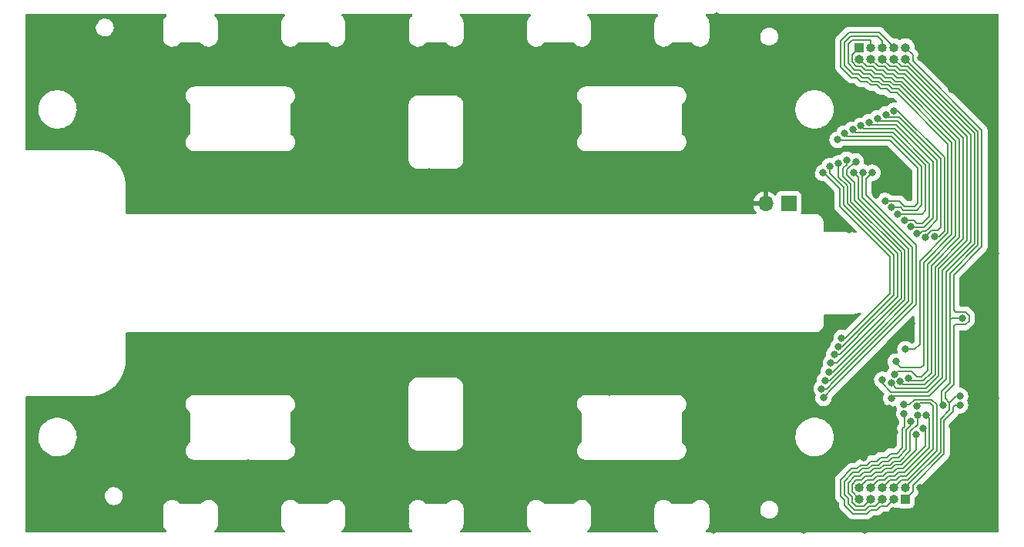
<source format=gbl>
G04 #@! TF.GenerationSoftware,KiCad,Pcbnew,(6.0.5-0)*
G04 #@! TF.CreationDate,2023-01-18T02:45:55+09:00*
G04 #@! TF.ProjectId,photo-single,70686f74-6f2d-4736-996e-676c652e6b69,rev?*
G04 #@! TF.SameCoordinates,Original*
G04 #@! TF.FileFunction,Copper,L2,Bot*
G04 #@! TF.FilePolarity,Positive*
%FSLAX46Y46*%
G04 Gerber Fmt 4.6, Leading zero omitted, Abs format (unit mm)*
G04 Created by KiCad (PCBNEW (6.0.5-0)) date 2023-01-18 02:45:55*
%MOMM*%
%LPD*%
G01*
G04 APERTURE LIST*
G04 #@! TA.AperFunction,ComponentPad*
%ADD10R,1.700000X1.700000*%
G04 #@! TD*
G04 #@! TA.AperFunction,ComponentPad*
%ADD11O,1.700000X1.700000*%
G04 #@! TD*
G04 #@! TA.AperFunction,ComponentPad*
%ADD12R,1.000000X1.000000*%
G04 #@! TD*
G04 #@! TA.AperFunction,ComponentPad*
%ADD13O,1.000000X1.000000*%
G04 #@! TD*
G04 #@! TA.AperFunction,ViaPad*
%ADD14C,0.800000*%
G04 #@! TD*
G04 #@! TA.AperFunction,Conductor*
%ADD15C,0.210820*%
G04 #@! TD*
G04 APERTURE END LIST*
D10*
X151385000Y-94360000D03*
D11*
X148845000Y-94360000D03*
D12*
X159141000Y-77187000D03*
D13*
X159141000Y-78457000D03*
X160411000Y-77187000D03*
X160411000Y-78457000D03*
X161681000Y-77187000D03*
X161681000Y-78457000D03*
X162951000Y-77187000D03*
X162951000Y-78457000D03*
X164221000Y-77187000D03*
X164221000Y-78457000D03*
X159141000Y-125543000D03*
X159141000Y-126813000D03*
X160411000Y-125543000D03*
X160411000Y-126813000D03*
X161681000Y-125543000D03*
X161681000Y-126813000D03*
X162951000Y-125543000D03*
X162951000Y-126813000D03*
X164221000Y-125543000D03*
D12*
X164221000Y-126813000D03*
D14*
X161210000Y-82760000D03*
X140680000Y-88120000D03*
X120356000Y-112860000D03*
X79826000Y-78460000D03*
X129206000Y-112750000D03*
X126157211Y-111501633D03*
X153970000Y-90650000D03*
X85226000Y-77230000D03*
X79826000Y-85270000D03*
X95426000Y-114990000D03*
X92066000Y-81010000D03*
X104416000Y-121150000D03*
X146710000Y-120630000D03*
X113176000Y-110720000D03*
X147410000Y-79240000D03*
X157920000Y-114480000D03*
X120316000Y-91190000D03*
X117157211Y-111501633D03*
X82286000Y-129840000D03*
X81157211Y-92502066D03*
X156090000Y-77960000D03*
X169380000Y-118760000D03*
X162430000Y-116840000D03*
X68046000Y-80900000D03*
X82126000Y-74190000D03*
X121786000Y-118080000D03*
X68326000Y-87990000D03*
X156350000Y-107170000D03*
X119946000Y-85800000D03*
X79096000Y-119080000D03*
X99157211Y-111501633D03*
X68286000Y-116200000D03*
X147040000Y-86760000D03*
X126157211Y-92502066D03*
X138256000Y-112810000D03*
X79286000Y-126340000D03*
X116476000Y-82730000D03*
X143920000Y-89790000D03*
X113246000Y-93380000D03*
X72226000Y-86490000D03*
X116156000Y-74300000D03*
X130316000Y-74160000D03*
X162850000Y-128150000D03*
X173670000Y-130080000D03*
X95366000Y-124610000D03*
X131086000Y-110650000D03*
X99216000Y-77260000D03*
X91946000Y-122890000D03*
X124746000Y-85540000D03*
X159610000Y-117940000D03*
X142470000Y-117700000D03*
X112046000Y-113060000D03*
X143456000Y-73770000D03*
X155790000Y-96380000D03*
X83696000Y-122620000D03*
X165100000Y-74220000D03*
X165930000Y-78340000D03*
X169320000Y-81800000D03*
X171580000Y-121560000D03*
X136166000Y-76140000D03*
X131716000Y-115060000D03*
X127506000Y-120910000D03*
X75176000Y-87990000D03*
X111846000Y-90860000D03*
X97876000Y-121150000D03*
X103136000Y-112460000D03*
X107156000Y-87790000D03*
X151080000Y-83060000D03*
X155920000Y-86190000D03*
X174106000Y-99840000D03*
X140076000Y-110580000D03*
X152990000Y-130260000D03*
X155640000Y-88020000D03*
X170960000Y-103470000D03*
X153020000Y-112630000D03*
X85086000Y-91460000D03*
X135157211Y-92502066D03*
X118956000Y-126640000D03*
X153580000Y-93370000D03*
X90157211Y-111501633D03*
X103016000Y-91490000D03*
X161030000Y-93410000D03*
X94036000Y-91430000D03*
X148840000Y-116670000D03*
X101506000Y-88420000D03*
X108157211Y-111501633D03*
X95466000Y-88960000D03*
X125826000Y-124780000D03*
X116476000Y-88840000D03*
X99366000Y-126630000D03*
X166880000Y-129990000D03*
X112516000Y-77130000D03*
X170200000Y-126280000D03*
X174036000Y-92960000D03*
X122326000Y-110690000D03*
X163060000Y-119500000D03*
X78276000Y-114230000D03*
X171060000Y-111530000D03*
X87046000Y-93230000D03*
X122196000Y-76400000D03*
X139560000Y-126170000D03*
X135157211Y-111501633D03*
X146320000Y-82470000D03*
X83976000Y-114920000D03*
X86906000Y-110530000D03*
X114176000Y-80230000D03*
X75226000Y-81230000D03*
X116436000Y-115250000D03*
X108157211Y-92502066D03*
X85686000Y-126710000D03*
X74336000Y-122960000D03*
X117157211Y-92502066D03*
X144157211Y-92502066D03*
X74586000Y-129870000D03*
X150390000Y-90520000D03*
X128126000Y-88960000D03*
X173810000Y-86930000D03*
X173750000Y-74600000D03*
X68006000Y-130000000D03*
X101236000Y-115670000D03*
X144157211Y-111501633D03*
X103396000Y-74130000D03*
X131126000Y-93430000D03*
X157370000Y-74170000D03*
X90157211Y-92502066D03*
X127376000Y-79320000D03*
X113606000Y-123770000D03*
X149640000Y-88510000D03*
X106416000Y-124550000D03*
X156110000Y-126700000D03*
X161120000Y-111360000D03*
X158030000Y-97200000D03*
X127586000Y-82580000D03*
X155970000Y-94610000D03*
X164890000Y-107580000D03*
X92046000Y-74320000D03*
X107436000Y-116050000D03*
X135716000Y-130040000D03*
X152580000Y-122230000D03*
X138316000Y-91320000D03*
X147160000Y-126260000D03*
X133366000Y-126250000D03*
X92106000Y-128550000D03*
X143136000Y-130260000D03*
X68096000Y-74380000D03*
X75136000Y-74380000D03*
X74336000Y-116200000D03*
X116406000Y-120970000D03*
X140106000Y-93470000D03*
X104956000Y-110840000D03*
X81157211Y-111501633D03*
X173420000Y-79280000D03*
X96036000Y-93290000D03*
X95946000Y-110700000D03*
X127446000Y-115340000D03*
X99157211Y-92502066D03*
X71416000Y-126760000D03*
X154850000Y-117400000D03*
X121626000Y-129550000D03*
X169670000Y-76670000D03*
X129256000Y-91200000D03*
X94006000Y-112470000D03*
X174006000Y-107540000D03*
X159630000Y-122240000D03*
X174146000Y-115720000D03*
X85066000Y-112530000D03*
X159750000Y-130210000D03*
X68246000Y-123040000D03*
X140920000Y-82470000D03*
X142240000Y-123040000D03*
X84426000Y-81560000D03*
X122096000Y-93480000D03*
X174020000Y-121310000D03*
X105066000Y-92980000D03*
X147480000Y-91370000D03*
X85596000Y-89120000D03*
X165850000Y-125600000D03*
X152220000Y-86450000D03*
X104216000Y-84710000D03*
X97736000Y-81890000D03*
X141390000Y-79340000D03*
X107816000Y-81650000D03*
X106456000Y-128500000D03*
X151800000Y-74800000D03*
X71426000Y-77710000D03*
X157210000Y-109117700D03*
X155170000Y-90961890D03*
X156863128Y-110058493D03*
X155878782Y-90252637D03*
X156378499Y-110936301D03*
X156833934Y-89947522D03*
X157755091Y-89551439D03*
X156030522Y-111876686D03*
X158756594Y-89722966D03*
X155785226Y-112848922D03*
X155378685Y-113765511D03*
X158510000Y-90930000D03*
X159548462Y-90933953D03*
X155011480Y-114698556D03*
X160562410Y-90963586D03*
X155210000Y-115700000D03*
X156763651Y-87334288D03*
X161988187Y-94059182D03*
X162697205Y-94768199D03*
X157494769Y-86648082D03*
X163390240Y-95492847D03*
X158410243Y-86239035D03*
X159322115Y-85822021D03*
X164114887Y-96185882D03*
X164823905Y-96894900D03*
X160231318Y-85399220D03*
X165477311Y-97655472D03*
X161146026Y-84988463D03*
X162057651Y-84570910D03*
X166397891Y-98052890D03*
X162970959Y-84157050D03*
X167397770Y-97977701D03*
X170200000Y-116500000D03*
X170500975Y-106958111D03*
X168360000Y-116530000D03*
X170210337Y-115497351D03*
X162654705Y-115761029D03*
X164214527Y-110361218D03*
X161672594Y-113715142D03*
X163154010Y-111727617D03*
X162648263Y-114070224D03*
X163031982Y-113143848D03*
X163652771Y-113931270D03*
X164070936Y-116440535D03*
X164070936Y-117443238D03*
X165487167Y-116588110D03*
X164818254Y-118311810D03*
X165417907Y-119735338D03*
X166116689Y-119016231D03*
X166530229Y-117600000D03*
X165527531Y-117603052D03*
X164566223Y-113517730D03*
D15*
X159141000Y-126813000D02*
X158332879Y-126004879D01*
X160876535Y-123907799D02*
X161561699Y-123907799D01*
X159364287Y-124734879D02*
X159777826Y-124321340D01*
X160462992Y-124321340D02*
X160876535Y-123907799D01*
X158806264Y-124734879D02*
X159364287Y-124734879D01*
X159777826Y-124321340D02*
X160462992Y-124321340D01*
X158332879Y-125208264D02*
X158806264Y-124734879D01*
X161975240Y-123494260D02*
X162660405Y-123494260D01*
X161561699Y-123907799D02*
X161975240Y-123494260D01*
X158332879Y-126004879D02*
X158332879Y-125208264D01*
X162660405Y-123494260D02*
X163078827Y-123075841D01*
X165417907Y-121421923D02*
X165417907Y-119735338D01*
X163078827Y-123075841D02*
X163763989Y-123075841D01*
X163763989Y-123075841D02*
X165417907Y-121421923D01*
X165029121Y-126004879D02*
X165029121Y-125319713D01*
X165029121Y-125319713D02*
X168478959Y-121869875D01*
X164221000Y-126813000D02*
X165029121Y-126004879D01*
X168478959Y-121869875D02*
X168478959Y-118221041D01*
X168478959Y-118221041D02*
X169481661Y-117218339D01*
X169481661Y-116708339D02*
X169690000Y-116500000D01*
X169481661Y-117218339D02*
X169481661Y-116708339D01*
X169690000Y-116500000D02*
X170200000Y-116500000D01*
X164221000Y-125543000D02*
X164742000Y-125021999D01*
X168065419Y-121698579D02*
X168065419Y-118049747D01*
X169068121Y-117047045D02*
X169068121Y-116236686D01*
X164742000Y-125021999D02*
X168065419Y-121698579D01*
X168065419Y-118049747D02*
X169068121Y-117047045D01*
X162951000Y-125543000D02*
X163764000Y-124730000D01*
X165193842Y-115880000D02*
X164633307Y-116440535D01*
X163764000Y-124730000D02*
X164449166Y-124730000D01*
X164449166Y-124730000D02*
X164691412Y-124487753D01*
X164691412Y-124487753D02*
X167651879Y-121527286D01*
X164633307Y-116440535D02*
X164070936Y-116440535D01*
X167651879Y-121527286D02*
X167651879Y-116440000D01*
X167091879Y-115880000D02*
X165193842Y-115880000D01*
X167651879Y-116440000D02*
X167091879Y-115880000D01*
X161681000Y-125543000D02*
X162489121Y-124734879D01*
X163592707Y-124316460D02*
X164277872Y-124316460D01*
X162489121Y-124734879D02*
X163174287Y-124734879D01*
X163174287Y-124734879D02*
X163592707Y-124316460D01*
X167238339Y-121355993D02*
X167238339Y-116611294D01*
X164277872Y-124316460D02*
X167238339Y-121355993D01*
X167238339Y-116611294D02*
X166920585Y-116293540D01*
X166920585Y-116293540D02*
X165781737Y-116293540D01*
X165781737Y-116293540D02*
X165487167Y-116588110D01*
X160411000Y-125543000D02*
X161219121Y-124734879D01*
X164106577Y-123902921D02*
X166824799Y-121184699D01*
X166824799Y-117894570D02*
X166530229Y-117600000D01*
X161219121Y-124734879D02*
X161904287Y-124734879D01*
X163002992Y-124321340D02*
X163421413Y-123902921D01*
X162317826Y-124321340D02*
X163002992Y-124321340D01*
X161904287Y-124734879D02*
X162317826Y-124321340D01*
X163421413Y-123902921D02*
X164106577Y-123902921D01*
X166824799Y-121184699D02*
X166824799Y-117894570D01*
X159141000Y-125543000D02*
X159949121Y-124734879D01*
X161732993Y-124321339D02*
X162146533Y-123907800D01*
X163250120Y-123489381D02*
X163935283Y-123489381D01*
X160634287Y-124734879D02*
X161047828Y-124321339D01*
X161047828Y-124321339D02*
X161732993Y-124321339D01*
X159949121Y-124734879D02*
X160634287Y-124734879D01*
X162146533Y-123907800D02*
X162831699Y-123907800D01*
X162831699Y-123907800D02*
X163250120Y-123489381D01*
X163935283Y-123489381D02*
X166410000Y-121014664D01*
X166410000Y-121014664D02*
X166410000Y-119309542D01*
X166410000Y-119309542D02*
X166116689Y-119016231D01*
X159602879Y-127621121D02*
X158806264Y-127621121D01*
X161390406Y-123494259D02*
X161803947Y-123080720D01*
X159192992Y-124321340D02*
X159606531Y-123907801D01*
X158332879Y-127147736D02*
X158332879Y-126589713D01*
X158332879Y-126589713D02*
X157919339Y-126176172D01*
X164709786Y-119421699D02*
X165527531Y-118603954D01*
X159606531Y-123907801D02*
X160291697Y-123907801D01*
X158806264Y-127621121D02*
X158332879Y-127147736D01*
X165527531Y-118603954D02*
X165527531Y-117603052D01*
X157919339Y-126176172D02*
X157919340Y-125036969D01*
X160411000Y-126813000D02*
X159602879Y-127621121D01*
X160705242Y-123494259D02*
X161390406Y-123494259D01*
X157919340Y-125036969D02*
X158634969Y-124321340D01*
X158634969Y-124321340D02*
X159192992Y-124321340D01*
X160291697Y-123907801D02*
X160705242Y-123494259D01*
X161803947Y-123080720D02*
X162489112Y-123080720D01*
X162489112Y-123080720D02*
X162907531Y-122662301D01*
X162907531Y-122662301D02*
X163592695Y-122662301D01*
X163592695Y-122662301D02*
X164709786Y-121545210D01*
X164709786Y-121545210D02*
X164709786Y-119421699D01*
X161681000Y-126813000D02*
X160872879Y-127621121D01*
X162736236Y-122248762D02*
X163421400Y-122248762D01*
X164819410Y-118312966D02*
X164818254Y-118311810D01*
X159774172Y-128034661D02*
X158634969Y-128034660D01*
X160187713Y-127621121D02*
X159774172Y-128034661D01*
X164819410Y-118727241D02*
X164819410Y-118312966D01*
X159021698Y-123907800D02*
X159435238Y-123494261D01*
X163421400Y-122248762D02*
X164296246Y-121373916D01*
X158634969Y-128034660D02*
X157919339Y-127319029D01*
X160872879Y-127621121D02*
X160187713Y-127621121D01*
X157505799Y-124865676D02*
X158463674Y-123907801D01*
X159435238Y-123494261D02*
X160120404Y-123494261D01*
X157919339Y-126761007D02*
X157505799Y-126347465D01*
X164296247Y-119250404D02*
X164819410Y-118727241D01*
X157919339Y-127319029D02*
X157919339Y-126761007D01*
X157505799Y-126347465D02*
X157505799Y-124865676D01*
X162317818Y-122667180D02*
X162736236Y-122248762D01*
X158463674Y-123907801D02*
X159021698Y-123907800D01*
X160533946Y-123080719D02*
X161219112Y-123080719D01*
X161632654Y-122667180D02*
X162317818Y-122667180D01*
X160120404Y-123494261D02*
X160533946Y-123080719D01*
X161219112Y-123080719D02*
X161632654Y-122667180D01*
X164296246Y-121373916D02*
X164296247Y-119250404D01*
X162142879Y-127621121D02*
X161457713Y-127621121D01*
X161457713Y-127621121D02*
X161044172Y-128034661D01*
X162951000Y-126813000D02*
X162142879Y-127621121D01*
X158850403Y-123494261D02*
X159263944Y-123080722D01*
X160359007Y-128034661D02*
X159945465Y-128448201D01*
X162146524Y-122253640D02*
X162564943Y-121835222D01*
X161044172Y-128034661D02*
X160359007Y-128034661D01*
X159945465Y-128448201D02*
X158463676Y-128448200D01*
X163882706Y-119077294D02*
X164110133Y-118849867D01*
X157505799Y-126932301D02*
X157092259Y-126518758D01*
X157092259Y-126518758D02*
X157092260Y-124694381D01*
X157092260Y-124694381D02*
X158292380Y-123494261D01*
X158463676Y-128448200D02*
X157505799Y-127490322D01*
X159949109Y-123080722D02*
X160362651Y-122667180D01*
X159263944Y-123080722D02*
X159949109Y-123080722D01*
X163882706Y-121202622D02*
X163882706Y-119077294D01*
X160362651Y-122667180D02*
X161047818Y-122667180D01*
X161047818Y-122667180D02*
X161461358Y-122253640D01*
X161461358Y-122253640D02*
X162146524Y-122253640D01*
X158292380Y-123494261D02*
X158850403Y-123494261D01*
X157505799Y-127490322D02*
X157505799Y-126932301D01*
X162564943Y-121835222D02*
X163250106Y-121835222D01*
X163250106Y-121835222D02*
X163882706Y-121202622D01*
X164110133Y-118849867D02*
X164110133Y-117482435D01*
X164110133Y-117482435D02*
X164070936Y-117443238D01*
X164221000Y-77187000D02*
X165029121Y-77995121D01*
X172617079Y-86262910D02*
X172617079Y-99101257D01*
X169535396Y-107834604D02*
X169535393Y-114244275D01*
X171209096Y-107251425D02*
X170794289Y-107666232D01*
X165029121Y-77995121D02*
X165029121Y-78674952D01*
X169535393Y-114244275D02*
X168615957Y-115163711D01*
X168615957Y-115163711D02*
X168615957Y-115784522D01*
X165029121Y-78674952D02*
X172617079Y-86262910D01*
X169535396Y-102182940D02*
X169535396Y-106055396D01*
X172617079Y-99101257D02*
X169535396Y-102182940D01*
X169535396Y-106055396D02*
X169729990Y-106249990D01*
X171209096Y-106664797D02*
X171209096Y-107251425D01*
X169729990Y-106249990D02*
X170794289Y-106249990D01*
X170794289Y-106249990D02*
X171209096Y-106664797D01*
X170794289Y-107666232D02*
X169703768Y-107666232D01*
X169703768Y-107666232D02*
X169535396Y-107834604D01*
X168615957Y-115784522D02*
X169068121Y-116236686D01*
X164221000Y-78457000D02*
X164226335Y-78457000D01*
X172203540Y-86434205D02*
X172203540Y-98929962D01*
X164226335Y-78457000D02*
X172203540Y-86434205D01*
X172203540Y-98929962D02*
X169121856Y-102011647D01*
X169121856Y-102011647D02*
X169121856Y-107101856D01*
X162951000Y-78457000D02*
X163759121Y-79265121D01*
X164449622Y-79265121D02*
X171790000Y-86605499D01*
X163759121Y-79265121D02*
X164449622Y-79265121D01*
X168708315Y-113601685D02*
X166843540Y-115466460D01*
X171790000Y-86605499D02*
X171790000Y-98758669D01*
X171790000Y-98758669D02*
X168708319Y-101840350D01*
X162949274Y-115466460D02*
X162654705Y-115761029D01*
X168708319Y-101840350D02*
X168708315Y-106804189D01*
X168708315Y-106804189D02*
X168708315Y-113601685D01*
X166843540Y-115466460D02*
X162949274Y-115466460D01*
X161681000Y-78457000D02*
X162489121Y-79265121D01*
X171376459Y-98587377D02*
X168294779Y-101669057D01*
X162489121Y-79265121D02*
X163174287Y-79265121D01*
X168294779Y-101669057D02*
X168294776Y-106465224D01*
X168294776Y-106465224D02*
X168294776Y-113430390D01*
X164278327Y-79678660D02*
X171376460Y-86776793D01*
X171376460Y-86776793D02*
X171376459Y-98587377D01*
X163174287Y-79265121D02*
X163587826Y-79678660D01*
X163587826Y-79678660D02*
X164278327Y-79678660D01*
X168294776Y-113430390D02*
X166672246Y-115052920D01*
X170962920Y-86948087D02*
X170962920Y-98416082D01*
X163002993Y-79678661D02*
X163416531Y-80092199D01*
X161904287Y-79265121D02*
X162317828Y-79678661D01*
X162317828Y-79678661D02*
X163002993Y-79678661D01*
X170962920Y-98416082D02*
X167881239Y-101497763D01*
X161219121Y-79265121D02*
X161904287Y-79265121D01*
X163416531Y-80092199D02*
X164107032Y-80092199D01*
X163217419Y-114639380D02*
X162648263Y-114070224D01*
X164107032Y-80092199D02*
X170962920Y-86948087D01*
X167881239Y-101497763D02*
X167881237Y-106461599D01*
X160411000Y-78457000D02*
X161219121Y-79265121D01*
X167881237Y-106461599D02*
X167881237Y-113259095D01*
X167881237Y-113259095D02*
X166500952Y-114639380D01*
X166500952Y-114639380D02*
X163217419Y-114639380D01*
X163652771Y-113931270D02*
X163661270Y-113931270D01*
X170549379Y-98244790D02*
X170549380Y-87119380D01*
X159949121Y-79265121D02*
X159141000Y-78457000D01*
X163955840Y-114225840D02*
X166329658Y-114225840D01*
X166329658Y-114225840D02*
X167467699Y-113087799D01*
X167467699Y-101326470D02*
X170549379Y-98244790D01*
X163935739Y-80505739D02*
X163245238Y-80505739D01*
X162831699Y-80092201D02*
X162146535Y-80092201D01*
X167467699Y-113087799D02*
X167467699Y-101326470D01*
X160634287Y-79265121D02*
X159949121Y-79265121D01*
X163245238Y-80505739D02*
X162831699Y-80092201D01*
X170549380Y-87119380D02*
X163935739Y-80505739D01*
X163661270Y-113931270D02*
X163955840Y-114225840D01*
X162146535Y-80092201D02*
X161732994Y-79678661D01*
X161732994Y-79678661D02*
X161047828Y-79678661D01*
X161047828Y-79678661D02*
X160634287Y-79265121D01*
X163073945Y-80919279D02*
X162660404Y-80505740D01*
X166158364Y-113812300D02*
X167054159Y-112916505D01*
X158332879Y-78791736D02*
X158332879Y-77995121D01*
X167054159Y-101155176D02*
X170135840Y-98073495D01*
X170135840Y-87296010D02*
X163759109Y-80919279D01*
X167054159Y-112916505D02*
X167054159Y-101155176D01*
X159364287Y-79265121D02*
X158806264Y-79265121D01*
X170135840Y-98073495D02*
X170135840Y-87296010D01*
X160876535Y-80092201D02*
X160462992Y-79678660D01*
X163759109Y-80919279D02*
X163073945Y-80919279D01*
X164860793Y-113812300D02*
X166158364Y-113812300D01*
X160462992Y-79678660D02*
X159777826Y-79678660D01*
X162660404Y-80505740D02*
X161975241Y-80505740D01*
X161975241Y-80505740D02*
X161561700Y-80092201D01*
X164566223Y-113517730D02*
X164860793Y-113812300D01*
X161561700Y-80092201D02*
X160876535Y-80092201D01*
X159777826Y-79678660D02*
X159364287Y-79265121D01*
X158806264Y-79265121D02*
X158332879Y-78791736D01*
X158332879Y-77995121D02*
X159141000Y-77187000D01*
X165987070Y-113398760D02*
X166640619Y-112745211D01*
X160705242Y-80505741D02*
X160291698Y-80092200D01*
X163366221Y-112809609D02*
X164859537Y-112809609D01*
X163587815Y-81332819D02*
X162902652Y-81332819D01*
X158332879Y-76378879D02*
X160309985Y-76378879D01*
X162902652Y-81332819D02*
X162489111Y-80919280D01*
X166640619Y-100983883D02*
X169722300Y-97902202D01*
X164859537Y-112809609D02*
X165448688Y-113398760D01*
X169722300Y-97902202D02*
X169722300Y-87467304D01*
X169722300Y-87467304D02*
X163587815Y-81332819D01*
X162489111Y-80919280D02*
X161803948Y-80919280D01*
X161803948Y-80919280D02*
X161390406Y-80505741D01*
X163031982Y-113143848D02*
X163366221Y-112809609D01*
X161390406Y-80505741D02*
X160705242Y-80505741D01*
X160291698Y-80092200D02*
X159606533Y-80092200D01*
X159606533Y-80092200D02*
X159192992Y-79678660D01*
X165448688Y-113398760D02*
X165987070Y-113398760D01*
X166640619Y-112745211D02*
X166640619Y-100983883D01*
X159192992Y-79678660D02*
X158634969Y-79678660D01*
X158634969Y-79678660D02*
X157919340Y-78963031D01*
X157919340Y-76792418D02*
X158332879Y-76378879D01*
X157919340Y-78963031D02*
X157919340Y-76792418D01*
X160309985Y-76378879D02*
X160411000Y-76479894D01*
X160411000Y-76479894D02*
X160411000Y-77187000D01*
X163154010Y-111727617D02*
X163154010Y-111874010D01*
X160120408Y-80505740D02*
X159435240Y-80505740D01*
X157505801Y-79134326D02*
X157505801Y-76621123D01*
X163154010Y-111874010D02*
X163676069Y-112396069D01*
X163676069Y-112396069D02*
X165913931Y-112396069D01*
X158161584Y-75965340D02*
X161166446Y-75965340D01*
X165913931Y-112396069D02*
X166227079Y-112082921D01*
X163416521Y-81746359D02*
X162731359Y-81746359D01*
X166227079Y-112082921D02*
X166227079Y-100812589D01*
X159435240Y-80505740D02*
X159021698Y-80092200D01*
X161166446Y-75965340D02*
X161681000Y-76479894D01*
X169308760Y-87638598D02*
X163416521Y-81746359D01*
X166227079Y-100812589D02*
X169308758Y-97730910D01*
X169308758Y-97730910D02*
X169308760Y-87638598D01*
X162731359Y-81746359D02*
X162317817Y-81332820D01*
X162317817Y-81332820D02*
X161632652Y-81332820D01*
X161632652Y-81332820D02*
X161219113Y-80919281D01*
X157505801Y-76621123D02*
X158161584Y-75965340D01*
X161219113Y-80919281D02*
X160533949Y-80919281D01*
X160533949Y-80919281D02*
X160120408Y-80505740D01*
X159021698Y-80092200D02*
X158463676Y-80092200D01*
X158463676Y-80092200D02*
X157505801Y-79134326D01*
X161681000Y-76479894D02*
X161681000Y-77187000D01*
X165813539Y-100651741D02*
X165808316Y-100646518D01*
X165248782Y-110361218D02*
X165813539Y-109796461D01*
X165808316Y-100646518D02*
X168895219Y-97559615D01*
X168895219Y-97559615D02*
X168895220Y-87809892D01*
X159263947Y-80919280D02*
X158850404Y-80505740D01*
X162146523Y-81746359D02*
X161461357Y-81746359D01*
X159949114Y-80919280D02*
X159263947Y-80919280D01*
X161461357Y-81746359D02*
X161047818Y-81332820D01*
X168895220Y-87809892D02*
X163245227Y-82159899D01*
X163245227Y-82159899D02*
X162560063Y-82159899D01*
X164214527Y-110361218D02*
X165248782Y-110361218D01*
X157092261Y-76449830D02*
X157990291Y-75551800D01*
X162560063Y-82159899D02*
X162146523Y-81746359D01*
X165813539Y-109796461D02*
X165813539Y-100651741D01*
X161047818Y-81332820D02*
X160362654Y-81332820D01*
X157092261Y-79305619D02*
X157092261Y-76449830D01*
X160362654Y-81332820D02*
X159949114Y-80919280D01*
X158850404Y-80505740D02*
X158292383Y-80505740D01*
X158292383Y-80505740D02*
X157092261Y-79305619D01*
X157990291Y-75551800D02*
X161337739Y-75551800D01*
X161337739Y-75551800D02*
X162951000Y-77165060D01*
X162951000Y-77165060D02*
X162951000Y-77187000D01*
X155201121Y-90961890D02*
X156995222Y-92755991D01*
X156995223Y-94654226D02*
X162500000Y-100159003D01*
X155170000Y-90961890D02*
X155201121Y-90961890D01*
X157622300Y-109117700D02*
X162500000Y-104240000D01*
X162500000Y-100159003D02*
X162500000Y-104240000D01*
X156995222Y-92755991D02*
X156995223Y-94654226D01*
X157210000Y-109117700D02*
X157622300Y-109117700D01*
X162913540Y-99987710D02*
X162913540Y-104411293D01*
X162913540Y-104411293D02*
X159462417Y-107862417D01*
X157408762Y-92584697D02*
X157408762Y-94482931D01*
X155878782Y-90252637D02*
X155878782Y-91054717D01*
X157918121Y-109406713D02*
X157918121Y-109411014D01*
X157408762Y-94482931D02*
X162913540Y-99987710D01*
X159462417Y-107862417D02*
X157918121Y-109406713D01*
X157270642Y-110058493D02*
X156863128Y-110058493D01*
X157918121Y-109411014D02*
X157270642Y-110058493D01*
X155878782Y-91054717D02*
X157408762Y-92584697D01*
X158984834Y-108924834D02*
X158984834Y-108929134D01*
X163327080Y-104582586D02*
X158984834Y-108924834D01*
X158984834Y-108929134D02*
X158984834Y-108938222D01*
X156833934Y-89947522D02*
X156833934Y-91425036D01*
X156986755Y-110936301D02*
X156378499Y-110936301D01*
X157822302Y-92413404D02*
X157822303Y-94311639D01*
X156833934Y-91425036D02*
X157822302Y-92413404D01*
X157822303Y-94311639D02*
X163327080Y-99816417D01*
X163327080Y-99816417D02*
X163327080Y-104582586D01*
X158984834Y-108938222D02*
X156986755Y-110936301D01*
X163740619Y-104753881D02*
X159592251Y-108902251D01*
X159592251Y-108902251D02*
X159592251Y-108915639D01*
X158235842Y-94140344D02*
X163740619Y-99645121D01*
X163740619Y-99645121D02*
X163740619Y-104753881D01*
X157388340Y-91394609D02*
X158235842Y-92242111D01*
X157755091Y-89551439D02*
X157755091Y-90098640D01*
X158235842Y-92242111D02*
X158235842Y-94140344D01*
X157388340Y-90465391D02*
X157388340Y-91394609D01*
X157755091Y-90098640D02*
X157388340Y-90465391D01*
X156631204Y-111876686D02*
X156030522Y-111876686D01*
X159592251Y-108915639D02*
X156631204Y-111876686D01*
X164154158Y-99816416D02*
X164154158Y-104925176D01*
X158649381Y-92070816D02*
X158649383Y-93969051D01*
X158715599Y-89722966D02*
X157801879Y-90636686D01*
X164154158Y-104925176D02*
X160194668Y-108884668D01*
X157801879Y-90636686D02*
X157801879Y-91223314D01*
X164154159Y-99473828D02*
X164154158Y-99816416D01*
X157801879Y-91223314D02*
X158649381Y-92070816D01*
X158649383Y-93969051D02*
X164154159Y-99473828D01*
X158756594Y-89722966D02*
X158715599Y-89722966D01*
X160194668Y-108898055D02*
X156243801Y-112848922D01*
X156243801Y-112848922D02*
X155785226Y-112848922D01*
X159062921Y-91482921D02*
X159062922Y-93797756D01*
X164567698Y-99302532D02*
X164567697Y-105096471D01*
X156717556Y-112960000D02*
X155912045Y-113765511D01*
X158510000Y-90930000D02*
X159062921Y-91482921D01*
X160722084Y-108942084D02*
X160722084Y-108955472D01*
X155912045Y-113765511D02*
X155378685Y-113765511D01*
X160722084Y-108955472D02*
X156717556Y-112960000D01*
X164567697Y-105096471D02*
X160722084Y-108942084D01*
X159062922Y-93797756D02*
X164567698Y-99302532D01*
X161179501Y-109082889D02*
X159156195Y-111106195D01*
X164981238Y-105267763D02*
X161179501Y-109069500D01*
X159476461Y-93626461D02*
X164981237Y-99131237D01*
X156426195Y-113836195D02*
X155563834Y-114698556D01*
X164981237Y-99131237D02*
X164981238Y-103380000D01*
X159476461Y-91005954D02*
X159476461Y-93626461D01*
X164981238Y-103380000D02*
X164981238Y-105267763D01*
X161179501Y-109069500D02*
X161179501Y-109082889D01*
X159156195Y-111106195D02*
X156426195Y-113836195D01*
X155563834Y-114698556D02*
X155011480Y-114698556D01*
X159548462Y-90933953D02*
X159476461Y-91005954D01*
X165394776Y-102924776D02*
X165400000Y-102930000D01*
X165400000Y-105433834D02*
X161751917Y-109081917D01*
X156277223Y-114570000D02*
X155210000Y-115637223D01*
X159890000Y-93426162D02*
X165394777Y-98930939D01*
X160562410Y-90963586D02*
X159890000Y-91635996D01*
X165394777Y-98930939D02*
X165394776Y-99302532D01*
X161751917Y-109095306D02*
X156277223Y-114570000D01*
X159890000Y-91635996D02*
X159890000Y-93426162D01*
X165394776Y-99302532D02*
X165394776Y-102924776D01*
X165400000Y-102930000D02*
X165400000Y-105433834D01*
X155210000Y-115637223D02*
X155210000Y-115700000D01*
X161751917Y-109081917D02*
X161751917Y-109095306D01*
X161988187Y-94059182D02*
X163542843Y-94059182D01*
X162497352Y-87360696D02*
X165586900Y-90450244D01*
X163542843Y-94059182D02*
X164134342Y-94650681D01*
X156763651Y-87334288D02*
X156790059Y-87360696D01*
X164134342Y-94650681D02*
X165229319Y-94650681D01*
X165229319Y-94650681D02*
X165586900Y-94293100D01*
X165586900Y-94293100D02*
X165586900Y-90450244D01*
X156790059Y-87360696D02*
X162497352Y-87360696D01*
X163683554Y-94784726D02*
X163340000Y-94784726D01*
X158970000Y-86943682D02*
X158966526Y-86947156D01*
X166000440Y-94519560D02*
X165455779Y-95064221D01*
X163963049Y-95064221D02*
X163683554Y-94784726D01*
X163340000Y-94784726D02*
X162713732Y-94784726D01*
X165455779Y-95064221D02*
X164170000Y-95064221D01*
X166000440Y-90278950D02*
X166000440Y-94519560D01*
X162665172Y-86943682D02*
X158970000Y-86943682D01*
X162713732Y-94784726D02*
X162697205Y-94768199D01*
X164170000Y-95064221D02*
X163963049Y-95064221D01*
X158966526Y-86947156D02*
X157793843Y-86947156D01*
X157793843Y-86947156D02*
X157494769Y-86648082D01*
X166000440Y-90278950D02*
X162665172Y-86943682D01*
X162836466Y-86530142D02*
X166413980Y-90107656D01*
X158701350Y-86530142D02*
X162836466Y-86530142D01*
X163390240Y-95492847D02*
X163405326Y-95477761D01*
X158410243Y-86239035D02*
X158701350Y-86530142D01*
X166413980Y-95096020D02*
X166413980Y-90107656D01*
X166032239Y-95477761D02*
X166413980Y-95096020D01*
X163405326Y-95477761D02*
X166032239Y-95477761D01*
X159610218Y-86110124D02*
X159322115Y-85822021D01*
X166101846Y-96517689D02*
X165448129Y-96517689D01*
X165117219Y-96186779D02*
X164115784Y-96186779D01*
X166827520Y-95792015D02*
X166104767Y-96514768D01*
X164115784Y-96186779D02*
X164114887Y-96185882D01*
X163001282Y-86110124D02*
X161050000Y-86110124D01*
X165448129Y-96517689D02*
X165117219Y-96186779D01*
X166827520Y-89936362D02*
X166827520Y-94310000D01*
X166104767Y-96514768D02*
X166101846Y-96517689D01*
X166700579Y-89809421D02*
X163001282Y-86110124D01*
X166827520Y-94310000D02*
X166827520Y-95792015D01*
X166827520Y-89936362D02*
X166700579Y-89809421D01*
X161050000Y-86110124D02*
X159610218Y-86110124D01*
X164860234Y-96931229D02*
X164823905Y-96894900D01*
X166273140Y-96931229D02*
X165716122Y-96931229D01*
X166332184Y-96872185D02*
X166273140Y-96931229D01*
X165716122Y-96931229D02*
X164860234Y-96931229D01*
X160231318Y-85399220D02*
X160528682Y-85696584D01*
X167241060Y-95963309D02*
X166332184Y-96872185D01*
X160528682Y-85696584D02*
X163172576Y-85696584D01*
X163172576Y-85696584D02*
X167241060Y-89765068D01*
X167241060Y-89765068D02*
X167241060Y-95963309D01*
X163339537Y-85278711D02*
X163339217Y-85279031D01*
X163339217Y-85279031D02*
X161436594Y-85279031D01*
X166444434Y-97344769D02*
X166104577Y-97344769D01*
X167654600Y-89593774D02*
X167340413Y-89279587D01*
X167654600Y-96134603D02*
X166704601Y-97084602D01*
X166104577Y-97344769D02*
X165949673Y-97499673D01*
X165793874Y-97655472D02*
X165477311Y-97655472D01*
X166704601Y-97084602D02*
X166444434Y-97344769D01*
X167654600Y-89593774D02*
X167654600Y-96134603D01*
X165949673Y-97499673D02*
X165793874Y-97655472D01*
X167340413Y-89279587D02*
X163339537Y-85278711D01*
X161436594Y-85279031D02*
X161146026Y-84988463D01*
X168068140Y-89422480D02*
X163510831Y-84865171D01*
X167780420Y-97269580D02*
X168068140Y-96981860D01*
X168068140Y-96981860D02*
X168068140Y-89422480D01*
X163510831Y-84865171D02*
X162351912Y-84865171D01*
X162351912Y-84865171D02*
X162057651Y-84570910D01*
X167104456Y-97269580D02*
X167780420Y-97269580D01*
X166397891Y-98052890D02*
X166397891Y-97976145D01*
X166397891Y-97976145D02*
X167104456Y-97269580D01*
X168086380Y-97783620D02*
X167892299Y-97977701D01*
X168481680Y-97388320D02*
X168086380Y-97783620D01*
X163387544Y-84157050D02*
X168481680Y-89251186D01*
X167892299Y-97977701D02*
X167397770Y-97977701D01*
X168481680Y-89251186D02*
X168481680Y-97388320D01*
X162970959Y-84157050D02*
X163387544Y-84157050D01*
X168202417Y-114992417D02*
X168202417Y-116372417D01*
X169121856Y-107101856D02*
X169121854Y-114072980D01*
X170500975Y-106958111D02*
X169265601Y-106958111D01*
X168202417Y-116372417D02*
X168360000Y-116530000D01*
X169121854Y-114072980D02*
X168202417Y-114992417D01*
X169265601Y-106958111D02*
X169121856Y-107101856D01*
X170210337Y-115497351D02*
X169807456Y-115497351D01*
X169807456Y-115497351D02*
X169068121Y-116236686D01*
X161672594Y-114095990D02*
X162629523Y-115052919D01*
X161672594Y-113715142D02*
X161672594Y-114095990D01*
X162629523Y-115052919D02*
X166672245Y-115052920D01*
G04 #@! TA.AperFunction,Conductor*
G36*
X82984378Y-73528502D02*
G01*
X83030871Y-73582158D01*
X83040975Y-73652432D01*
X83011481Y-73717012D01*
X83002622Y-73726244D01*
X82908897Y-73814475D01*
X82892097Y-73830290D01*
X82783477Y-73977919D01*
X82703250Y-74142711D01*
X82654045Y-74319266D01*
X82653530Y-74324944D01*
X82653529Y-74324949D01*
X82641559Y-74456807D01*
X82640330Y-74466309D01*
X82637281Y-74484439D01*
X82637280Y-74484446D01*
X82636473Y-74489247D01*
X82636321Y-74501799D01*
X82637011Y-74506613D01*
X82637011Y-74506615D01*
X82640276Y-74529397D01*
X82641550Y-74547271D01*
X82641550Y-76048534D01*
X82639806Y-76069425D01*
X82636473Y-76089249D01*
X82636321Y-76101801D01*
X82639159Y-76121602D01*
X82639911Y-76128031D01*
X82644111Y-76174204D01*
X82651866Y-76259453D01*
X82654126Y-76284303D01*
X82703349Y-76460824D01*
X82705848Y-76465955D01*
X82705848Y-76465956D01*
X82756351Y-76569664D01*
X82783581Y-76625582D01*
X82892195Y-76773182D01*
X82896355Y-76777098D01*
X82896356Y-76777099D01*
X82913528Y-76793263D01*
X83025632Y-76898787D01*
X83056268Y-76918595D01*
X83174721Y-76995181D01*
X83174724Y-76995183D01*
X83179524Y-76998286D01*
X83184806Y-77000474D01*
X83184808Y-77000475D01*
X83343555Y-77066234D01*
X83343558Y-77066235D01*
X83348828Y-77068418D01*
X83528000Y-77106886D01*
X83533710Y-77107059D01*
X83533711Y-77107059D01*
X83705456Y-77112259D01*
X83705457Y-77112259D01*
X83711172Y-77112432D01*
X83892343Y-77084872D01*
X84065580Y-77025109D01*
X84070555Y-77022304D01*
X84070559Y-77022302D01*
X84220232Y-76937908D01*
X84220234Y-76937907D01*
X84225208Y-76935102D01*
X84260613Y-76905604D01*
X84331278Y-76846727D01*
X84338867Y-76840878D01*
X84353858Y-76830208D01*
X84353865Y-76830203D01*
X84357830Y-76827380D01*
X84366815Y-76818614D01*
X84369732Y-76814723D01*
X84369739Y-76814715D01*
X84383585Y-76796245D01*
X84395306Y-76782727D01*
X84530881Y-76647153D01*
X84593193Y-76613128D01*
X84619976Y-76610249D01*
X86680127Y-76610249D01*
X86748248Y-76630251D01*
X86769222Y-76647154D01*
X86899342Y-76777274D01*
X86912870Y-76793263D01*
X86921737Y-76805711D01*
X86921742Y-76805717D01*
X86924568Y-76809684D01*
X86933338Y-76818665D01*
X86937234Y-76821583D01*
X86937235Y-76821584D01*
X86948812Y-76830255D01*
X86953912Y-76834284D01*
X87074960Y-76935112D01*
X87234582Y-77025094D01*
X87407808Y-77084838D01*
X87588963Y-77112386D01*
X87594674Y-77112213D01*
X87647898Y-77110600D01*
X87772118Y-77106837D01*
X87951273Y-77068372D01*
X88120564Y-76998251D01*
X88274446Y-76898770D01*
X88407882Y-76773187D01*
X88516501Y-76625613D01*
X88596748Y-76460880D01*
X88645994Y-76284384D01*
X88646521Y-76278611D01*
X88654037Y-76196140D01*
X88658529Y-76146860D01*
X88659761Y-76137364D01*
X88662813Y-76119255D01*
X88662813Y-76119253D01*
X88663622Y-76114454D01*
X88663779Y-76101902D01*
X88659817Y-76074177D01*
X88658550Y-76056352D01*
X88658550Y-74555033D01*
X88660298Y-74534116D01*
X88662818Y-74519146D01*
X88663625Y-74514353D01*
X88663779Y-74501801D01*
X88661225Y-74483951D01*
X88660470Y-74477497D01*
X88656789Y-74436948D01*
X88646105Y-74319259D01*
X88596898Y-74142696D01*
X88516667Y-73977895D01*
X88485344Y-73935323D01*
X88411427Y-73834858D01*
X88411424Y-73834855D01*
X88408042Y-73830258D01*
X88365796Y-73790489D01*
X88297550Y-73726244D01*
X88261659Y-73664988D01*
X88264584Y-73594051D01*
X88305396Y-73535957D01*
X88371137Y-73509150D01*
X88383915Y-73508500D01*
X95916257Y-73508500D01*
X95984378Y-73528502D01*
X96030871Y-73582158D01*
X96040975Y-73652432D01*
X96011481Y-73717012D01*
X96002622Y-73726244D01*
X95908897Y-73814475D01*
X95892097Y-73830290D01*
X95783477Y-73977919D01*
X95703250Y-74142711D01*
X95654045Y-74319266D01*
X95653530Y-74324944D01*
X95653529Y-74324949D01*
X95641559Y-74456807D01*
X95640330Y-74466309D01*
X95637281Y-74484439D01*
X95637280Y-74484446D01*
X95636473Y-74489247D01*
X95636321Y-74501799D01*
X95637011Y-74506613D01*
X95637011Y-74506615D01*
X95640276Y-74529397D01*
X95641550Y-74547271D01*
X95641550Y-76048534D01*
X95639806Y-76069425D01*
X95636473Y-76089249D01*
X95636321Y-76101801D01*
X95639159Y-76121602D01*
X95639911Y-76128031D01*
X95644111Y-76174204D01*
X95651866Y-76259453D01*
X95654126Y-76284303D01*
X95703349Y-76460824D01*
X95705848Y-76465955D01*
X95705848Y-76465956D01*
X95756351Y-76569664D01*
X95783581Y-76625582D01*
X95892195Y-76773182D01*
X95896355Y-76777098D01*
X95896356Y-76777099D01*
X95913528Y-76793263D01*
X96025632Y-76898787D01*
X96056268Y-76918595D01*
X96174721Y-76995181D01*
X96174724Y-76995183D01*
X96179524Y-76998286D01*
X96184806Y-77000474D01*
X96184808Y-77000475D01*
X96343555Y-77066234D01*
X96343558Y-77066235D01*
X96348828Y-77068418D01*
X96528000Y-77106886D01*
X96533710Y-77107059D01*
X96533711Y-77107059D01*
X96705456Y-77112259D01*
X96705457Y-77112259D01*
X96711172Y-77112432D01*
X96892343Y-77084872D01*
X97065580Y-77025109D01*
X97070555Y-77022304D01*
X97070559Y-77022302D01*
X97220232Y-76937908D01*
X97220234Y-76937907D01*
X97225208Y-76935102D01*
X97260613Y-76905604D01*
X97331278Y-76846727D01*
X97338867Y-76840878D01*
X97353858Y-76830208D01*
X97353865Y-76830203D01*
X97357830Y-76827380D01*
X97366815Y-76818614D01*
X97369732Y-76814723D01*
X97369739Y-76814715D01*
X97383585Y-76796245D01*
X97395306Y-76782727D01*
X97530881Y-76647153D01*
X97593193Y-76613128D01*
X97619976Y-76610249D01*
X100680127Y-76610249D01*
X100748248Y-76630251D01*
X100769222Y-76647154D01*
X100899342Y-76777274D01*
X100912870Y-76793263D01*
X100921737Y-76805711D01*
X100921742Y-76805717D01*
X100924568Y-76809684D01*
X100933338Y-76818665D01*
X100937234Y-76821583D01*
X100937235Y-76821584D01*
X100948812Y-76830255D01*
X100953912Y-76834284D01*
X101074960Y-76935112D01*
X101234582Y-77025094D01*
X101407808Y-77084838D01*
X101588963Y-77112386D01*
X101594674Y-77112213D01*
X101647898Y-77110600D01*
X101772118Y-77106837D01*
X101951273Y-77068372D01*
X102120564Y-76998251D01*
X102274446Y-76898770D01*
X102407882Y-76773187D01*
X102516501Y-76625613D01*
X102596748Y-76460880D01*
X102645994Y-76284384D01*
X102646521Y-76278611D01*
X102654037Y-76196140D01*
X102658529Y-76146860D01*
X102659761Y-76137364D01*
X102662813Y-76119255D01*
X102662813Y-76119253D01*
X102663622Y-76114454D01*
X102663779Y-76101902D01*
X102659817Y-76074177D01*
X102658550Y-76056352D01*
X102658550Y-74555033D01*
X102660298Y-74534116D01*
X102662818Y-74519146D01*
X102663625Y-74514353D01*
X102663779Y-74501801D01*
X102661225Y-74483951D01*
X102660470Y-74477497D01*
X102656789Y-74436948D01*
X102646105Y-74319259D01*
X102596898Y-74142696D01*
X102516667Y-73977895D01*
X102485344Y-73935323D01*
X102411427Y-73834858D01*
X102411424Y-73834855D01*
X102408042Y-73830258D01*
X102365796Y-73790489D01*
X102297550Y-73726244D01*
X102261659Y-73664988D01*
X102264584Y-73594051D01*
X102305396Y-73535957D01*
X102371137Y-73509150D01*
X102383915Y-73508500D01*
X109916257Y-73508500D01*
X109984378Y-73528502D01*
X110030871Y-73582158D01*
X110040975Y-73652432D01*
X110011481Y-73717012D01*
X110002622Y-73726244D01*
X109908897Y-73814475D01*
X109892097Y-73830290D01*
X109783477Y-73977919D01*
X109703250Y-74142711D01*
X109654045Y-74319266D01*
X109653530Y-74324944D01*
X109653529Y-74324949D01*
X109641559Y-74456807D01*
X109640330Y-74466309D01*
X109637281Y-74484439D01*
X109637280Y-74484446D01*
X109636473Y-74489247D01*
X109636321Y-74501799D01*
X109637011Y-74506613D01*
X109637011Y-74506615D01*
X109640276Y-74529397D01*
X109641550Y-74547271D01*
X109641550Y-76048534D01*
X109639806Y-76069425D01*
X109636473Y-76089249D01*
X109636321Y-76101801D01*
X109639159Y-76121602D01*
X109639911Y-76128031D01*
X109644111Y-76174204D01*
X109651866Y-76259453D01*
X109654126Y-76284303D01*
X109703349Y-76460824D01*
X109705848Y-76465955D01*
X109705848Y-76465956D01*
X109756351Y-76569664D01*
X109783581Y-76625582D01*
X109892195Y-76773182D01*
X109896355Y-76777098D01*
X109896356Y-76777099D01*
X109913528Y-76793263D01*
X110025632Y-76898787D01*
X110056268Y-76918595D01*
X110174721Y-76995181D01*
X110174724Y-76995183D01*
X110179524Y-76998286D01*
X110184806Y-77000474D01*
X110184808Y-77000475D01*
X110343555Y-77066234D01*
X110343558Y-77066235D01*
X110348828Y-77068418D01*
X110528000Y-77106886D01*
X110533710Y-77107059D01*
X110533711Y-77107059D01*
X110705456Y-77112259D01*
X110705457Y-77112259D01*
X110711172Y-77112432D01*
X110892343Y-77084872D01*
X111065580Y-77025109D01*
X111070555Y-77022304D01*
X111070559Y-77022302D01*
X111220232Y-76937908D01*
X111220234Y-76937907D01*
X111225208Y-76935102D01*
X111260613Y-76905604D01*
X111331278Y-76846727D01*
X111338867Y-76840878D01*
X111353858Y-76830208D01*
X111353865Y-76830203D01*
X111357830Y-76827380D01*
X111366815Y-76818614D01*
X111369732Y-76814723D01*
X111369739Y-76814715D01*
X111383585Y-76796245D01*
X111395306Y-76782727D01*
X111530881Y-76647153D01*
X111593193Y-76613128D01*
X111619976Y-76610249D01*
X113680127Y-76610249D01*
X113748248Y-76630251D01*
X113769222Y-76647154D01*
X113899342Y-76777274D01*
X113912870Y-76793263D01*
X113921737Y-76805711D01*
X113921742Y-76805717D01*
X113924568Y-76809684D01*
X113933338Y-76818665D01*
X113937234Y-76821583D01*
X113937235Y-76821584D01*
X113948812Y-76830255D01*
X113953912Y-76834284D01*
X114074960Y-76935112D01*
X114234582Y-77025094D01*
X114407808Y-77084838D01*
X114588963Y-77112386D01*
X114594674Y-77112213D01*
X114647898Y-77110600D01*
X114772118Y-77106837D01*
X114951273Y-77068372D01*
X115120564Y-76998251D01*
X115274446Y-76898770D01*
X115407882Y-76773187D01*
X115516501Y-76625613D01*
X115596748Y-76460880D01*
X115645994Y-76284384D01*
X115646521Y-76278611D01*
X115654037Y-76196140D01*
X115658529Y-76146860D01*
X115659761Y-76137364D01*
X115662813Y-76119255D01*
X115662813Y-76119253D01*
X115663622Y-76114454D01*
X115663779Y-76101902D01*
X115659817Y-76074177D01*
X115658550Y-76056352D01*
X115658550Y-74555033D01*
X115660298Y-74534116D01*
X115662818Y-74519146D01*
X115663625Y-74514353D01*
X115663779Y-74501801D01*
X115661225Y-74483951D01*
X115660470Y-74477497D01*
X115656789Y-74436948D01*
X115646105Y-74319259D01*
X115596898Y-74142696D01*
X115516667Y-73977895D01*
X115485344Y-73935323D01*
X115411427Y-73834858D01*
X115411424Y-73834855D01*
X115408042Y-73830258D01*
X115365796Y-73790489D01*
X115297550Y-73726244D01*
X115261659Y-73664988D01*
X115264584Y-73594051D01*
X115305396Y-73535957D01*
X115371137Y-73509150D01*
X115383915Y-73508500D01*
X122916257Y-73508500D01*
X122984378Y-73528502D01*
X123030871Y-73582158D01*
X123040975Y-73652432D01*
X123011481Y-73717012D01*
X123002622Y-73726244D01*
X122908897Y-73814475D01*
X122892097Y-73830290D01*
X122783477Y-73977919D01*
X122703250Y-74142711D01*
X122654045Y-74319266D01*
X122653530Y-74324944D01*
X122653529Y-74324949D01*
X122641559Y-74456807D01*
X122640330Y-74466309D01*
X122637281Y-74484439D01*
X122637280Y-74484446D01*
X122636473Y-74489247D01*
X122636321Y-74501799D01*
X122637011Y-74506613D01*
X122637011Y-74506615D01*
X122640276Y-74529397D01*
X122641550Y-74547271D01*
X122641550Y-76048534D01*
X122639806Y-76069425D01*
X122636473Y-76089249D01*
X122636321Y-76101801D01*
X122639159Y-76121602D01*
X122639911Y-76128031D01*
X122644111Y-76174204D01*
X122651866Y-76259453D01*
X122654126Y-76284303D01*
X122703349Y-76460824D01*
X122705848Y-76465955D01*
X122705848Y-76465956D01*
X122756351Y-76569664D01*
X122783581Y-76625582D01*
X122892195Y-76773182D01*
X122896355Y-76777098D01*
X122896356Y-76777099D01*
X122913528Y-76793263D01*
X123025632Y-76898787D01*
X123056268Y-76918595D01*
X123174721Y-76995181D01*
X123174724Y-76995183D01*
X123179524Y-76998286D01*
X123184806Y-77000474D01*
X123184808Y-77000475D01*
X123343555Y-77066234D01*
X123343558Y-77066235D01*
X123348828Y-77068418D01*
X123528000Y-77106886D01*
X123533710Y-77107059D01*
X123533711Y-77107059D01*
X123705456Y-77112259D01*
X123705457Y-77112259D01*
X123711172Y-77112432D01*
X123892343Y-77084872D01*
X124065580Y-77025109D01*
X124070555Y-77022304D01*
X124070559Y-77022302D01*
X124220232Y-76937908D01*
X124220234Y-76937907D01*
X124225208Y-76935102D01*
X124260613Y-76905604D01*
X124331278Y-76846727D01*
X124338867Y-76840878D01*
X124353858Y-76830208D01*
X124353865Y-76830203D01*
X124357830Y-76827380D01*
X124366815Y-76818614D01*
X124369732Y-76814723D01*
X124369739Y-76814715D01*
X124383585Y-76796245D01*
X124395306Y-76782727D01*
X124530881Y-76647153D01*
X124593193Y-76613128D01*
X124619976Y-76610249D01*
X127680127Y-76610249D01*
X127748248Y-76630251D01*
X127769222Y-76647154D01*
X127899342Y-76777274D01*
X127912870Y-76793263D01*
X127921737Y-76805711D01*
X127921742Y-76805717D01*
X127924568Y-76809684D01*
X127933338Y-76818665D01*
X127937234Y-76821583D01*
X127937235Y-76821584D01*
X127948812Y-76830255D01*
X127953912Y-76834284D01*
X128074960Y-76935112D01*
X128234582Y-77025094D01*
X128407808Y-77084838D01*
X128588963Y-77112386D01*
X128594674Y-77112213D01*
X128647898Y-77110600D01*
X128772118Y-77106837D01*
X128951273Y-77068372D01*
X129120564Y-76998251D01*
X129274446Y-76898770D01*
X129407882Y-76773187D01*
X129516501Y-76625613D01*
X129596748Y-76460880D01*
X129645994Y-76284384D01*
X129646521Y-76278611D01*
X129654037Y-76196140D01*
X129658529Y-76146860D01*
X129659761Y-76137364D01*
X129662813Y-76119255D01*
X129662813Y-76119253D01*
X129663622Y-76114454D01*
X129663779Y-76101902D01*
X129659817Y-76074177D01*
X129658550Y-76056352D01*
X129658550Y-74555033D01*
X129660298Y-74534116D01*
X129662818Y-74519146D01*
X129663625Y-74514353D01*
X129663779Y-74501801D01*
X129661225Y-74483951D01*
X129660470Y-74477497D01*
X129656789Y-74436948D01*
X129646105Y-74319259D01*
X129596898Y-74142696D01*
X129516667Y-73977895D01*
X129485344Y-73935323D01*
X129411427Y-73834858D01*
X129411424Y-73834855D01*
X129408042Y-73830258D01*
X129365796Y-73790489D01*
X129297550Y-73726244D01*
X129261659Y-73664988D01*
X129264584Y-73594051D01*
X129305396Y-73535957D01*
X129371137Y-73509150D01*
X129383915Y-73508500D01*
X136916257Y-73508500D01*
X136984378Y-73528502D01*
X137030871Y-73582158D01*
X137040975Y-73652432D01*
X137011481Y-73717012D01*
X137002622Y-73726244D01*
X136908897Y-73814475D01*
X136892097Y-73830290D01*
X136783477Y-73977919D01*
X136703250Y-74142711D01*
X136654045Y-74319266D01*
X136653530Y-74324944D01*
X136653529Y-74324949D01*
X136641559Y-74456807D01*
X136640330Y-74466309D01*
X136637281Y-74484439D01*
X136637280Y-74484446D01*
X136636473Y-74489247D01*
X136636321Y-74501799D01*
X136637011Y-74506613D01*
X136637011Y-74506615D01*
X136640276Y-74529397D01*
X136641550Y-74547271D01*
X136641550Y-76048534D01*
X136639806Y-76069425D01*
X136636473Y-76089249D01*
X136636321Y-76101801D01*
X136639159Y-76121602D01*
X136639911Y-76128031D01*
X136644111Y-76174204D01*
X136651866Y-76259453D01*
X136654126Y-76284303D01*
X136703349Y-76460824D01*
X136705848Y-76465955D01*
X136705848Y-76465956D01*
X136756351Y-76569664D01*
X136783581Y-76625582D01*
X136892195Y-76773182D01*
X136896355Y-76777098D01*
X136896356Y-76777099D01*
X136913528Y-76793263D01*
X137025632Y-76898787D01*
X137056268Y-76918595D01*
X137174721Y-76995181D01*
X137174724Y-76995183D01*
X137179524Y-76998286D01*
X137184806Y-77000474D01*
X137184808Y-77000475D01*
X137343555Y-77066234D01*
X137343558Y-77066235D01*
X137348828Y-77068418D01*
X137528000Y-77106886D01*
X137533710Y-77107059D01*
X137533711Y-77107059D01*
X137705456Y-77112259D01*
X137705457Y-77112259D01*
X137711172Y-77112432D01*
X137892343Y-77084872D01*
X138065580Y-77025109D01*
X138070555Y-77022304D01*
X138070559Y-77022302D01*
X138220232Y-76937908D01*
X138220234Y-76937907D01*
X138225208Y-76935102D01*
X138260613Y-76905604D01*
X138331278Y-76846727D01*
X138338867Y-76840878D01*
X138353858Y-76830208D01*
X138353865Y-76830203D01*
X138357830Y-76827380D01*
X138366815Y-76818614D01*
X138369732Y-76814723D01*
X138369739Y-76814715D01*
X138383585Y-76796245D01*
X138395306Y-76782727D01*
X138530881Y-76647153D01*
X138593193Y-76613128D01*
X138619976Y-76610249D01*
X140680127Y-76610249D01*
X140748248Y-76630251D01*
X140769222Y-76647154D01*
X140899342Y-76777274D01*
X140912870Y-76793263D01*
X140921737Y-76805711D01*
X140921742Y-76805717D01*
X140924568Y-76809684D01*
X140933338Y-76818665D01*
X140937234Y-76821583D01*
X140937235Y-76821584D01*
X140948812Y-76830255D01*
X140953912Y-76834284D01*
X141074960Y-76935112D01*
X141234582Y-77025094D01*
X141407808Y-77084838D01*
X141588963Y-77112386D01*
X141594674Y-77112213D01*
X141647898Y-77110600D01*
X141772118Y-77106837D01*
X141951273Y-77068372D01*
X142120564Y-76998251D01*
X142274446Y-76898770D01*
X142407882Y-76773187D01*
X142516501Y-76625613D01*
X142596748Y-76460880D01*
X142645994Y-76284384D01*
X142646521Y-76278611D01*
X142654037Y-76196140D01*
X142658529Y-76146860D01*
X142659761Y-76137364D01*
X142662813Y-76119255D01*
X142662813Y-76119253D01*
X142663622Y-76114454D01*
X142663779Y-76101902D01*
X142659817Y-76074177D01*
X142658550Y-76056352D01*
X142658550Y-75986202D01*
X148247837Y-75986202D01*
X148248353Y-75992345D01*
X148259206Y-76121581D01*
X148263977Y-76178400D01*
X148265676Y-76184325D01*
X148311446Y-76343943D01*
X148317140Y-76363802D01*
X148319955Y-76369279D01*
X148319956Y-76369282D01*
X148402487Y-76529871D01*
X148405302Y-76535348D01*
X148409125Y-76540172D01*
X148409128Y-76540176D01*
X148493918Y-76647153D01*
X148525106Y-76686502D01*
X148529800Y-76690497D01*
X148665176Y-76805711D01*
X148671987Y-76811508D01*
X148840351Y-76905604D01*
X149023786Y-76965205D01*
X149215303Y-76988042D01*
X149221438Y-76987570D01*
X149221440Y-76987570D01*
X149401467Y-76973718D01*
X149401471Y-76973717D01*
X149407609Y-76973245D01*
X149593379Y-76921377D01*
X149674572Y-76880364D01*
X149760035Y-76837194D01*
X149760037Y-76837193D01*
X149765536Y-76834415D01*
X149917523Y-76715669D01*
X149921549Y-76711005D01*
X149921552Y-76711002D01*
X150039522Y-76574332D01*
X150039523Y-76574330D01*
X150043551Y-76569664D01*
X150118185Y-76438285D01*
X150135775Y-76407322D01*
X150135777Y-76407318D01*
X150138820Y-76401961D01*
X150186226Y-76259453D01*
X150197755Y-76224795D01*
X150197756Y-76224792D01*
X150199700Y-76218947D01*
X150204074Y-76184325D01*
X150223432Y-76031097D01*
X150223433Y-76031087D01*
X150223874Y-76027594D01*
X150224259Y-76000000D01*
X150205438Y-75808046D01*
X150149691Y-75623404D01*
X150059142Y-75453106D01*
X150055252Y-75448336D01*
X150055249Y-75448332D01*
X149941135Y-75308414D01*
X149941132Y-75308411D01*
X149937240Y-75303639D01*
X149932491Y-75299710D01*
X149793377Y-75184625D01*
X149793374Y-75184623D01*
X149788627Y-75180696D01*
X149618966Y-75088960D01*
X149514488Y-75056619D01*
X149440604Y-75033748D01*
X149440601Y-75033747D01*
X149434717Y-75031926D01*
X149428592Y-75031282D01*
X149428591Y-75031282D01*
X149249027Y-75012409D01*
X149249026Y-75012409D01*
X149242899Y-75011765D01*
X149163188Y-75019019D01*
X149056958Y-75028687D01*
X149056955Y-75028688D01*
X149050819Y-75029246D01*
X149044913Y-75030984D01*
X149044909Y-75030985D01*
X148936604Y-75062861D01*
X148865792Y-75083702D01*
X148694866Y-75173060D01*
X148544551Y-75293916D01*
X148540593Y-75298633D01*
X148540591Y-75298635D01*
X148490880Y-75357878D01*
X148420574Y-75441666D01*
X148417610Y-75447058D01*
X148417607Y-75447062D01*
X148335456Y-75596495D01*
X148327656Y-75610683D01*
X148269337Y-75794529D01*
X148268651Y-75800646D01*
X148268650Y-75800650D01*
X148257309Y-75901755D01*
X148247837Y-75986202D01*
X142658550Y-75986202D01*
X142658550Y-74555033D01*
X142660298Y-74534116D01*
X142662818Y-74519146D01*
X142663625Y-74514353D01*
X142663779Y-74501801D01*
X142661225Y-74483951D01*
X142660470Y-74477497D01*
X142656789Y-74436948D01*
X142646105Y-74319259D01*
X142596898Y-74142696D01*
X142516667Y-73977895D01*
X142485344Y-73935323D01*
X142411427Y-73834858D01*
X142411424Y-73834855D01*
X142408042Y-73830258D01*
X142365796Y-73790489D01*
X142297550Y-73726244D01*
X142261659Y-73664988D01*
X142264584Y-73594051D01*
X142305396Y-73535957D01*
X142371137Y-73509150D01*
X142383915Y-73508500D01*
X174365500Y-73508500D01*
X174433621Y-73528502D01*
X174480114Y-73582158D01*
X174491500Y-73634500D01*
X174491500Y-130365500D01*
X174471498Y-130433621D01*
X174417842Y-130480114D01*
X174365500Y-130491500D01*
X142383955Y-130491500D01*
X142315834Y-130471498D01*
X142269341Y-130417842D01*
X142259237Y-130347568D01*
X142288731Y-130282988D01*
X142297582Y-130273763D01*
X142403906Y-130173656D01*
X142403910Y-130173652D01*
X142408068Y-130169737D01*
X142411454Y-130165134D01*
X142513303Y-130026676D01*
X142513304Y-130026674D01*
X142516688Y-130022074D01*
X142519186Y-130016940D01*
X142519189Y-130016936D01*
X142594405Y-129862383D01*
X142594407Y-129862378D01*
X142596904Y-129857247D01*
X142646087Y-129680659D01*
X142658549Y-129543103D01*
X142659775Y-129533607D01*
X142662823Y-129515456D01*
X142662823Y-129515451D01*
X142663630Y-129510648D01*
X142663779Y-129498096D01*
X142659828Y-129470566D01*
X142658550Y-129452666D01*
X142658550Y-127986202D01*
X148247837Y-127986202D01*
X148248353Y-127992345D01*
X148262324Y-128158710D01*
X148263977Y-128178400D01*
X148265676Y-128184325D01*
X148311798Y-128345171D01*
X148317140Y-128363802D01*
X148319955Y-128369279D01*
X148319956Y-128369282D01*
X148385644Y-128497097D01*
X148405302Y-128535348D01*
X148409125Y-128540172D01*
X148409128Y-128540176D01*
X148481187Y-128631091D01*
X148525106Y-128686502D01*
X148671987Y-128811508D01*
X148840351Y-128905604D01*
X149023786Y-128965205D01*
X149215303Y-128988042D01*
X149221438Y-128987570D01*
X149221440Y-128987570D01*
X149401467Y-128973718D01*
X149401471Y-128973717D01*
X149407609Y-128973245D01*
X149593379Y-128921377D01*
X149719574Y-128857632D01*
X149760035Y-128837194D01*
X149760037Y-128837193D01*
X149765536Y-128834415D01*
X149917523Y-128715669D01*
X149921549Y-128711005D01*
X149921552Y-128711002D01*
X150039522Y-128574332D01*
X150039523Y-128574330D01*
X150043551Y-128569664D01*
X150114886Y-128444092D01*
X150135775Y-128407322D01*
X150135777Y-128407318D01*
X150138820Y-128401961D01*
X150179238Y-128280459D01*
X150197755Y-128224795D01*
X150197756Y-128224792D01*
X150199700Y-128218947D01*
X150204074Y-128184325D01*
X150223432Y-128031097D01*
X150223433Y-128031087D01*
X150223874Y-128027594D01*
X150224259Y-128000000D01*
X150205438Y-127808046D01*
X150149691Y-127623404D01*
X150065963Y-127465934D01*
X150062036Y-127458548D01*
X150062034Y-127458545D01*
X150059142Y-127453106D01*
X150055252Y-127448336D01*
X150055249Y-127448332D01*
X149941135Y-127308414D01*
X149941132Y-127308411D01*
X149937240Y-127303639D01*
X149932491Y-127299710D01*
X149793377Y-127184625D01*
X149793374Y-127184623D01*
X149788627Y-127180696D01*
X149618966Y-127088960D01*
X149461369Y-127040176D01*
X149440604Y-127033748D01*
X149440601Y-127033747D01*
X149434717Y-127031926D01*
X149428592Y-127031282D01*
X149428591Y-127031282D01*
X149249027Y-127012409D01*
X149249026Y-127012409D01*
X149242899Y-127011765D01*
X149163188Y-127019019D01*
X149056958Y-127028687D01*
X149056955Y-127028688D01*
X149050819Y-127029246D01*
X149044913Y-127030984D01*
X149044909Y-127030985D01*
X148913489Y-127069664D01*
X148865792Y-127083702D01*
X148694866Y-127173060D01*
X148690066Y-127176920D01*
X148690065Y-127176920D01*
X148679543Y-127185380D01*
X148544551Y-127293916D01*
X148540593Y-127298633D01*
X148540591Y-127298635D01*
X148480885Y-127369790D01*
X148420574Y-127441666D01*
X148417610Y-127447058D01*
X148417607Y-127447062D01*
X148363956Y-127544654D01*
X148327656Y-127610683D01*
X148269337Y-127794529D01*
X148268651Y-127800646D01*
X148268650Y-127800650D01*
X148252907Y-127941001D01*
X148247837Y-127986202D01*
X142658550Y-127986202D01*
X142658550Y-127951535D01*
X142660298Y-127930618D01*
X142661630Y-127922707D01*
X142663625Y-127910855D01*
X142663779Y-127898303D01*
X142661218Y-127880406D01*
X142660464Y-127873953D01*
X142646619Y-127721445D01*
X142646103Y-127715761D01*
X142596896Y-127539197D01*
X142578763Y-127501949D01*
X142519167Y-127379534D01*
X142519166Y-127379533D01*
X142516666Y-127374397D01*
X142408040Y-127226759D01*
X142274580Y-127101123D01*
X142260300Y-127091890D01*
X142166099Y-127030985D01*
X142120657Y-127001605D01*
X141951315Y-126931465D01*
X141945737Y-126930268D01*
X141945731Y-126930266D01*
X141777685Y-126894201D01*
X141772103Y-126893003D01*
X141617412Y-126888338D01*
X141594599Y-126887650D01*
X141588894Y-126887478D01*
X141407690Y-126915070D01*
X141402293Y-126916933D01*
X141239826Y-126973015D01*
X141239823Y-126973016D01*
X141234430Y-126974878D01*
X141074789Y-127064939D01*
X141070405Y-127068594D01*
X141070403Y-127068595D01*
X140968717Y-127153363D01*
X140961131Y-127159213D01*
X140946135Y-127169893D01*
X140946132Y-127169895D01*
X140942166Y-127172720D01*
X140933184Y-127181489D01*
X140930269Y-127185380D01*
X140916477Y-127203787D01*
X140904737Y-127217330D01*
X140822358Y-127299710D01*
X140769222Y-127352846D01*
X140706910Y-127386871D01*
X140680126Y-127389751D01*
X138619976Y-127389751D01*
X138551855Y-127369749D01*
X138530881Y-127352847D01*
X138400794Y-127222761D01*
X138387257Y-127206758D01*
X138378411Y-127194337D01*
X138378404Y-127194328D01*
X138375584Y-127190369D01*
X138366815Y-127181386D01*
X138355702Y-127173060D01*
X138352399Y-127170585D01*
X138347297Y-127166553D01*
X138225237Y-127064855D01*
X138172907Y-127035348D01*
X138070577Y-126977649D01*
X138065601Y-126974843D01*
X137892355Y-126915078D01*
X137711175Y-126887516D01*
X137705460Y-126887689D01*
X137533705Y-126892889D01*
X137533704Y-126892889D01*
X137527994Y-126893062D01*
X137441291Y-126911677D01*
X137354396Y-126930333D01*
X137354393Y-126930334D01*
X137348813Y-126931532D01*
X137343539Y-126933717D01*
X137343538Y-126933717D01*
X137237397Y-126977685D01*
X137179500Y-127001668D01*
X137136846Y-127029246D01*
X137030400Y-127098068D01*
X137030396Y-127098071D01*
X137025600Y-127101172D01*
X137021437Y-127105091D01*
X136896343Y-127222843D01*
X136892156Y-127226784D01*
X136783536Y-127374391D01*
X136781037Y-127379522D01*
X136781035Y-127379526D01*
X136710198Y-127524993D01*
X136703300Y-127539158D01*
X136701769Y-127544649D01*
X136701767Y-127544654D01*
X136667071Y-127669081D01*
X136654075Y-127715688D01*
X136653558Y-127721369D01*
X136653558Y-127721370D01*
X136641564Y-127853219D01*
X136640334Y-127862719D01*
X136637282Y-127880848D01*
X136637281Y-127880859D01*
X136636475Y-127885647D01*
X136636321Y-127898199D01*
X136637010Y-127903012D01*
X136637010Y-127903015D01*
X136640279Y-127925856D01*
X136641550Y-127943706D01*
X136641550Y-129444969D01*
X136639802Y-129465885D01*
X136636475Y-129485649D01*
X136636321Y-129498201D01*
X136637010Y-129503014D01*
X136637010Y-129503016D01*
X136638877Y-129516061D01*
X136639632Y-129522520D01*
X136653996Y-129680743D01*
X136703203Y-129857306D01*
X136767165Y-129988690D01*
X136780917Y-130016936D01*
X136783434Y-130022107D01*
X136892059Y-130169743D01*
X136896224Y-130173663D01*
X136896225Y-130173665D01*
X137002550Y-130273756D01*
X137038441Y-130335012D01*
X137035516Y-130405949D01*
X136994704Y-130464043D01*
X136928963Y-130490850D01*
X136916185Y-130491500D01*
X129383955Y-130491500D01*
X129315834Y-130471498D01*
X129269341Y-130417842D01*
X129259237Y-130347568D01*
X129288731Y-130282988D01*
X129297582Y-130273763D01*
X129403906Y-130173656D01*
X129403910Y-130173652D01*
X129408068Y-130169737D01*
X129411454Y-130165134D01*
X129513303Y-130026676D01*
X129513304Y-130026674D01*
X129516688Y-130022074D01*
X129519186Y-130016940D01*
X129519189Y-130016936D01*
X129594405Y-129862383D01*
X129594407Y-129862378D01*
X129596904Y-129857247D01*
X129646087Y-129680659D01*
X129658549Y-129543103D01*
X129659775Y-129533607D01*
X129662823Y-129515456D01*
X129662823Y-129515451D01*
X129663630Y-129510648D01*
X129663779Y-129498096D01*
X129659828Y-129470566D01*
X129658550Y-129452666D01*
X129658550Y-127951535D01*
X129660298Y-127930618D01*
X129661630Y-127922707D01*
X129663625Y-127910855D01*
X129663779Y-127898303D01*
X129661218Y-127880406D01*
X129660464Y-127873953D01*
X129646619Y-127721445D01*
X129646103Y-127715761D01*
X129596896Y-127539197D01*
X129578763Y-127501949D01*
X129519167Y-127379534D01*
X129519166Y-127379533D01*
X129516666Y-127374397D01*
X129408040Y-127226759D01*
X129274580Y-127101123D01*
X129260300Y-127091890D01*
X129166099Y-127030985D01*
X129120657Y-127001605D01*
X128951315Y-126931465D01*
X128945737Y-126930268D01*
X128945731Y-126930266D01*
X128777685Y-126894201D01*
X128772103Y-126893003D01*
X128617412Y-126888338D01*
X128594599Y-126887650D01*
X128588894Y-126887478D01*
X128407690Y-126915070D01*
X128402293Y-126916933D01*
X128239826Y-126973015D01*
X128239823Y-126973016D01*
X128234430Y-126974878D01*
X128074789Y-127064939D01*
X128070405Y-127068594D01*
X128070403Y-127068595D01*
X127968717Y-127153363D01*
X127961131Y-127159213D01*
X127946135Y-127169893D01*
X127946132Y-127169895D01*
X127942166Y-127172720D01*
X127933184Y-127181489D01*
X127930269Y-127185380D01*
X127916477Y-127203787D01*
X127904737Y-127217330D01*
X127822358Y-127299710D01*
X127769222Y-127352846D01*
X127706910Y-127386871D01*
X127680126Y-127389751D01*
X124619976Y-127389751D01*
X124551855Y-127369749D01*
X124530881Y-127352847D01*
X124400794Y-127222761D01*
X124387257Y-127206758D01*
X124378411Y-127194337D01*
X124378404Y-127194328D01*
X124375584Y-127190369D01*
X124366815Y-127181386D01*
X124355702Y-127173060D01*
X124352399Y-127170585D01*
X124347297Y-127166553D01*
X124225237Y-127064855D01*
X124172907Y-127035348D01*
X124070577Y-126977649D01*
X124065601Y-126974843D01*
X123892355Y-126915078D01*
X123711175Y-126887516D01*
X123705460Y-126887689D01*
X123533705Y-126892889D01*
X123533704Y-126892889D01*
X123527994Y-126893062D01*
X123441291Y-126911677D01*
X123354396Y-126930333D01*
X123354393Y-126930334D01*
X123348813Y-126931532D01*
X123343539Y-126933717D01*
X123343538Y-126933717D01*
X123237397Y-126977685D01*
X123179500Y-127001668D01*
X123136846Y-127029246D01*
X123030400Y-127098068D01*
X123030396Y-127098071D01*
X123025600Y-127101172D01*
X123021437Y-127105091D01*
X122896343Y-127222843D01*
X122892156Y-127226784D01*
X122783536Y-127374391D01*
X122781037Y-127379522D01*
X122781035Y-127379526D01*
X122710198Y-127524993D01*
X122703300Y-127539158D01*
X122701769Y-127544649D01*
X122701767Y-127544654D01*
X122667071Y-127669081D01*
X122654075Y-127715688D01*
X122653558Y-127721369D01*
X122653558Y-127721370D01*
X122641564Y-127853219D01*
X122640334Y-127862719D01*
X122637282Y-127880848D01*
X122637281Y-127880859D01*
X122636475Y-127885647D01*
X122636321Y-127898199D01*
X122637010Y-127903012D01*
X122637010Y-127903015D01*
X122640279Y-127925856D01*
X122641550Y-127943706D01*
X122641550Y-129444969D01*
X122639802Y-129465885D01*
X122636475Y-129485649D01*
X122636321Y-129498201D01*
X122637010Y-129503014D01*
X122637010Y-129503016D01*
X122638877Y-129516061D01*
X122639632Y-129522520D01*
X122653996Y-129680743D01*
X122703203Y-129857306D01*
X122767165Y-129988690D01*
X122780917Y-130016936D01*
X122783434Y-130022107D01*
X122892059Y-130169743D01*
X122896224Y-130173663D01*
X122896225Y-130173665D01*
X123002550Y-130273756D01*
X123038441Y-130335012D01*
X123035516Y-130405949D01*
X122994704Y-130464043D01*
X122928963Y-130490850D01*
X122916185Y-130491500D01*
X115383955Y-130491500D01*
X115315834Y-130471498D01*
X115269341Y-130417842D01*
X115259237Y-130347568D01*
X115288731Y-130282988D01*
X115297582Y-130273763D01*
X115403906Y-130173656D01*
X115403910Y-130173652D01*
X115408068Y-130169737D01*
X115411454Y-130165134D01*
X115513303Y-130026676D01*
X115513304Y-130026674D01*
X115516688Y-130022074D01*
X115519186Y-130016940D01*
X115519189Y-130016936D01*
X115594405Y-129862383D01*
X115594407Y-129862378D01*
X115596904Y-129857247D01*
X115646087Y-129680659D01*
X115658549Y-129543103D01*
X115659775Y-129533607D01*
X115662823Y-129515456D01*
X115662823Y-129515451D01*
X115663630Y-129510648D01*
X115663779Y-129498096D01*
X115659828Y-129470566D01*
X115658550Y-129452666D01*
X115658550Y-127951535D01*
X115660298Y-127930618D01*
X115661630Y-127922707D01*
X115663625Y-127910855D01*
X115663779Y-127898303D01*
X115661218Y-127880406D01*
X115660464Y-127873953D01*
X115646619Y-127721445D01*
X115646103Y-127715761D01*
X115596896Y-127539197D01*
X115578763Y-127501949D01*
X115519167Y-127379534D01*
X115519166Y-127379533D01*
X115516666Y-127374397D01*
X115408040Y-127226759D01*
X115274580Y-127101123D01*
X115260300Y-127091890D01*
X115166099Y-127030985D01*
X115120657Y-127001605D01*
X114951315Y-126931465D01*
X114945737Y-126930268D01*
X114945731Y-126930266D01*
X114777685Y-126894201D01*
X114772103Y-126893003D01*
X114617412Y-126888338D01*
X114594599Y-126887650D01*
X114588894Y-126887478D01*
X114407690Y-126915070D01*
X114402293Y-126916933D01*
X114239826Y-126973015D01*
X114239823Y-126973016D01*
X114234430Y-126974878D01*
X114074789Y-127064939D01*
X114070405Y-127068594D01*
X114070403Y-127068595D01*
X113968717Y-127153363D01*
X113961131Y-127159213D01*
X113946135Y-127169893D01*
X113946132Y-127169895D01*
X113942166Y-127172720D01*
X113933184Y-127181489D01*
X113930269Y-127185380D01*
X113916477Y-127203787D01*
X113904737Y-127217330D01*
X113822358Y-127299710D01*
X113769222Y-127352846D01*
X113706910Y-127386871D01*
X113680126Y-127389751D01*
X111619976Y-127389751D01*
X111551855Y-127369749D01*
X111530881Y-127352847D01*
X111400794Y-127222761D01*
X111387257Y-127206758D01*
X111378411Y-127194337D01*
X111378404Y-127194328D01*
X111375584Y-127190369D01*
X111366815Y-127181386D01*
X111355702Y-127173060D01*
X111352399Y-127170585D01*
X111347297Y-127166553D01*
X111225237Y-127064855D01*
X111172907Y-127035348D01*
X111070577Y-126977649D01*
X111065601Y-126974843D01*
X110892355Y-126915078D01*
X110711175Y-126887516D01*
X110705460Y-126887689D01*
X110533705Y-126892889D01*
X110533704Y-126892889D01*
X110527994Y-126893062D01*
X110441291Y-126911677D01*
X110354396Y-126930333D01*
X110354393Y-126930334D01*
X110348813Y-126931532D01*
X110343539Y-126933717D01*
X110343538Y-126933717D01*
X110237397Y-126977685D01*
X110179500Y-127001668D01*
X110136846Y-127029246D01*
X110030400Y-127098068D01*
X110030396Y-127098071D01*
X110025600Y-127101172D01*
X110021437Y-127105091D01*
X109896343Y-127222843D01*
X109892156Y-127226784D01*
X109783536Y-127374391D01*
X109781037Y-127379522D01*
X109781035Y-127379526D01*
X109710198Y-127524993D01*
X109703300Y-127539158D01*
X109701769Y-127544649D01*
X109701767Y-127544654D01*
X109667071Y-127669081D01*
X109654075Y-127715688D01*
X109653558Y-127721369D01*
X109653558Y-127721370D01*
X109641564Y-127853219D01*
X109640334Y-127862719D01*
X109637282Y-127880848D01*
X109637281Y-127880859D01*
X109636475Y-127885647D01*
X109636321Y-127898199D01*
X109637010Y-127903012D01*
X109637010Y-127903015D01*
X109640279Y-127925856D01*
X109641550Y-127943706D01*
X109641550Y-129444969D01*
X109639802Y-129465885D01*
X109636475Y-129485649D01*
X109636321Y-129498201D01*
X109637010Y-129503014D01*
X109637010Y-129503016D01*
X109638877Y-129516061D01*
X109639632Y-129522520D01*
X109653996Y-129680743D01*
X109703203Y-129857306D01*
X109767165Y-129988690D01*
X109780917Y-130016936D01*
X109783434Y-130022107D01*
X109892059Y-130169743D01*
X109896224Y-130173663D01*
X109896225Y-130173665D01*
X110002550Y-130273756D01*
X110038441Y-130335012D01*
X110035516Y-130405949D01*
X109994704Y-130464043D01*
X109928963Y-130490850D01*
X109916185Y-130491500D01*
X102383955Y-130491500D01*
X102315834Y-130471498D01*
X102269341Y-130417842D01*
X102259237Y-130347568D01*
X102288731Y-130282988D01*
X102297582Y-130273763D01*
X102403906Y-130173656D01*
X102403910Y-130173652D01*
X102408068Y-130169737D01*
X102411454Y-130165134D01*
X102513303Y-130026676D01*
X102513304Y-130026674D01*
X102516688Y-130022074D01*
X102519186Y-130016940D01*
X102519189Y-130016936D01*
X102594405Y-129862383D01*
X102594407Y-129862378D01*
X102596904Y-129857247D01*
X102646087Y-129680659D01*
X102658549Y-129543103D01*
X102659775Y-129533607D01*
X102662823Y-129515456D01*
X102662823Y-129515451D01*
X102663630Y-129510648D01*
X102663779Y-129498096D01*
X102659828Y-129470566D01*
X102658550Y-129452666D01*
X102658550Y-127951535D01*
X102660298Y-127930618D01*
X102661630Y-127922707D01*
X102663625Y-127910855D01*
X102663779Y-127898303D01*
X102661218Y-127880406D01*
X102660464Y-127873953D01*
X102646619Y-127721445D01*
X102646103Y-127715761D01*
X102596896Y-127539197D01*
X102578763Y-127501949D01*
X102519167Y-127379534D01*
X102519166Y-127379533D01*
X102516666Y-127374397D01*
X102408040Y-127226759D01*
X102274580Y-127101123D01*
X102260300Y-127091890D01*
X102166099Y-127030985D01*
X102120657Y-127001605D01*
X101951315Y-126931465D01*
X101945737Y-126930268D01*
X101945731Y-126930266D01*
X101777685Y-126894201D01*
X101772103Y-126893003D01*
X101617412Y-126888338D01*
X101594599Y-126887650D01*
X101588894Y-126887478D01*
X101407690Y-126915070D01*
X101402293Y-126916933D01*
X101239826Y-126973015D01*
X101239823Y-126973016D01*
X101234430Y-126974878D01*
X101074789Y-127064939D01*
X101070405Y-127068594D01*
X101070403Y-127068595D01*
X100968717Y-127153363D01*
X100961131Y-127159213D01*
X100946135Y-127169893D01*
X100946132Y-127169895D01*
X100942166Y-127172720D01*
X100933184Y-127181489D01*
X100930269Y-127185380D01*
X100916477Y-127203787D01*
X100904737Y-127217330D01*
X100822358Y-127299710D01*
X100769222Y-127352846D01*
X100706910Y-127386871D01*
X100680126Y-127389751D01*
X97619976Y-127389751D01*
X97551855Y-127369749D01*
X97530881Y-127352847D01*
X97400794Y-127222761D01*
X97387257Y-127206758D01*
X97378411Y-127194337D01*
X97378404Y-127194328D01*
X97375584Y-127190369D01*
X97366815Y-127181386D01*
X97355702Y-127173060D01*
X97352399Y-127170585D01*
X97347297Y-127166553D01*
X97225237Y-127064855D01*
X97172907Y-127035348D01*
X97070577Y-126977649D01*
X97065601Y-126974843D01*
X96892355Y-126915078D01*
X96711175Y-126887516D01*
X96705460Y-126887689D01*
X96533705Y-126892889D01*
X96533704Y-126892889D01*
X96527994Y-126893062D01*
X96441291Y-126911677D01*
X96354396Y-126930333D01*
X96354393Y-126930334D01*
X96348813Y-126931532D01*
X96343539Y-126933717D01*
X96343538Y-126933717D01*
X96237397Y-126977685D01*
X96179500Y-127001668D01*
X96136846Y-127029246D01*
X96030400Y-127098068D01*
X96030396Y-127098071D01*
X96025600Y-127101172D01*
X96021437Y-127105091D01*
X95896343Y-127222843D01*
X95892156Y-127226784D01*
X95783536Y-127374391D01*
X95781037Y-127379522D01*
X95781035Y-127379526D01*
X95710198Y-127524993D01*
X95703300Y-127539158D01*
X95701769Y-127544649D01*
X95701767Y-127544654D01*
X95667071Y-127669081D01*
X95654075Y-127715688D01*
X95653558Y-127721369D01*
X95653558Y-127721370D01*
X95641564Y-127853219D01*
X95640334Y-127862719D01*
X95637282Y-127880848D01*
X95637281Y-127880859D01*
X95636475Y-127885647D01*
X95636321Y-127898199D01*
X95637010Y-127903012D01*
X95637010Y-127903015D01*
X95640279Y-127925856D01*
X95641550Y-127943706D01*
X95641550Y-129444969D01*
X95639802Y-129465885D01*
X95636475Y-129485649D01*
X95636321Y-129498201D01*
X95637010Y-129503014D01*
X95637010Y-129503016D01*
X95638877Y-129516061D01*
X95639632Y-129522520D01*
X95653996Y-129680743D01*
X95703203Y-129857306D01*
X95767165Y-129988690D01*
X95780917Y-130016936D01*
X95783434Y-130022107D01*
X95892059Y-130169743D01*
X95896224Y-130173663D01*
X95896225Y-130173665D01*
X96002550Y-130273756D01*
X96038441Y-130335012D01*
X96035516Y-130405949D01*
X95994704Y-130464043D01*
X95928963Y-130490850D01*
X95916185Y-130491500D01*
X88383955Y-130491500D01*
X88315834Y-130471498D01*
X88269341Y-130417842D01*
X88259237Y-130347568D01*
X88288731Y-130282988D01*
X88297582Y-130273763D01*
X88403906Y-130173656D01*
X88403910Y-130173652D01*
X88408068Y-130169737D01*
X88411454Y-130165134D01*
X88513303Y-130026676D01*
X88513304Y-130026674D01*
X88516688Y-130022074D01*
X88519186Y-130016940D01*
X88519189Y-130016936D01*
X88594405Y-129862383D01*
X88594407Y-129862378D01*
X88596904Y-129857247D01*
X88646087Y-129680659D01*
X88658549Y-129543103D01*
X88659775Y-129533607D01*
X88662823Y-129515456D01*
X88662823Y-129515451D01*
X88663630Y-129510648D01*
X88663779Y-129498096D01*
X88659828Y-129470566D01*
X88658550Y-129452666D01*
X88658550Y-127951535D01*
X88660298Y-127930618D01*
X88661630Y-127922707D01*
X88663625Y-127910855D01*
X88663779Y-127898303D01*
X88661218Y-127880406D01*
X88660464Y-127873953D01*
X88646619Y-127721445D01*
X88646103Y-127715761D01*
X88596896Y-127539197D01*
X88578763Y-127501949D01*
X88519167Y-127379534D01*
X88519166Y-127379533D01*
X88516666Y-127374397D01*
X88408040Y-127226759D01*
X88274580Y-127101123D01*
X88260300Y-127091890D01*
X88166099Y-127030985D01*
X88120657Y-127001605D01*
X87951315Y-126931465D01*
X87945737Y-126930268D01*
X87945731Y-126930266D01*
X87777685Y-126894201D01*
X87772103Y-126893003D01*
X87617412Y-126888338D01*
X87594599Y-126887650D01*
X87588894Y-126887478D01*
X87407690Y-126915070D01*
X87402293Y-126916933D01*
X87239826Y-126973015D01*
X87239823Y-126973016D01*
X87234430Y-126974878D01*
X87074789Y-127064939D01*
X87070405Y-127068594D01*
X87070403Y-127068595D01*
X86968717Y-127153363D01*
X86961131Y-127159213D01*
X86946135Y-127169893D01*
X86946132Y-127169895D01*
X86942166Y-127172720D01*
X86933184Y-127181489D01*
X86930269Y-127185380D01*
X86916477Y-127203787D01*
X86904737Y-127217330D01*
X86822358Y-127299710D01*
X86769222Y-127352846D01*
X86706910Y-127386871D01*
X86680126Y-127389751D01*
X84619976Y-127389751D01*
X84551855Y-127369749D01*
X84530881Y-127352847D01*
X84400794Y-127222761D01*
X84387257Y-127206758D01*
X84378411Y-127194337D01*
X84378404Y-127194328D01*
X84375584Y-127190369D01*
X84366815Y-127181386D01*
X84355702Y-127173060D01*
X84352399Y-127170585D01*
X84347297Y-127166553D01*
X84225237Y-127064855D01*
X84172907Y-127035348D01*
X84070577Y-126977649D01*
X84065601Y-126974843D01*
X83892355Y-126915078D01*
X83711175Y-126887516D01*
X83705460Y-126887689D01*
X83533705Y-126892889D01*
X83533704Y-126892889D01*
X83527994Y-126893062D01*
X83441291Y-126911677D01*
X83354396Y-126930333D01*
X83354393Y-126930334D01*
X83348813Y-126931532D01*
X83343539Y-126933717D01*
X83343538Y-126933717D01*
X83237397Y-126977685D01*
X83179500Y-127001668D01*
X83136846Y-127029246D01*
X83030400Y-127098068D01*
X83030396Y-127098071D01*
X83025600Y-127101172D01*
X83021437Y-127105091D01*
X82896343Y-127222843D01*
X82892156Y-127226784D01*
X82783536Y-127374391D01*
X82781037Y-127379522D01*
X82781035Y-127379526D01*
X82710198Y-127524993D01*
X82703300Y-127539158D01*
X82701769Y-127544649D01*
X82701767Y-127544654D01*
X82667071Y-127669081D01*
X82654075Y-127715688D01*
X82653558Y-127721369D01*
X82653558Y-127721370D01*
X82641564Y-127853219D01*
X82640334Y-127862719D01*
X82637282Y-127880848D01*
X82637281Y-127880859D01*
X82636475Y-127885647D01*
X82636321Y-127898199D01*
X82637010Y-127903012D01*
X82637010Y-127903015D01*
X82640279Y-127925856D01*
X82641550Y-127943706D01*
X82641550Y-129444969D01*
X82639802Y-129465885D01*
X82636475Y-129485649D01*
X82636321Y-129498201D01*
X82637010Y-129503014D01*
X82637010Y-129503016D01*
X82638877Y-129516061D01*
X82639632Y-129522520D01*
X82653996Y-129680743D01*
X82703203Y-129857306D01*
X82767165Y-129988690D01*
X82780917Y-130016936D01*
X82783434Y-130022107D01*
X82892059Y-130169743D01*
X82896224Y-130173663D01*
X82896225Y-130173665D01*
X83002550Y-130273756D01*
X83038441Y-130335012D01*
X83035516Y-130405949D01*
X82994704Y-130464043D01*
X82928963Y-130490850D01*
X82916185Y-130491500D01*
X67634500Y-130491500D01*
X67566379Y-130471498D01*
X67519886Y-130417842D01*
X67508500Y-130365500D01*
X67508500Y-126486202D01*
X76247837Y-126486202D01*
X76251547Y-126530383D01*
X76262161Y-126656769D01*
X76263977Y-126678400D01*
X76265676Y-126684325D01*
X76313579Y-126851382D01*
X76317140Y-126863802D01*
X76319955Y-126869279D01*
X76319956Y-126869282D01*
X76387993Y-127001668D01*
X76405302Y-127035348D01*
X76409125Y-127040172D01*
X76409128Y-127040176D01*
X76510948Y-127168639D01*
X76525106Y-127186502D01*
X76529800Y-127190497D01*
X76651317Y-127293916D01*
X76671987Y-127311508D01*
X76840351Y-127405604D01*
X77023786Y-127465205D01*
X77215303Y-127488042D01*
X77221438Y-127487570D01*
X77221440Y-127487570D01*
X77401467Y-127473718D01*
X77401471Y-127473717D01*
X77407609Y-127473245D01*
X77593379Y-127421377D01*
X77712641Y-127361134D01*
X77760035Y-127337194D01*
X77760037Y-127337193D01*
X77765536Y-127334415D01*
X77917523Y-127215669D01*
X77921549Y-127211005D01*
X77921552Y-127211002D01*
X78039522Y-127074332D01*
X78039523Y-127074330D01*
X78043551Y-127069664D01*
X78120780Y-126933717D01*
X78135775Y-126907322D01*
X78135777Y-126907318D01*
X78138820Y-126901961D01*
X78179013Y-126781136D01*
X78197755Y-126724795D01*
X78197756Y-126724792D01*
X78199700Y-126718947D01*
X78204822Y-126678400D01*
X78223432Y-126531097D01*
X78223433Y-126531087D01*
X78223874Y-126527594D01*
X78224259Y-126500000D01*
X78205438Y-126308046D01*
X78149691Y-126123404D01*
X78092809Y-126016424D01*
X78062036Y-125958548D01*
X78062034Y-125958545D01*
X78059142Y-125953106D01*
X78055252Y-125948336D01*
X78055249Y-125948332D01*
X77941135Y-125808414D01*
X77941132Y-125808411D01*
X77937240Y-125803639D01*
X77932491Y-125799710D01*
X77793377Y-125684625D01*
X77793374Y-125684623D01*
X77788627Y-125680696D01*
X77618966Y-125588960D01*
X77519182Y-125558072D01*
X77440604Y-125533748D01*
X77440601Y-125533747D01*
X77434717Y-125531926D01*
X77428592Y-125531282D01*
X77428591Y-125531282D01*
X77249027Y-125512409D01*
X77249026Y-125512409D01*
X77242899Y-125511765D01*
X77163188Y-125519019D01*
X77056958Y-125528687D01*
X77056955Y-125528688D01*
X77050819Y-125529246D01*
X77044913Y-125530984D01*
X77044909Y-125530985D01*
X76906795Y-125571634D01*
X76865792Y-125583702D01*
X76694866Y-125673060D01*
X76544551Y-125793916D01*
X76540593Y-125798633D01*
X76540591Y-125798635D01*
X76460058Y-125894611D01*
X76420574Y-125941666D01*
X76417610Y-125947058D01*
X76417607Y-125947062D01*
X76359260Y-126053196D01*
X76327656Y-126110683D01*
X76269337Y-126294529D01*
X76268651Y-126300646D01*
X76268650Y-126300650D01*
X76251788Y-126450981D01*
X76247837Y-126486202D01*
X67508500Y-126486202D01*
X67508500Y-119977869D01*
X68922689Y-119977869D01*
X68939238Y-120264883D01*
X68940063Y-120269088D01*
X68940064Y-120269096D01*
X68969247Y-120417842D01*
X68994586Y-120546995D01*
X68995973Y-120551045D01*
X68995974Y-120551050D01*
X69086321Y-120814930D01*
X69087710Y-120818986D01*
X69152297Y-120947404D01*
X69203425Y-121049059D01*
X69216885Y-121075822D01*
X69379721Y-121312750D01*
X69382608Y-121315923D01*
X69382609Y-121315924D01*
X69561969Y-121513039D01*
X69573206Y-121525388D01*
X69576501Y-121528143D01*
X69576502Y-121528144D01*
X69782791Y-121700627D01*
X69793759Y-121709798D01*
X70037298Y-121862571D01*
X70299318Y-121980877D01*
X70303437Y-121982097D01*
X70570857Y-122061311D01*
X70570862Y-122061312D01*
X70574970Y-122062529D01*
X70579204Y-122063177D01*
X70579209Y-122063178D01*
X70827811Y-122101219D01*
X70859153Y-122106015D01*
X71005485Y-122108314D01*
X71142317Y-122110464D01*
X71142323Y-122110464D01*
X71146608Y-122110531D01*
X71150860Y-122110016D01*
X71150868Y-122110016D01*
X71427756Y-122076508D01*
X71427761Y-122076507D01*
X71432017Y-122075992D01*
X71589470Y-122034685D01*
X71705954Y-122004126D01*
X71705955Y-122004126D01*
X71710097Y-122003039D01*
X71975704Y-121893021D01*
X72149943Y-121791204D01*
X72220219Y-121750138D01*
X72220220Y-121750137D01*
X72223922Y-121747974D01*
X72450159Y-121570582D01*
X72491285Y-121528144D01*
X72635346Y-121379484D01*
X72650227Y-121364128D01*
X72652760Y-121360680D01*
X72652764Y-121360675D01*
X72817887Y-121135886D01*
X72820425Y-121132431D01*
X72847464Y-121082631D01*
X72955554Y-120883555D01*
X72955555Y-120883553D01*
X72957604Y-120879779D01*
X73036755Y-120670313D01*
X73057707Y-120614866D01*
X73057708Y-120614862D01*
X73059225Y-120610848D01*
X73123407Y-120330613D01*
X73129195Y-120265768D01*
X73148743Y-120046726D01*
X73148743Y-120046724D01*
X73148963Y-120044260D01*
X73149427Y-120000000D01*
X73129873Y-119713175D01*
X73125336Y-119691264D01*
X73072443Y-119435855D01*
X73071574Y-119431658D01*
X72975607Y-119160657D01*
X72864656Y-118945692D01*
X72845715Y-118908995D01*
X72845715Y-118908994D01*
X72843750Y-118905188D01*
X72830488Y-118886317D01*
X72680904Y-118673482D01*
X72678441Y-118669977D01*
X72559664Y-118542158D01*
X72485661Y-118462521D01*
X72485658Y-118462519D01*
X72482740Y-118459378D01*
X72260268Y-118277287D01*
X72015142Y-118127073D01*
X72003823Y-118122104D01*
X71755830Y-118013243D01*
X71751898Y-118011517D01*
X71725963Y-118004129D01*
X71479534Y-117933932D01*
X71479535Y-117933932D01*
X71475406Y-117932756D01*
X71262704Y-117902485D01*
X71195036Y-117892854D01*
X71195034Y-117892854D01*
X71190784Y-117892249D01*
X71186495Y-117892227D01*
X71186488Y-117892226D01*
X70907583Y-117890765D01*
X70907576Y-117890765D01*
X70903297Y-117890743D01*
X70899053Y-117891302D01*
X70899049Y-117891302D01*
X70773660Y-117907810D01*
X70618266Y-117928268D01*
X70614126Y-117929401D01*
X70614124Y-117929401D01*
X70537311Y-117950415D01*
X70340964Y-118004129D01*
X70337016Y-118005813D01*
X70080476Y-118115237D01*
X70080472Y-118115239D01*
X70076524Y-118116923D01*
X70023509Y-118148652D01*
X69833521Y-118262357D01*
X69833517Y-118262360D01*
X69829839Y-118264561D01*
X69605472Y-118444313D01*
X69576037Y-118475331D01*
X69411635Y-118648575D01*
X69407577Y-118652851D01*
X69239814Y-118886317D01*
X69237805Y-118890112D01*
X69237804Y-118890113D01*
X69225958Y-118912487D01*
X69105288Y-119140392D01*
X69103813Y-119144423D01*
X69011590Y-119396435D01*
X69006489Y-119410373D01*
X68945245Y-119691264D01*
X68937478Y-119789949D01*
X68923196Y-119971428D01*
X68923195Y-119971428D01*
X68923196Y-119971430D01*
X68922689Y-119977869D01*
X67508500Y-119977869D01*
X67508500Y-116459371D01*
X85124367Y-116459371D01*
X85129549Y-116493435D01*
X85148082Y-116615263D01*
X85151927Y-116640542D01*
X85153791Y-116645945D01*
X85208940Y-116805809D01*
X85211689Y-116813779D01*
X85214494Y-116818753D01*
X85214495Y-116818756D01*
X85298890Y-116968431D01*
X85301696Y-116973407D01*
X85390093Y-117079504D01*
X85395932Y-117087081D01*
X85400038Y-117092849D01*
X85409419Y-117106029D01*
X85418185Y-117115014D01*
X85422074Y-117117930D01*
X85422078Y-117117933D01*
X85440548Y-117131779D01*
X85454065Y-117143500D01*
X85589646Y-117279082D01*
X85623671Y-117341394D01*
X85626550Y-117368177D01*
X85626550Y-120528326D01*
X85606548Y-120596447D01*
X85589646Y-120617421D01*
X85459524Y-120747544D01*
X85443536Y-120761071D01*
X85427114Y-120772770D01*
X85418133Y-120781540D01*
X85415216Y-120785435D01*
X85415213Y-120785438D01*
X85406536Y-120797023D01*
X85402523Y-120802103D01*
X85301687Y-120923162D01*
X85211705Y-121082784D01*
X85209843Y-121088182D01*
X85209842Y-121088185D01*
X85193012Y-121136985D01*
X85151962Y-121256009D01*
X85124414Y-121437165D01*
X85129963Y-121620319D01*
X85168428Y-121799474D01*
X85238549Y-121968764D01*
X85338030Y-122122646D01*
X85341944Y-122126805D01*
X85341945Y-122126806D01*
X85369912Y-122156521D01*
X85463613Y-122256081D01*
X85468211Y-122259466D01*
X85468213Y-122259467D01*
X85586676Y-122346660D01*
X85611187Y-122364701D01*
X85616322Y-122367203D01*
X85616323Y-122367203D01*
X85693553Y-122404824D01*
X85775919Y-122444947D01*
X85864099Y-122469551D01*
X85946909Y-122492657D01*
X85946912Y-122492658D01*
X85952415Y-122494193D01*
X85958101Y-122494711D01*
X85958105Y-122494712D01*
X86026269Y-122500925D01*
X86089943Y-122506729D01*
X86099426Y-122507959D01*
X86122344Y-122511822D01*
X86127216Y-122511883D01*
X86127217Y-122511883D01*
X86127870Y-122511891D01*
X86134896Y-122511979D01*
X86162614Y-122508018D01*
X86180439Y-122506751D01*
X96081767Y-122506751D01*
X96102684Y-122508499D01*
X96105393Y-122508955D01*
X96122447Y-122511826D01*
X96127301Y-122511886D01*
X96127306Y-122511886D01*
X96128723Y-122511903D01*
X96134999Y-122511980D01*
X96139808Y-122511292D01*
X96139819Y-122511291D01*
X96152919Y-122509416D01*
X96159377Y-122508661D01*
X96311856Y-122494819D01*
X96317540Y-122494303D01*
X96494104Y-122445096D01*
X96658904Y-122364865D01*
X96806541Y-122256240D01*
X96915735Y-122140246D01*
X96928260Y-122126941D01*
X96932177Y-122122780D01*
X96940430Y-122110016D01*
X97023135Y-121982097D01*
X97031695Y-121968857D01*
X97101834Y-121799516D01*
X97109307Y-121764700D01*
X97139099Y-121625887D01*
X97139099Y-121625884D01*
X97140297Y-121620304D01*
X97143513Y-121513670D01*
X97145651Y-121442810D01*
X97145651Y-121442806D01*
X97145823Y-121437095D01*
X97130576Y-121336968D01*
X97119090Y-121261537D01*
X97119089Y-121261533D01*
X97118230Y-121255892D01*
X97074106Y-121128065D01*
X97060287Y-121088030D01*
X97060286Y-121088027D01*
X97058423Y-121082631D01*
X96968362Y-120922991D01*
X96964706Y-120918605D01*
X96964701Y-120918598D01*
X96879937Y-120816916D01*
X96874094Y-120809340D01*
X96860582Y-120790368D01*
X96851813Y-120781386D01*
X96829519Y-120764682D01*
X96815976Y-120752942D01*
X96762454Y-120699420D01*
X96680454Y-120617421D01*
X96646430Y-120555110D01*
X96643550Y-120528326D01*
X96643550Y-120493724D01*
X109622309Y-120493724D01*
X109624136Y-120507692D01*
X109624345Y-120509290D01*
X109624929Y-120514644D01*
X109628114Y-120551050D01*
X109639028Y-120675793D01*
X109640452Y-120681107D01*
X109640452Y-120681108D01*
X109683074Y-120840175D01*
X109684700Y-120846245D01*
X109687022Y-120851226D01*
X109687023Y-120851227D01*
X109756951Y-121001189D01*
X109756954Y-121001194D01*
X109759277Y-121006176D01*
X109781615Y-121038078D01*
X109854403Y-121142029D01*
X109860493Y-121150727D01*
X109985273Y-121275507D01*
X109989781Y-121278664D01*
X109989784Y-121278666D01*
X110033410Y-121309213D01*
X110129824Y-121376723D01*
X110134806Y-121379046D01*
X110134811Y-121379049D01*
X110284773Y-121448977D01*
X110289755Y-121451300D01*
X110295063Y-121452722D01*
X110295065Y-121452723D01*
X110454892Y-121495548D01*
X110454893Y-121495548D01*
X110460207Y-121496972D01*
X110589712Y-121508302D01*
X110599626Y-121509568D01*
X110610556Y-121511407D01*
X110618656Y-121512770D01*
X110618658Y-121512770D01*
X110623448Y-121513576D01*
X110629724Y-121513653D01*
X110631140Y-121513670D01*
X110631143Y-121513670D01*
X110636000Y-121513729D01*
X110663624Y-121509773D01*
X110681486Y-121508500D01*
X114582750Y-121508500D01*
X114603655Y-121510246D01*
X114618656Y-121512770D01*
X114618659Y-121512770D01*
X114623448Y-121513576D01*
X114629525Y-121513650D01*
X114631135Y-121513670D01*
X114631139Y-121513670D01*
X114636000Y-121513729D01*
X114640814Y-121513040D01*
X114640824Y-121513039D01*
X114657280Y-121510682D01*
X114664149Y-121509889D01*
X114811793Y-121496972D01*
X114817107Y-121495548D01*
X114817108Y-121495548D01*
X114976935Y-121452723D01*
X114976937Y-121452722D01*
X114982245Y-121451300D01*
X114987227Y-121448977D01*
X115137189Y-121379049D01*
X115137194Y-121379046D01*
X115142176Y-121376723D01*
X115238590Y-121309213D01*
X115282216Y-121278666D01*
X115282219Y-121278664D01*
X115286727Y-121275507D01*
X115411507Y-121150727D01*
X115417598Y-121142029D01*
X115490385Y-121038078D01*
X115512723Y-121006176D01*
X115515046Y-121001194D01*
X115515049Y-121001189D01*
X115584977Y-120851227D01*
X115584978Y-120851226D01*
X115587300Y-120846245D01*
X115588927Y-120840175D01*
X115631548Y-120681108D01*
X115631548Y-120681107D01*
X115632972Y-120675793D01*
X115644302Y-120546288D01*
X115645569Y-120536368D01*
X115648770Y-120517344D01*
X115648770Y-120517342D01*
X115649576Y-120512552D01*
X115649729Y-120500000D01*
X115645773Y-120472376D01*
X115644500Y-120454514D01*
X115644500Y-116459371D01*
X128124367Y-116459371D01*
X128129549Y-116493435D01*
X128148082Y-116615263D01*
X128151927Y-116640542D01*
X128153791Y-116645945D01*
X128208940Y-116805809D01*
X128211689Y-116813779D01*
X128214494Y-116818753D01*
X128214495Y-116818756D01*
X128298890Y-116968431D01*
X128301696Y-116973407D01*
X128390093Y-117079504D01*
X128395932Y-117087081D01*
X128400038Y-117092849D01*
X128409419Y-117106029D01*
X128418185Y-117115014D01*
X128422074Y-117117930D01*
X128422078Y-117117933D01*
X128440548Y-117131779D01*
X128454065Y-117143500D01*
X128589646Y-117279082D01*
X128623671Y-117341394D01*
X128626550Y-117368177D01*
X128626550Y-120528326D01*
X128606548Y-120596447D01*
X128589646Y-120617421D01*
X128459524Y-120747544D01*
X128443536Y-120761071D01*
X128427114Y-120772770D01*
X128418133Y-120781540D01*
X128415216Y-120785435D01*
X128415213Y-120785438D01*
X128406536Y-120797023D01*
X128402523Y-120802103D01*
X128301687Y-120923162D01*
X128211705Y-121082784D01*
X128209843Y-121088182D01*
X128209842Y-121088185D01*
X128193012Y-121136985D01*
X128151962Y-121256009D01*
X128124414Y-121437165D01*
X128129963Y-121620319D01*
X128168428Y-121799474D01*
X128238549Y-121968764D01*
X128338030Y-122122646D01*
X128341944Y-122126805D01*
X128341945Y-122126806D01*
X128369912Y-122156521D01*
X128463613Y-122256081D01*
X128468211Y-122259466D01*
X128468213Y-122259467D01*
X128586676Y-122346660D01*
X128611187Y-122364701D01*
X128616322Y-122367203D01*
X128616323Y-122367203D01*
X128693553Y-122404824D01*
X128775919Y-122444947D01*
X128864099Y-122469551D01*
X128946909Y-122492657D01*
X128946912Y-122492658D01*
X128952415Y-122494193D01*
X128958101Y-122494711D01*
X128958105Y-122494712D01*
X129026269Y-122500925D01*
X129089943Y-122506729D01*
X129099426Y-122507959D01*
X129122344Y-122511822D01*
X129127216Y-122511883D01*
X129127217Y-122511883D01*
X129127870Y-122511891D01*
X129134896Y-122511979D01*
X129162614Y-122508018D01*
X129180439Y-122506751D01*
X139081767Y-122506751D01*
X139102684Y-122508499D01*
X139105393Y-122508955D01*
X139122447Y-122511826D01*
X139127301Y-122511886D01*
X139127306Y-122511886D01*
X139128723Y-122511903D01*
X139134999Y-122511980D01*
X139139808Y-122511292D01*
X139139819Y-122511291D01*
X139152919Y-122509416D01*
X139159377Y-122508661D01*
X139311856Y-122494819D01*
X139317540Y-122494303D01*
X139494104Y-122445096D01*
X139658904Y-122364865D01*
X139806541Y-122256240D01*
X139915735Y-122140246D01*
X139928260Y-122126941D01*
X139932177Y-122122780D01*
X139940430Y-122110016D01*
X140023135Y-121982097D01*
X140031695Y-121968857D01*
X140101834Y-121799516D01*
X140109307Y-121764700D01*
X140139099Y-121625887D01*
X140139099Y-121625884D01*
X140140297Y-121620304D01*
X140143513Y-121513670D01*
X140145651Y-121442810D01*
X140145651Y-121442806D01*
X140145823Y-121437095D01*
X140130576Y-121336968D01*
X140119090Y-121261537D01*
X140119089Y-121261533D01*
X140118230Y-121255892D01*
X140074106Y-121128065D01*
X140060287Y-121088030D01*
X140060286Y-121088027D01*
X140058423Y-121082631D01*
X139968362Y-120922991D01*
X139964706Y-120918605D01*
X139964701Y-120918598D01*
X139879937Y-120816916D01*
X139874094Y-120809340D01*
X139860582Y-120790368D01*
X139851813Y-120781386D01*
X139829519Y-120764682D01*
X139815976Y-120752942D01*
X139762454Y-120699420D01*
X139680454Y-120617421D01*
X139646430Y-120555110D01*
X139643550Y-120528326D01*
X139643550Y-119977869D01*
X152122689Y-119977869D01*
X152139238Y-120264883D01*
X152140063Y-120269088D01*
X152140064Y-120269096D01*
X152169247Y-120417842D01*
X152194586Y-120546995D01*
X152195973Y-120551045D01*
X152195974Y-120551050D01*
X152286321Y-120814930D01*
X152287710Y-120818986D01*
X152352297Y-120947404D01*
X152403425Y-121049059D01*
X152416885Y-121075822D01*
X152579721Y-121312750D01*
X152582608Y-121315923D01*
X152582609Y-121315924D01*
X152761969Y-121513039D01*
X152773206Y-121525388D01*
X152776501Y-121528143D01*
X152776502Y-121528144D01*
X152982791Y-121700627D01*
X152993759Y-121709798D01*
X153237298Y-121862571D01*
X153499318Y-121980877D01*
X153503437Y-121982097D01*
X153770857Y-122061311D01*
X153770862Y-122061312D01*
X153774970Y-122062529D01*
X153779204Y-122063177D01*
X153779209Y-122063178D01*
X154027811Y-122101219D01*
X154059153Y-122106015D01*
X154205485Y-122108314D01*
X154342317Y-122110464D01*
X154342323Y-122110464D01*
X154346608Y-122110531D01*
X154350860Y-122110016D01*
X154350868Y-122110016D01*
X154627756Y-122076508D01*
X154627761Y-122076507D01*
X154632017Y-122075992D01*
X154789470Y-122034685D01*
X154905954Y-122004126D01*
X154905955Y-122004126D01*
X154910097Y-122003039D01*
X155175704Y-121893021D01*
X155349943Y-121791204D01*
X155420219Y-121750138D01*
X155420220Y-121750137D01*
X155423922Y-121747974D01*
X155650159Y-121570582D01*
X155691285Y-121528144D01*
X155835346Y-121379484D01*
X155850227Y-121364128D01*
X155852760Y-121360680D01*
X155852764Y-121360675D01*
X156017887Y-121135886D01*
X156020425Y-121132431D01*
X156047464Y-121082631D01*
X156155554Y-120883555D01*
X156155555Y-120883553D01*
X156157604Y-120879779D01*
X156236755Y-120670313D01*
X156257707Y-120614866D01*
X156257708Y-120614862D01*
X156259225Y-120610848D01*
X156323407Y-120330613D01*
X156329195Y-120265768D01*
X156348743Y-120046726D01*
X156348743Y-120046724D01*
X156348963Y-120044260D01*
X156349427Y-120000000D01*
X156329873Y-119713175D01*
X156325336Y-119691264D01*
X156272443Y-119435855D01*
X156271574Y-119431658D01*
X156175607Y-119160657D01*
X156064656Y-118945692D01*
X156045715Y-118908995D01*
X156045715Y-118908994D01*
X156043750Y-118905188D01*
X156030488Y-118886317D01*
X155880904Y-118673482D01*
X155878441Y-118669977D01*
X155759664Y-118542158D01*
X155685661Y-118462521D01*
X155685658Y-118462519D01*
X155682740Y-118459378D01*
X155460268Y-118277287D01*
X155215142Y-118127073D01*
X155203823Y-118122104D01*
X154955830Y-118013243D01*
X154951898Y-118011517D01*
X154925963Y-118004129D01*
X154679534Y-117933932D01*
X154679535Y-117933932D01*
X154675406Y-117932756D01*
X154462704Y-117902485D01*
X154395036Y-117892854D01*
X154395034Y-117892854D01*
X154390784Y-117892249D01*
X154386495Y-117892227D01*
X154386488Y-117892226D01*
X154107583Y-117890765D01*
X154107576Y-117890765D01*
X154103297Y-117890743D01*
X154099053Y-117891302D01*
X154099049Y-117891302D01*
X153973660Y-117907810D01*
X153818266Y-117928268D01*
X153814126Y-117929401D01*
X153814124Y-117929401D01*
X153737311Y-117950415D01*
X153540964Y-118004129D01*
X153537016Y-118005813D01*
X153280476Y-118115237D01*
X153280472Y-118115239D01*
X153276524Y-118116923D01*
X153223509Y-118148652D01*
X153033521Y-118262357D01*
X153033517Y-118262360D01*
X153029839Y-118264561D01*
X152805472Y-118444313D01*
X152776037Y-118475331D01*
X152611635Y-118648575D01*
X152607577Y-118652851D01*
X152439814Y-118886317D01*
X152437805Y-118890112D01*
X152437804Y-118890113D01*
X152425958Y-118912487D01*
X152305288Y-119140392D01*
X152303813Y-119144423D01*
X152211590Y-119396435D01*
X152206489Y-119410373D01*
X152145245Y-119691264D01*
X152137478Y-119789949D01*
X152123196Y-119971428D01*
X152123195Y-119971428D01*
X152123196Y-119971430D01*
X152122689Y-119977869D01*
X139643550Y-119977869D01*
X139643550Y-117368177D01*
X139663552Y-117300056D01*
X139680455Y-117279081D01*
X139810454Y-117149083D01*
X139826499Y-117135516D01*
X139842776Y-117123934D01*
X139851762Y-117115170D01*
X139862968Y-117100226D01*
X139866978Y-117095158D01*
X139968355Y-116973580D01*
X140058442Y-116813933D01*
X140060306Y-116808535D01*
X140060308Y-116808530D01*
X140108300Y-116669529D01*
X140118268Y-116640660D01*
X140129624Y-116566109D01*
X140145012Y-116465088D01*
X140145012Y-116465084D01*
X140145872Y-116459440D01*
X140140351Y-116276213D01*
X140101884Y-116096985D01*
X140031733Y-115927629D01*
X140028633Y-115922835D01*
X140028630Y-115922829D01*
X139935302Y-115778498D01*
X139932197Y-115773696D01*
X139844654Y-115680716D01*
X139810457Y-115644395D01*
X139810455Y-115644393D01*
X139806538Y-115640233D01*
X139798744Y-115634500D01*
X139663477Y-115534998D01*
X139663475Y-115534997D01*
X139658875Y-115531613D01*
X139494048Y-115451396D01*
X139400183Y-115425253D01*
X139322968Y-115403747D01*
X139322964Y-115403746D01*
X139317459Y-115402213D01*
X139311767Y-115401697D01*
X139311765Y-115401697D01*
X139179903Y-115389751D01*
X139170407Y-115388525D01*
X139152256Y-115385477D01*
X139152251Y-115385477D01*
X139147448Y-115384670D01*
X139142578Y-115384612D01*
X139142576Y-115384612D01*
X139141450Y-115384599D01*
X139134896Y-115384521D01*
X139130082Y-115385212D01*
X139130080Y-115385212D01*
X139107359Y-115388473D01*
X139089459Y-115389751D01*
X129188266Y-115389751D01*
X129167374Y-115388007D01*
X129166221Y-115387813D01*
X129147551Y-115384674D01*
X129142693Y-115384615D01*
X129142691Y-115384615D01*
X129140999Y-115384595D01*
X129134999Y-115384522D01*
X129130188Y-115385211D01*
X129130180Y-115385212D01*
X129115248Y-115387352D01*
X129108789Y-115388108D01*
X128958189Y-115401807D01*
X128958186Y-115401807D01*
X128952497Y-115402325D01*
X128822131Y-115438678D01*
X128781473Y-115450015D01*
X128781471Y-115450016D01*
X128775976Y-115451548D01*
X128770849Y-115454045D01*
X128770843Y-115454047D01*
X128616352Y-115529279D01*
X128616348Y-115529281D01*
X128611217Y-115531780D01*
X128606616Y-115535166D01*
X128468220Y-115637007D01*
X128468217Y-115637010D01*
X128463618Y-115640394D01*
X128459703Y-115644553D01*
X128419485Y-115687279D01*
X128338012Y-115773831D01*
X128238514Y-115927723D01*
X128168381Y-116097027D01*
X128129913Y-116276200D01*
X128129740Y-116281910D01*
X128129740Y-116281911D01*
X128126687Y-116382749D01*
X128124367Y-116459371D01*
X115644500Y-116459371D01*
X115644500Y-114553250D01*
X115646246Y-114532345D01*
X115648770Y-114517344D01*
X115648770Y-114517341D01*
X115649576Y-114512552D01*
X115649729Y-114500000D01*
X115649040Y-114495186D01*
X115649039Y-114495176D01*
X115646682Y-114478720D01*
X115645888Y-114471839D01*
X115645749Y-114470245D01*
X115632972Y-114324207D01*
X115614648Y-114255820D01*
X115588723Y-114159065D01*
X115588722Y-114159063D01*
X115587300Y-114153755D01*
X115557904Y-114090715D01*
X115515049Y-113998811D01*
X115515046Y-113998806D01*
X115512723Y-113993824D01*
X115411507Y-113849273D01*
X115286727Y-113724493D01*
X115282219Y-113721336D01*
X115282216Y-113721334D01*
X115222874Y-113679783D01*
X115142176Y-113623277D01*
X115137194Y-113620954D01*
X115137189Y-113620951D01*
X114987227Y-113551023D01*
X114987226Y-113551022D01*
X114982245Y-113548700D01*
X114976937Y-113547278D01*
X114976935Y-113547277D01*
X114817108Y-113504452D01*
X114817107Y-113504452D01*
X114811793Y-113503028D01*
X114682288Y-113491698D01*
X114672374Y-113490432D01*
X114661444Y-113488593D01*
X114653344Y-113487230D01*
X114653342Y-113487230D01*
X114648552Y-113486424D01*
X114642276Y-113486347D01*
X114640860Y-113486330D01*
X114640857Y-113486330D01*
X114636000Y-113486271D01*
X114611679Y-113489754D01*
X114608376Y-113490227D01*
X114590514Y-113491500D01*
X110689250Y-113491500D01*
X110668345Y-113489754D01*
X110653344Y-113487230D01*
X110653341Y-113487230D01*
X110648552Y-113486424D01*
X110642475Y-113486350D01*
X110640865Y-113486330D01*
X110640861Y-113486330D01*
X110636000Y-113486271D01*
X110631186Y-113486960D01*
X110631176Y-113486961D01*
X110614720Y-113489318D01*
X110607851Y-113490111D01*
X110460207Y-113503028D01*
X110454893Y-113504452D01*
X110454892Y-113504452D01*
X110295065Y-113547277D01*
X110295063Y-113547278D01*
X110289755Y-113548700D01*
X110284774Y-113551022D01*
X110284773Y-113551023D01*
X110134811Y-113620951D01*
X110134806Y-113620954D01*
X110129824Y-113623277D01*
X110049126Y-113679783D01*
X109989784Y-113721334D01*
X109989781Y-113721336D01*
X109985273Y-113724493D01*
X109860493Y-113849273D01*
X109759277Y-113993824D01*
X109756954Y-113998806D01*
X109756951Y-113998811D01*
X109714096Y-114090715D01*
X109684700Y-114153755D01*
X109683278Y-114159063D01*
X109683277Y-114159065D01*
X109672002Y-114201144D01*
X109639028Y-114324207D01*
X109632582Y-114397891D01*
X109626987Y-114461839D01*
X109625969Y-114470224D01*
X109622309Y-114493724D01*
X109625398Y-114517344D01*
X109626436Y-114525283D01*
X109627500Y-114541621D01*
X109627500Y-120450633D01*
X109626000Y-120470018D01*
X109623690Y-120484851D01*
X109623690Y-120484855D01*
X109622309Y-120493724D01*
X96643550Y-120493724D01*
X96643550Y-117368177D01*
X96663552Y-117300056D01*
X96680455Y-117279081D01*
X96810454Y-117149083D01*
X96826499Y-117135516D01*
X96842776Y-117123934D01*
X96851762Y-117115170D01*
X96862968Y-117100226D01*
X96866978Y-117095158D01*
X96968355Y-116973580D01*
X97058442Y-116813933D01*
X97060306Y-116808535D01*
X97060308Y-116808530D01*
X97108300Y-116669529D01*
X97118268Y-116640660D01*
X97129624Y-116566109D01*
X97145012Y-116465088D01*
X97145012Y-116465084D01*
X97145872Y-116459440D01*
X97140351Y-116276213D01*
X97101884Y-116096985D01*
X97031733Y-115927629D01*
X97028633Y-115922835D01*
X97028630Y-115922829D01*
X96935302Y-115778498D01*
X96932197Y-115773696D01*
X96844654Y-115680716D01*
X96810457Y-115644395D01*
X96810455Y-115644393D01*
X96806538Y-115640233D01*
X96798744Y-115634500D01*
X96663477Y-115534998D01*
X96663475Y-115534997D01*
X96658875Y-115531613D01*
X96494048Y-115451396D01*
X96400183Y-115425253D01*
X96322968Y-115403747D01*
X96322964Y-115403746D01*
X96317459Y-115402213D01*
X96311767Y-115401697D01*
X96311765Y-115401697D01*
X96179903Y-115389751D01*
X96170407Y-115388525D01*
X96152256Y-115385477D01*
X96152251Y-115385477D01*
X96147448Y-115384670D01*
X96142578Y-115384612D01*
X96142576Y-115384612D01*
X96141450Y-115384599D01*
X96134896Y-115384521D01*
X96130082Y-115385212D01*
X96130080Y-115385212D01*
X96107359Y-115388473D01*
X96089459Y-115389751D01*
X86188266Y-115389751D01*
X86167374Y-115388007D01*
X86166221Y-115387813D01*
X86147551Y-115384674D01*
X86142693Y-115384615D01*
X86142691Y-115384615D01*
X86140999Y-115384595D01*
X86134999Y-115384522D01*
X86130188Y-115385211D01*
X86130180Y-115385212D01*
X86115248Y-115387352D01*
X86108789Y-115388108D01*
X85958189Y-115401807D01*
X85958186Y-115401807D01*
X85952497Y-115402325D01*
X85822131Y-115438678D01*
X85781473Y-115450015D01*
X85781471Y-115450016D01*
X85775976Y-115451548D01*
X85770849Y-115454045D01*
X85770843Y-115454047D01*
X85616352Y-115529279D01*
X85616348Y-115529281D01*
X85611217Y-115531780D01*
X85606616Y-115535166D01*
X85468220Y-115637007D01*
X85468217Y-115637010D01*
X85463618Y-115640394D01*
X85459703Y-115644553D01*
X85419485Y-115687279D01*
X85338012Y-115773831D01*
X85238514Y-115927723D01*
X85168381Y-116097027D01*
X85129913Y-116276200D01*
X85129740Y-116281910D01*
X85129740Y-116281911D01*
X85126687Y-116382749D01*
X85124367Y-116459371D01*
X67508500Y-116459371D01*
X67508500Y-115634500D01*
X67528502Y-115566379D01*
X67582158Y-115519886D01*
X67634500Y-115508500D01*
X74482750Y-115508500D01*
X74503655Y-115510246D01*
X74518656Y-115512770D01*
X74518659Y-115512770D01*
X74523448Y-115513576D01*
X74529445Y-115513649D01*
X74531132Y-115513670D01*
X74531136Y-115513670D01*
X74536000Y-115513729D01*
X74540822Y-115513039D01*
X74542551Y-115512926D01*
X74551805Y-115512052D01*
X74903362Y-115495798D01*
X74903369Y-115495797D01*
X74906253Y-115495664D01*
X75031363Y-115478212D01*
X75270459Y-115444860D01*
X75270462Y-115444859D01*
X75273347Y-115444457D01*
X75527793Y-115384612D01*
X75631311Y-115360265D01*
X75631317Y-115360263D01*
X75634150Y-115359597D01*
X75985584Y-115241808D01*
X76324651Y-115092095D01*
X76353844Y-115075835D01*
X76645905Y-114913158D01*
X76648458Y-114911736D01*
X76954241Y-114702269D01*
X77239394Y-114465482D01*
X77501482Y-114203394D01*
X77738269Y-113918241D01*
X77947736Y-113612458D01*
X78008955Y-113502549D01*
X78126671Y-113291208D01*
X78126673Y-113291204D01*
X78128095Y-113288651D01*
X78277808Y-112949584D01*
X78395597Y-112598150D01*
X78427400Y-112462934D01*
X78464057Y-112307075D01*
X78480457Y-112237347D01*
X78497462Y-112115445D01*
X78531264Y-111873120D01*
X78531664Y-111870253D01*
X78536264Y-111770773D01*
X78546736Y-111544251D01*
X78547330Y-111531403D01*
X78548438Y-111521038D01*
X78548769Y-111517350D01*
X78549576Y-111512552D01*
X78549652Y-111506276D01*
X78549670Y-111504860D01*
X78549670Y-111504857D01*
X78549729Y-111500000D01*
X78545773Y-111472376D01*
X78544500Y-111454514D01*
X78544500Y-108634500D01*
X78564502Y-108566379D01*
X78618158Y-108519886D01*
X78670500Y-108508500D01*
X154182750Y-108508500D01*
X154203655Y-108510246D01*
X154218656Y-108512770D01*
X154218659Y-108512770D01*
X154223448Y-108513576D01*
X154229525Y-108513650D01*
X154231135Y-108513670D01*
X154231139Y-108513670D01*
X154236000Y-108513729D01*
X154240814Y-108513040D01*
X154240824Y-108513039D01*
X154257280Y-108510682D01*
X154264149Y-108509889D01*
X154411793Y-108496972D01*
X154417107Y-108495548D01*
X154417108Y-108495548D01*
X154576935Y-108452723D01*
X154576937Y-108452722D01*
X154582245Y-108451300D01*
X154598447Y-108443745D01*
X154737189Y-108379049D01*
X154737194Y-108379046D01*
X154742176Y-108376723D01*
X154867256Y-108289141D01*
X154882216Y-108278666D01*
X154882219Y-108278664D01*
X154886727Y-108275507D01*
X155011507Y-108150727D01*
X155112723Y-108006176D01*
X155115046Y-108001194D01*
X155115049Y-108001189D01*
X155184977Y-107851227D01*
X155184978Y-107851226D01*
X155187300Y-107846245D01*
X155192574Y-107826564D01*
X155231548Y-107681108D01*
X155231548Y-107681107D01*
X155232972Y-107675793D01*
X155244302Y-107546288D01*
X155245569Y-107536368D01*
X155248770Y-107517344D01*
X155248770Y-107517342D01*
X155249576Y-107512552D01*
X155249729Y-107500000D01*
X155245773Y-107472376D01*
X155244500Y-107454514D01*
X155244500Y-106634500D01*
X155264502Y-106566379D01*
X155318158Y-106519886D01*
X155370500Y-106508500D01*
X157946750Y-106508500D01*
X157967655Y-106510246D01*
X157982656Y-106512770D01*
X157982659Y-106512770D01*
X157987448Y-106513576D01*
X157993555Y-106513650D01*
X157995136Y-106513670D01*
X157995140Y-106513670D01*
X158000000Y-106513729D01*
X158002506Y-106513370D01*
X158004289Y-106513770D01*
X158004259Y-106513119D01*
X158413545Y-106494197D01*
X158413552Y-106494196D01*
X158416436Y-106494063D01*
X158660539Y-106460012D01*
X158826432Y-106436871D01*
X158826435Y-106436870D01*
X158829320Y-106436468D01*
X159153261Y-106360278D01*
X159190617Y-106351492D01*
X159261508Y-106355366D01*
X159319051Y-106396952D01*
X159344975Y-106463046D01*
X159331051Y-106532664D01*
X159308560Y-106563240D01*
X157643892Y-108227908D01*
X157581580Y-108261934D01*
X157510765Y-108256869D01*
X157503565Y-108253927D01*
X157492288Y-108248906D01*
X157433175Y-108236341D01*
X157311944Y-108210572D01*
X157311939Y-108210572D01*
X157305487Y-108209200D01*
X157114513Y-108209200D01*
X157108061Y-108210572D01*
X157108056Y-108210572D01*
X157026499Y-108227908D01*
X156927712Y-108248906D01*
X156921682Y-108251591D01*
X156921681Y-108251591D01*
X156759278Y-108323897D01*
X156759276Y-108323898D01*
X156753248Y-108326582D01*
X156747907Y-108330462D01*
X156747906Y-108330463D01*
X156697843Y-108366836D01*
X156598747Y-108438834D01*
X156594326Y-108443744D01*
X156594325Y-108443745D01*
X156525768Y-108519886D01*
X156470960Y-108580756D01*
X156375473Y-108746144D01*
X156316458Y-108927772D01*
X156296496Y-109117700D01*
X156297186Y-109124264D01*
X156311303Y-109258578D01*
X156298531Y-109328417D01*
X156262091Y-109371287D01*
X156262126Y-109371326D01*
X156261836Y-109371587D01*
X156260052Y-109373686D01*
X156251875Y-109379627D01*
X156247454Y-109384537D01*
X156247453Y-109384538D01*
X156141604Y-109502096D01*
X156124088Y-109521549D01*
X156028601Y-109686937D01*
X155969586Y-109868565D01*
X155949624Y-110058493D01*
X155949940Y-110061501D01*
X155930312Y-110128349D01*
X155898376Y-110162163D01*
X155767246Y-110257435D01*
X155762825Y-110262345D01*
X155762824Y-110262346D01*
X155679711Y-110354653D01*
X155639459Y-110399357D01*
X155636158Y-110405075D01*
X155555613Y-110544583D01*
X155543972Y-110564745D01*
X155484957Y-110746373D01*
X155464995Y-110936301D01*
X155479684Y-111076056D01*
X155466912Y-111145893D01*
X155428432Y-111191163D01*
X155419269Y-111197820D01*
X155414848Y-111202730D01*
X155414847Y-111202731D01*
X155324665Y-111302889D01*
X155291482Y-111339742D01*
X155282060Y-111356061D01*
X155214906Y-111472376D01*
X155195995Y-111505130D01*
X155136980Y-111686758D01*
X155136290Y-111693319D01*
X155136290Y-111693321D01*
X155129055Y-111762157D01*
X155117018Y-111876686D01*
X155136980Y-112066614D01*
X155139020Y-112072892D01*
X155139021Y-112072897D01*
X155149008Y-112103631D01*
X155151036Y-112174598D01*
X155122813Y-112226875D01*
X155046186Y-112311978D01*
X154950699Y-112477366D01*
X154891684Y-112658994D01*
X154890994Y-112665555D01*
X154890994Y-112665557D01*
X154879776Y-112772292D01*
X154871722Y-112848922D01*
X154872412Y-112855487D01*
X154879932Y-112927037D01*
X154867160Y-112996875D01*
X154828685Y-113042142D01*
X154767432Y-113086645D01*
X154763011Y-113091555D01*
X154763010Y-113091556D01*
X154689417Y-113173290D01*
X154639645Y-113228567D01*
X154544158Y-113393955D01*
X154485143Y-113575583D01*
X154484453Y-113582144D01*
X154484453Y-113582146D01*
X154465871Y-113758946D01*
X154465181Y-113765511D01*
X154465871Y-113772075D01*
X154477789Y-113885466D01*
X154465017Y-113955305D01*
X154426541Y-114000572D01*
X154400227Y-114019690D01*
X154395806Y-114024600D01*
X154395805Y-114024601D01*
X154339516Y-114087117D01*
X154272440Y-114161612D01*
X154269139Y-114167330D01*
X154181634Y-114318893D01*
X154176953Y-114327000D01*
X154117938Y-114508628D01*
X154117248Y-114515189D01*
X154117248Y-114515191D01*
X154105888Y-114623277D01*
X154097976Y-114698556D01*
X154117938Y-114888484D01*
X154176953Y-115070112D01*
X154272440Y-115235500D01*
X154276860Y-115240409D01*
X154276863Y-115240413D01*
X154321666Y-115290172D01*
X154352383Y-115354179D01*
X154347863Y-115413418D01*
X154316458Y-115510072D01*
X154315768Y-115516633D01*
X154315768Y-115516635D01*
X154310540Y-115566379D01*
X154296496Y-115700000D01*
X154297186Y-115706565D01*
X154314249Y-115868907D01*
X154316458Y-115889928D01*
X154375473Y-116071556D01*
X154378776Y-116077278D01*
X154378777Y-116077279D01*
X154408317Y-116128444D01*
X154470960Y-116236944D01*
X154598747Y-116378866D01*
X154753248Y-116491118D01*
X154759276Y-116493802D01*
X154759278Y-116493803D01*
X154921681Y-116566109D01*
X154927712Y-116568794D01*
X155021113Y-116588647D01*
X155108056Y-116607128D01*
X155108061Y-116607128D01*
X155114513Y-116608500D01*
X155305487Y-116608500D01*
X155311939Y-116607128D01*
X155311944Y-116607128D01*
X155398887Y-116588647D01*
X155492288Y-116568794D01*
X155498319Y-116566109D01*
X155660722Y-116493803D01*
X155660724Y-116493802D01*
X155666752Y-116491118D01*
X155821253Y-116378866D01*
X155949040Y-116236944D01*
X156011683Y-116128444D01*
X156041223Y-116077279D01*
X156041224Y-116077278D01*
X156044527Y-116071556D01*
X156103542Y-115889928D01*
X156105752Y-115868907D01*
X156122814Y-115706565D01*
X156123504Y-115700000D01*
X156122167Y-115687279D01*
X156119507Y-115661965D01*
X156132280Y-115592127D01*
X156155722Y-115559701D01*
X162132147Y-109583276D01*
X162140037Y-109576096D01*
X162146348Y-109572091D01*
X162191487Y-109524023D01*
X162194241Y-109521182D01*
X162213327Y-109502096D01*
X162215751Y-109498971D01*
X162216222Y-109498437D01*
X162223330Y-109490114D01*
X162247103Y-109464798D01*
X162252528Y-109459021D01*
X162256345Y-109452078D01*
X162261008Y-109445660D01*
X162261307Y-109445877D01*
X162276829Y-109425205D01*
X163630648Y-108071386D01*
X164984534Y-106717499D01*
X165046846Y-106683473D01*
X165117661Y-106688538D01*
X165174497Y-106731085D01*
X165199308Y-106797605D01*
X165199629Y-106806594D01*
X165199629Y-109489981D01*
X165179627Y-109558102D01*
X165162724Y-109579076D01*
X165031397Y-109710403D01*
X164969085Y-109744429D01*
X164942302Y-109747308D01*
X164940366Y-109747308D01*
X164872245Y-109727306D01*
X164846730Y-109705619D01*
X164830195Y-109687255D01*
X164830193Y-109687254D01*
X164825780Y-109682352D01*
X164689414Y-109583276D01*
X164676621Y-109573981D01*
X164676620Y-109573980D01*
X164671279Y-109570100D01*
X164665251Y-109567416D01*
X164665249Y-109567415D01*
X164502846Y-109495109D01*
X164502845Y-109495109D01*
X164496815Y-109492424D01*
X164403414Y-109472571D01*
X164316471Y-109454090D01*
X164316466Y-109454090D01*
X164310014Y-109452718D01*
X164119040Y-109452718D01*
X164112588Y-109454090D01*
X164112583Y-109454090D01*
X164025640Y-109472571D01*
X163932239Y-109492424D01*
X163926209Y-109495109D01*
X163926208Y-109495109D01*
X163763805Y-109567415D01*
X163763803Y-109567416D01*
X163757775Y-109570100D01*
X163752434Y-109573980D01*
X163752433Y-109573981D01*
X163739640Y-109583276D01*
X163603274Y-109682352D01*
X163598853Y-109687262D01*
X163598852Y-109687263D01*
X163593487Y-109693222D01*
X163475487Y-109824274D01*
X163380000Y-109989662D01*
X163320985Y-110171290D01*
X163301023Y-110361218D01*
X163301713Y-110367783D01*
X163305633Y-110405075D01*
X163320985Y-110551146D01*
X163323025Y-110557424D01*
X163354463Y-110654181D01*
X163356490Y-110725149D01*
X163319828Y-110785946D01*
X163256116Y-110817272D01*
X163234630Y-110819117D01*
X163058523Y-110819117D01*
X163052071Y-110820489D01*
X163052066Y-110820489D01*
X162965122Y-110838970D01*
X162871722Y-110858823D01*
X162865692Y-110861508D01*
X162865691Y-110861508D01*
X162703288Y-110933814D01*
X162703286Y-110933815D01*
X162697258Y-110936499D01*
X162691917Y-110940379D01*
X162691916Y-110940380D01*
X162645758Y-110973916D01*
X162542757Y-111048751D01*
X162538336Y-111053661D01*
X162538335Y-111053662D01*
X162455611Y-111145537D01*
X162414970Y-111190673D01*
X162370125Y-111268346D01*
X162325604Y-111345460D01*
X162319483Y-111356061D01*
X162260468Y-111537689D01*
X162240506Y-111727617D01*
X162241196Y-111734182D01*
X162256864Y-111883251D01*
X162260468Y-111917545D01*
X162319483Y-112099173D01*
X162322786Y-112104895D01*
X162322787Y-112104896D01*
X162397591Y-112234459D01*
X162414970Y-112264561D01*
X162419390Y-112269470D01*
X162433363Y-112284989D01*
X162464079Y-112348997D01*
X162455314Y-112419450D01*
X162424570Y-112462191D01*
X162420729Y-112464982D01*
X162416307Y-112469893D01*
X162416306Y-112469894D01*
X162297361Y-112601996D01*
X162292942Y-112606904D01*
X162262868Y-112658994D01*
X162226125Y-112722635D01*
X162197455Y-112772292D01*
X162189020Y-112798253D01*
X162148945Y-112856858D01*
X162083548Y-112884494D01*
X162017939Y-112874422D01*
X161960917Y-112849034D01*
X161960909Y-112849031D01*
X161954882Y-112846348D01*
X161861482Y-112826495D01*
X161774538Y-112808014D01*
X161774533Y-112808014D01*
X161768081Y-112806642D01*
X161577107Y-112806642D01*
X161570655Y-112808014D01*
X161570650Y-112808014D01*
X161483706Y-112826495D01*
X161390306Y-112846348D01*
X161384276Y-112849033D01*
X161384275Y-112849033D01*
X161221872Y-112921339D01*
X161221870Y-112921340D01*
X161215842Y-112924024D01*
X161061341Y-113036276D01*
X161056920Y-113041186D01*
X161056919Y-113041187D01*
X161015989Y-113086645D01*
X160933554Y-113178198D01*
X160901172Y-113234285D01*
X160868308Y-113291208D01*
X160838067Y-113343586D01*
X160779052Y-113525214D01*
X160778362Y-113531775D01*
X160778362Y-113531777D01*
X160776339Y-113551023D01*
X160759090Y-113715142D01*
X160759780Y-113721707D01*
X160776992Y-113885466D01*
X160779052Y-113905070D01*
X160838067Y-114086698D01*
X160933554Y-114252086D01*
X161061341Y-114394008D01*
X161066683Y-114397889D01*
X161066685Y-114397891D01*
X161106973Y-114427162D01*
X161189650Y-114487230D01*
X161191216Y-114488368D01*
X161210812Y-114507965D01*
X161211428Y-114507387D01*
X161216859Y-114513170D01*
X161221516Y-114519580D01*
X161254402Y-114546785D01*
X161263168Y-114554764D01*
X161853458Y-115145054D01*
X161887484Y-115207366D01*
X161882419Y-115278181D01*
X161873487Y-115297139D01*
X161820178Y-115389473D01*
X161761163Y-115571101D01*
X161760473Y-115577662D01*
X161760473Y-115577664D01*
X161747615Y-115700000D01*
X161741201Y-115761029D01*
X161741891Y-115767594D01*
X161758207Y-115922829D01*
X161761163Y-115950957D01*
X161820178Y-116132585D01*
X161915665Y-116297973D01*
X161920083Y-116302880D01*
X161920084Y-116302881D01*
X162025791Y-116420281D01*
X162043452Y-116439895D01*
X162197953Y-116552147D01*
X162203981Y-116554831D01*
X162203983Y-116554832D01*
X162354500Y-116621846D01*
X162372417Y-116629823D01*
X162465818Y-116649676D01*
X162552761Y-116668157D01*
X162552766Y-116668157D01*
X162559218Y-116669529D01*
X162750192Y-116669529D01*
X162756644Y-116668157D01*
X162756649Y-116668157D01*
X162843592Y-116649676D01*
X162936993Y-116629823D01*
X163018992Y-116593315D01*
X163089358Y-116583881D01*
X163153655Y-116613987D01*
X163190073Y-116669485D01*
X163198537Y-116695535D01*
X163236409Y-116812091D01*
X163239712Y-116817813D01*
X163239713Y-116817814D01*
X163274973Y-116878886D01*
X163291711Y-116947881D01*
X163274973Y-117004886D01*
X163247602Y-117052295D01*
X163236409Y-117071682D01*
X163177394Y-117253310D01*
X163176704Y-117259871D01*
X163176704Y-117259873D01*
X163158122Y-117436673D01*
X163157432Y-117443238D01*
X163158122Y-117449803D01*
X163175746Y-117617483D01*
X163177394Y-117633166D01*
X163236409Y-117814794D01*
X163331896Y-117980182D01*
X163336314Y-117985089D01*
X163336315Y-117985090D01*
X163459683Y-118122104D01*
X163458576Y-118123101D01*
X163491773Y-118176982D01*
X163496223Y-118210174D01*
X163496223Y-118542158D01*
X163476221Y-118610279D01*
X163462073Y-118628410D01*
X163443137Y-118648575D01*
X163440382Y-118651418D01*
X163421296Y-118670504D01*
X163418872Y-118673629D01*
X163418401Y-118674163D01*
X163411293Y-118682486D01*
X163382095Y-118713579D01*
X163372786Y-118730514D01*
X163361930Y-118747039D01*
X163350088Y-118762305D01*
X163346941Y-118769578D01*
X163333142Y-118801465D01*
X163327921Y-118812123D01*
X163307371Y-118849503D01*
X163302566Y-118868217D01*
X163296163Y-118886917D01*
X163291636Y-118897378D01*
X163291634Y-118897384D01*
X163288487Y-118904657D01*
X163282299Y-118943731D01*
X163281814Y-118946792D01*
X163279409Y-118958406D01*
X163268796Y-118999739D01*
X163268796Y-119019060D01*
X163267245Y-119038771D01*
X163264222Y-119057857D01*
X163264968Y-119065749D01*
X163268237Y-119100331D01*
X163268796Y-119112189D01*
X163268796Y-120896142D01*
X163248794Y-120964263D01*
X163231891Y-120985237D01*
X163032721Y-121184407D01*
X162970409Y-121218433D01*
X162943626Y-121221312D01*
X162641130Y-121221312D01*
X162630472Y-121220810D01*
X162623177Y-121219179D01*
X162573090Y-121220753D01*
X162557275Y-121221250D01*
X162553317Y-121221312D01*
X162526321Y-121221312D01*
X162522403Y-121221807D01*
X162521748Y-121221848D01*
X162510792Y-121222710D01*
X162482489Y-121223600D01*
X162468144Y-121224051D01*
X162460531Y-121226263D01*
X162460530Y-121226263D01*
X162449584Y-121229443D01*
X162430227Y-121233451D01*
X162411056Y-121235873D01*
X162389931Y-121244237D01*
X162371386Y-121251579D01*
X162360158Y-121255423D01*
X162326813Y-121265111D01*
X162326805Y-121265114D01*
X162319193Y-121267326D01*
X162312366Y-121271364D01*
X162312365Y-121271364D01*
X162302564Y-121277160D01*
X162284814Y-121285856D01*
X162276427Y-121289177D01*
X162266839Y-121292973D01*
X162260424Y-121297634D01*
X162232327Y-121318047D01*
X162222404Y-121324565D01*
X162192507Y-121342246D01*
X162192505Y-121342247D01*
X162185683Y-121346282D01*
X162172020Y-121359945D01*
X162156987Y-121372785D01*
X162141353Y-121384144D01*
X162136300Y-121390252D01*
X162114164Y-121417010D01*
X162106174Y-121425791D01*
X161929138Y-121602826D01*
X161866826Y-121636851D01*
X161840043Y-121639730D01*
X161537544Y-121639730D01*
X161526886Y-121639228D01*
X161519591Y-121637597D01*
X161469504Y-121639171D01*
X161453689Y-121639668D01*
X161449731Y-121639730D01*
X161422736Y-121639730D01*
X161418822Y-121640224D01*
X161418143Y-121640267D01*
X161407214Y-121641128D01*
X161364558Y-121642469D01*
X161345999Y-121647861D01*
X161326642Y-121651869D01*
X161307471Y-121654291D01*
X161300099Y-121657210D01*
X161300094Y-121657211D01*
X161267805Y-121669995D01*
X161256578Y-121673839D01*
X161223222Y-121683531D01*
X161223218Y-121683533D01*
X161215607Y-121685744D01*
X161208785Y-121689778D01*
X161208784Y-121689779D01*
X161198978Y-121695578D01*
X161181220Y-121704277D01*
X161170629Y-121708470D01*
X161170621Y-121708474D01*
X161163254Y-121711391D01*
X161156840Y-121716051D01*
X161128747Y-121736462D01*
X161118823Y-121742981D01*
X161088921Y-121760664D01*
X161088916Y-121760668D01*
X161082098Y-121764700D01*
X161068435Y-121778363D01*
X161053402Y-121791203D01*
X161037768Y-121802562D01*
X161010563Y-121835448D01*
X161002584Y-121844214D01*
X160830433Y-122016365D01*
X160768121Y-122050391D01*
X160741338Y-122053270D01*
X160438837Y-122053270D01*
X160428179Y-122052768D01*
X160420884Y-122051137D01*
X160370797Y-122052711D01*
X160354982Y-122053208D01*
X160351024Y-122053270D01*
X160324029Y-122053270D01*
X160320115Y-122053764D01*
X160319436Y-122053807D01*
X160308507Y-122054668D01*
X160265851Y-122056009D01*
X160247292Y-122061401D01*
X160227935Y-122065409D01*
X160208764Y-122067831D01*
X160201392Y-122070750D01*
X160201387Y-122070751D01*
X160169098Y-122083535D01*
X160157871Y-122087379D01*
X160124515Y-122097071D01*
X160124511Y-122097073D01*
X160116900Y-122099284D01*
X160110078Y-122103318D01*
X160110077Y-122103319D01*
X160100271Y-122109118D01*
X160082513Y-122117817D01*
X160071922Y-122122010D01*
X160071914Y-122122014D01*
X160064547Y-122124931D01*
X160058133Y-122129591D01*
X160030040Y-122150002D01*
X160020116Y-122156521D01*
X159990214Y-122174204D01*
X159990209Y-122174208D01*
X159983391Y-122178240D01*
X159969728Y-122191903D01*
X159954695Y-122204743D01*
X159939061Y-122216102D01*
X159911856Y-122248988D01*
X159903877Y-122257754D01*
X159731724Y-122429907D01*
X159669412Y-122463933D01*
X159642629Y-122466812D01*
X159340126Y-122466812D01*
X159329475Y-122466310D01*
X159322179Y-122464679D01*
X159314253Y-122464928D01*
X159314252Y-122464928D01*
X159256277Y-122466750D01*
X159252319Y-122466812D01*
X159225322Y-122466812D01*
X159221404Y-122467307D01*
X159220749Y-122467348D01*
X159209793Y-122468210D01*
X159175064Y-122469302D01*
X159175063Y-122469302D01*
X159167145Y-122469551D01*
X159148586Y-122474943D01*
X159129229Y-122478951D01*
X159117922Y-122480379D01*
X159117919Y-122480380D01*
X159110057Y-122481373D01*
X159070371Y-122497086D01*
X159059156Y-122500925D01*
X159018195Y-122512825D01*
X159011371Y-122516860D01*
X159011372Y-122516860D01*
X159001562Y-122522661D01*
X158983809Y-122531358D01*
X158976554Y-122534231D01*
X158965840Y-122538473D01*
X158959425Y-122543134D01*
X158959421Y-122543136D01*
X158931331Y-122563544D01*
X158921412Y-122570060D01*
X158891510Y-122587744D01*
X158891506Y-122587747D01*
X158884685Y-122591781D01*
X158879082Y-122597383D01*
X158871012Y-122605453D01*
X158855986Y-122618286D01*
X158840354Y-122629644D01*
X158814613Y-122660760D01*
X158813165Y-122662510D01*
X158805175Y-122671291D01*
X158633018Y-122843447D01*
X158570706Y-122877472D01*
X158543923Y-122880351D01*
X158368566Y-122880351D01*
X158357908Y-122879849D01*
X158350613Y-122878218D01*
X158300526Y-122879792D01*
X158284711Y-122880289D01*
X158280753Y-122880351D01*
X158253758Y-122880351D01*
X158249844Y-122880845D01*
X158249165Y-122880888D01*
X158238236Y-122881749D01*
X158195580Y-122883090D01*
X158177021Y-122888482D01*
X158157664Y-122892490D01*
X158138493Y-122894912D01*
X158131121Y-122897831D01*
X158131116Y-122897832D01*
X158098827Y-122910616D01*
X158087600Y-122914460D01*
X158054244Y-122924152D01*
X158054240Y-122924154D01*
X158046629Y-122926365D01*
X158039807Y-122930399D01*
X158039806Y-122930400D01*
X158030000Y-122936199D01*
X158012242Y-122944898D01*
X158001651Y-122949091D01*
X158001643Y-122949095D01*
X157994276Y-122952012D01*
X157987862Y-122956672D01*
X157959769Y-122977083D01*
X157949845Y-122983602D01*
X157919943Y-123001285D01*
X157919938Y-123001289D01*
X157913120Y-123005321D01*
X157899457Y-123018984D01*
X157884424Y-123031824D01*
X157868790Y-123043183D01*
X157841585Y-123076069D01*
X157833606Y-123084835D01*
X156712030Y-124206411D01*
X156704140Y-124213591D01*
X156697829Y-124217596D01*
X156692403Y-124223374D01*
X156692402Y-124223375D01*
X156652691Y-124265663D01*
X156649936Y-124268505D01*
X156630850Y-124287591D01*
X156628426Y-124290716D01*
X156627955Y-124291250D01*
X156620847Y-124299573D01*
X156591649Y-124330666D01*
X156582340Y-124347601D01*
X156571484Y-124364126D01*
X156559642Y-124379392D01*
X156556495Y-124386665D01*
X156542696Y-124418552D01*
X156537475Y-124429210D01*
X156516925Y-124466590D01*
X156512120Y-124485304D01*
X156505717Y-124504004D01*
X156501190Y-124514465D01*
X156501188Y-124514471D01*
X156498041Y-124521744D01*
X156496801Y-124529574D01*
X156491368Y-124563879D01*
X156488963Y-124575493D01*
X156478350Y-124616826D01*
X156478350Y-124636147D01*
X156476799Y-124655858D01*
X156473776Y-124674944D01*
X156474522Y-124682836D01*
X156477791Y-124717418D01*
X156478350Y-124729276D01*
X156478349Y-126442576D01*
X156477847Y-126453227D01*
X156476216Y-126460523D01*
X156476465Y-126468449D01*
X156476465Y-126468450D01*
X156478287Y-126526425D01*
X156478349Y-126530383D01*
X156478349Y-126557380D01*
X156478844Y-126561298D01*
X156478885Y-126561953D01*
X156479747Y-126572909D01*
X156481088Y-126615556D01*
X156486479Y-126634111D01*
X156490487Y-126653461D01*
X156492910Y-126672645D01*
X156495827Y-126680011D01*
X156495828Y-126680017D01*
X156508617Y-126712318D01*
X156512462Y-126723547D01*
X156524362Y-126764507D01*
X156528398Y-126771331D01*
X156528399Y-126771334D01*
X156534196Y-126781136D01*
X156542895Y-126798893D01*
X156550010Y-126816862D01*
X156554671Y-126823278D01*
X156554673Y-126823281D01*
X156575089Y-126851382D01*
X156581597Y-126861287D01*
X156603318Y-126898016D01*
X156616979Y-126911677D01*
X156629820Y-126926711D01*
X156641181Y-126942348D01*
X156647290Y-126947401D01*
X156647290Y-126947402D01*
X156674050Y-126969540D01*
X156682830Y-126977529D01*
X156854985Y-127149685D01*
X156889010Y-127211997D01*
X156891889Y-127238780D01*
X156891889Y-127414136D01*
X156891387Y-127424794D01*
X156889756Y-127432089D01*
X156890005Y-127440012D01*
X156891827Y-127497991D01*
X156891889Y-127501949D01*
X156891889Y-127528944D01*
X156892383Y-127532858D01*
X156892426Y-127533537D01*
X156893287Y-127544466D01*
X156894628Y-127587122D01*
X156896840Y-127594736D01*
X156900019Y-127605677D01*
X156904028Y-127625038D01*
X156906450Y-127644209D01*
X156909368Y-127651579D01*
X156909369Y-127651583D01*
X156922156Y-127683879D01*
X156926000Y-127695107D01*
X156935688Y-127728452D01*
X156935691Y-127728460D01*
X156937903Y-127736072D01*
X156941941Y-127742899D01*
X156941941Y-127742900D01*
X156947737Y-127752701D01*
X156956433Y-127770451D01*
X156963550Y-127788426D01*
X156968211Y-127794841D01*
X156988624Y-127822938D01*
X156995142Y-127832861D01*
X157012800Y-127862719D01*
X157016859Y-127869582D01*
X157030522Y-127883245D01*
X157043362Y-127898278D01*
X157054721Y-127913912D01*
X157060830Y-127918966D01*
X157087593Y-127941107D01*
X157096371Y-127949095D01*
X157975704Y-128828428D01*
X157982886Y-128836320D01*
X157986891Y-128842631D01*
X157992669Y-128848057D01*
X158034958Y-128887769D01*
X158037800Y-128890524D01*
X158056885Y-128909609D01*
X158060010Y-128912033D01*
X158060544Y-128912504D01*
X158068867Y-128919612D01*
X158081567Y-128931538D01*
X158099961Y-128948811D01*
X158106910Y-128952631D01*
X158116890Y-128958118D01*
X158133413Y-128968971D01*
X158148686Y-128980818D01*
X158187862Y-128997771D01*
X158198506Y-129002986D01*
X158212693Y-129010785D01*
X158235885Y-129023535D01*
X158243558Y-129025505D01*
X158243560Y-129025506D01*
X158254598Y-129028340D01*
X158273300Y-129034743D01*
X158283765Y-129039272D01*
X158283769Y-129039273D01*
X158291039Y-129042419D01*
X158323435Y-129047550D01*
X158333182Y-129049094D01*
X158344791Y-129051498D01*
X158386121Y-129062110D01*
X158405447Y-129062110D01*
X158425157Y-129063661D01*
X158444238Y-129066683D01*
X158452130Y-129065937D01*
X158457357Y-129065443D01*
X158486704Y-129062669D01*
X158498561Y-129062110D01*
X159066320Y-129062110D01*
X159869283Y-129062111D01*
X159879934Y-129062613D01*
X159887230Y-129064244D01*
X159895156Y-129063995D01*
X159895157Y-129063995D01*
X159953133Y-129062173D01*
X159957091Y-129062111D01*
X159984087Y-129062111D01*
X159988005Y-129061616D01*
X159988660Y-129061575D01*
X159999616Y-129060713D01*
X160027919Y-129059823D01*
X160042264Y-129059372D01*
X160049878Y-129057160D01*
X160060824Y-129053980D01*
X160080180Y-129049972D01*
X160081966Y-129049746D01*
X160099352Y-129047550D01*
X160106718Y-129044633D01*
X160106724Y-129044632D01*
X160139026Y-129031842D01*
X160150254Y-129027997D01*
X160161352Y-129024773D01*
X160183606Y-129018308D01*
X160183610Y-129018306D01*
X160191214Y-129016097D01*
X160200197Y-129010785D01*
X160207841Y-129006264D01*
X160225591Y-128997568D01*
X160243569Y-128990450D01*
X160249986Y-128985788D01*
X160278084Y-128965374D01*
X160288001Y-128958859D01*
X160324724Y-128937142D01*
X160338397Y-128923470D01*
X160353424Y-128910636D01*
X160369055Y-128899279D01*
X160396244Y-128866413D01*
X160404234Y-128857632D01*
X160576392Y-128685475D01*
X160638704Y-128651450D01*
X160665487Y-128648571D01*
X160967985Y-128648571D01*
X160978643Y-128649073D01*
X160985938Y-128650704D01*
X161051840Y-128648633D01*
X161055798Y-128648571D01*
X161082794Y-128648571D01*
X161086712Y-128648076D01*
X161087367Y-128648035D01*
X161098323Y-128647173D01*
X161126626Y-128646283D01*
X161140971Y-128645832D01*
X161148585Y-128643620D01*
X161159531Y-128640440D01*
X161178887Y-128636432D01*
X161179766Y-128636321D01*
X161198059Y-128634010D01*
X161219184Y-128625646D01*
X161237729Y-128618304D01*
X161248957Y-128614460D01*
X161282302Y-128604772D01*
X161282310Y-128604769D01*
X161289922Y-128602557D01*
X161296750Y-128598519D01*
X161306551Y-128592723D01*
X161324301Y-128584027D01*
X161334903Y-128579829D01*
X161334902Y-128579829D01*
X161342276Y-128576910D01*
X161376788Y-128551836D01*
X161386711Y-128545318D01*
X161416608Y-128527637D01*
X161416610Y-128527636D01*
X161423432Y-128523601D01*
X161437095Y-128509938D01*
X161452129Y-128497097D01*
X161461348Y-128490399D01*
X161467762Y-128485739D01*
X161494952Y-128452872D01*
X161502941Y-128444092D01*
X161675099Y-128271935D01*
X161737411Y-128237910D01*
X161764194Y-128235031D01*
X162066693Y-128235031D01*
X162077351Y-128235533D01*
X162084646Y-128237164D01*
X162150548Y-128235093D01*
X162154506Y-128235031D01*
X162181501Y-128235031D01*
X162185415Y-128234537D01*
X162186094Y-128234494D01*
X162197023Y-128233633D01*
X162239679Y-128232292D01*
X162258238Y-128226900D01*
X162277595Y-128222892D01*
X162283167Y-128222188D01*
X162296766Y-128220470D01*
X162304138Y-128217551D01*
X162304143Y-128217550D01*
X162336432Y-128204766D01*
X162347659Y-128200922D01*
X162381015Y-128191230D01*
X162381019Y-128191228D01*
X162388630Y-128189017D01*
X162395453Y-128184982D01*
X162405259Y-128179183D01*
X162423017Y-128170484D01*
X162433608Y-128166291D01*
X162433616Y-128166287D01*
X162440983Y-128163370D01*
X162475492Y-128138298D01*
X162485414Y-128131780D01*
X162515316Y-128114097D01*
X162515321Y-128114093D01*
X162522139Y-128110061D01*
X162535802Y-128096398D01*
X162550836Y-128083557D01*
X162560055Y-128076859D01*
X162566469Y-128072199D01*
X162593674Y-128039313D01*
X162601653Y-128030547D01*
X162775962Y-127856238D01*
X162838274Y-127822212D01*
X162879977Y-127820220D01*
X162923657Y-127825429D01*
X162923665Y-127825429D01*
X162929777Y-127826158D01*
X162935912Y-127825686D01*
X162935914Y-127825686D01*
X163120830Y-127811457D01*
X163120834Y-127811456D01*
X163126972Y-127810984D01*
X163317463Y-127757798D01*
X163322959Y-127755022D01*
X163322961Y-127755021D01*
X163336716Y-127748073D01*
X163406538Y-127735214D01*
X163458368Y-127755514D01*
X163459240Y-127753921D01*
X163467109Y-127758229D01*
X163474295Y-127763615D01*
X163610684Y-127814745D01*
X163672866Y-127821500D01*
X164769134Y-127821500D01*
X164831316Y-127814745D01*
X164967705Y-127763615D01*
X165084261Y-127676261D01*
X165171615Y-127559705D01*
X165222745Y-127423316D01*
X165229500Y-127361134D01*
X165229500Y-126724890D01*
X165249502Y-126656769D01*
X165266405Y-126635795D01*
X165409351Y-126492849D01*
X165417241Y-126485669D01*
X165423552Y-126481664D01*
X165468691Y-126433596D01*
X165471445Y-126430755D01*
X165490531Y-126411669D01*
X165492955Y-126408544D01*
X165493426Y-126408010D01*
X165500534Y-126399687D01*
X165524306Y-126374372D01*
X165529732Y-126368594D01*
X165533550Y-126361649D01*
X165533553Y-126361645D01*
X165539040Y-126351664D01*
X165549889Y-126335146D01*
X165561740Y-126319868D01*
X165578694Y-126280690D01*
X165583912Y-126270040D01*
X165600635Y-126239622D01*
X165600637Y-126239617D01*
X165604456Y-126232670D01*
X165609262Y-126213952D01*
X165615660Y-126195266D01*
X165623341Y-126177515D01*
X165630017Y-126135366D01*
X165632421Y-126123756D01*
X165643031Y-126082434D01*
X165643031Y-126063113D01*
X165644582Y-126043403D01*
X165646365Y-126032145D01*
X165647605Y-126024316D01*
X165643590Y-125981841D01*
X165643031Y-125969984D01*
X165643031Y-125626193D01*
X165663033Y-125558072D01*
X165679936Y-125537098D01*
X168859189Y-122357845D01*
X168867079Y-122350665D01*
X168873390Y-122346660D01*
X168918529Y-122298592D01*
X168921283Y-122295751D01*
X168940369Y-122276665D01*
X168942793Y-122273540D01*
X168943264Y-122273006D01*
X168950372Y-122264683D01*
X168974144Y-122239368D01*
X168979570Y-122233590D01*
X168983388Y-122226645D01*
X168983391Y-122226641D01*
X168988878Y-122216660D01*
X168999727Y-122200142D01*
X169011578Y-122184864D01*
X169028532Y-122145686D01*
X169033750Y-122135036D01*
X169050473Y-122104618D01*
X169050475Y-122104613D01*
X169054294Y-122097666D01*
X169059100Y-122078948D01*
X169065498Y-122060262D01*
X169073179Y-122042511D01*
X169079691Y-122001399D01*
X169079855Y-122000362D01*
X169082259Y-121988752D01*
X169092869Y-121947430D01*
X169092869Y-121928109D01*
X169094420Y-121908399D01*
X169096203Y-121897141D01*
X169097443Y-121889312D01*
X169093428Y-121846837D01*
X169092869Y-121834980D01*
X169092869Y-118527521D01*
X169112871Y-118459400D01*
X169129774Y-118438426D01*
X169861891Y-117706309D01*
X169869781Y-117699129D01*
X169876092Y-117695124D01*
X169921231Y-117647056D01*
X169923985Y-117644215D01*
X169943071Y-117625129D01*
X169945495Y-117622004D01*
X169945966Y-117621470D01*
X169953074Y-117613147D01*
X169976842Y-117587836D01*
X169982272Y-117582054D01*
X169991581Y-117565119D01*
X170002437Y-117548594D01*
X170009419Y-117539594D01*
X170009421Y-117539591D01*
X170014279Y-117533328D01*
X170031224Y-117494170D01*
X170036449Y-117483504D01*
X170041787Y-117473795D01*
X170092134Y-117423738D01*
X170152200Y-117408500D01*
X170295487Y-117408500D01*
X170301939Y-117407128D01*
X170301944Y-117407128D01*
X170388888Y-117388647D01*
X170482288Y-117368794D01*
X170543830Y-117341394D01*
X170650722Y-117293803D01*
X170650724Y-117293802D01*
X170656752Y-117291118D01*
X170673320Y-117279081D01*
X170717431Y-117247032D01*
X170811253Y-117178866D01*
X170816969Y-117172518D01*
X170934621Y-117041852D01*
X170934622Y-117041851D01*
X170939040Y-117036944D01*
X171013647Y-116907722D01*
X171031223Y-116877279D01*
X171031224Y-116877278D01*
X171034527Y-116871556D01*
X171093542Y-116689928D01*
X171100142Y-116627138D01*
X171112814Y-116506565D01*
X171113504Y-116500000D01*
X171101181Y-116382749D01*
X171094232Y-116316635D01*
X171094232Y-116316633D01*
X171093542Y-116310072D01*
X171034527Y-116128444D01*
X171019590Y-116102572D01*
X171001147Y-116070627D01*
X170984409Y-116001632D01*
X171001147Y-115944627D01*
X171041560Y-115874630D01*
X171041561Y-115874629D01*
X171044864Y-115868907D01*
X171103879Y-115687279D01*
X171116750Y-115564823D01*
X171123151Y-115503916D01*
X171123841Y-115497351D01*
X171114003Y-115403747D01*
X171104569Y-115313986D01*
X171104569Y-115313984D01*
X171103879Y-115307423D01*
X171044864Y-115125795D01*
X170949377Y-114960407D01*
X170905554Y-114911736D01*
X170826012Y-114823396D01*
X170826011Y-114823395D01*
X170821590Y-114818485D01*
X170722494Y-114746487D01*
X170672431Y-114710114D01*
X170672430Y-114710113D01*
X170667089Y-114706233D01*
X170661061Y-114703549D01*
X170661059Y-114703548D01*
X170498656Y-114631242D01*
X170498655Y-114631242D01*
X170492625Y-114628557D01*
X170383187Y-114605295D01*
X170312281Y-114590223D01*
X170312276Y-114590223D01*
X170305824Y-114588851D01*
X170246440Y-114588851D01*
X170178319Y-114568849D01*
X170131826Y-114515193D01*
X170121722Y-114444919D01*
X170125444Y-114427695D01*
X170126463Y-114424187D01*
X170129612Y-114416911D01*
X170136286Y-114374772D01*
X170138694Y-114363146D01*
X170142893Y-114346795D01*
X170149303Y-114321830D01*
X170149303Y-114302509D01*
X170150854Y-114282798D01*
X170152637Y-114271541D01*
X170153877Y-114263712D01*
X170149862Y-114221237D01*
X170149303Y-114209380D01*
X170149306Y-108406142D01*
X170169308Y-108338021D01*
X170222964Y-108291528D01*
X170275306Y-108280142D01*
X170718103Y-108280142D01*
X170728761Y-108280644D01*
X170736056Y-108282275D01*
X170801958Y-108280204D01*
X170805916Y-108280142D01*
X170832911Y-108280142D01*
X170836825Y-108279648D01*
X170837504Y-108279605D01*
X170848433Y-108278744D01*
X170891089Y-108277403D01*
X170909648Y-108272011D01*
X170929005Y-108268003D01*
X170930288Y-108267841D01*
X170948176Y-108265581D01*
X170955548Y-108262662D01*
X170955553Y-108262661D01*
X170987842Y-108249877D01*
X170999069Y-108246033D01*
X171032425Y-108236341D01*
X171032429Y-108236339D01*
X171040040Y-108234128D01*
X171046863Y-108230093D01*
X171056669Y-108224294D01*
X171074427Y-108215595D01*
X171085018Y-108211402D01*
X171085026Y-108211398D01*
X171092393Y-108208481D01*
X171126902Y-108183409D01*
X171136824Y-108176891D01*
X171166726Y-108159208D01*
X171166731Y-108159204D01*
X171173549Y-108155172D01*
X171187212Y-108141509D01*
X171202246Y-108128668D01*
X171211465Y-108121970D01*
X171217879Y-108117310D01*
X171245084Y-108084424D01*
X171253063Y-108075658D01*
X171589326Y-107739395D01*
X171597216Y-107732215D01*
X171603527Y-107728210D01*
X171648666Y-107680142D01*
X171651420Y-107677301D01*
X171670506Y-107658215D01*
X171672930Y-107655090D01*
X171673401Y-107654556D01*
X171680509Y-107646233D01*
X171704281Y-107620918D01*
X171709707Y-107615140D01*
X171713525Y-107608195D01*
X171713528Y-107608191D01*
X171719015Y-107598210D01*
X171729864Y-107581692D01*
X171741715Y-107566414D01*
X171758669Y-107527236D01*
X171763887Y-107516586D01*
X171780610Y-107486168D01*
X171780612Y-107486163D01*
X171784431Y-107479216D01*
X171789237Y-107460498D01*
X171795635Y-107441812D01*
X171803316Y-107424061D01*
X171809992Y-107381912D01*
X171812396Y-107370302D01*
X171823006Y-107328980D01*
X171823006Y-107309659D01*
X171824557Y-107289949D01*
X171826340Y-107278691D01*
X171827580Y-107270862D01*
X171823565Y-107228387D01*
X171823006Y-107216530D01*
X171823006Y-106740983D01*
X171823508Y-106730325D01*
X171825139Y-106723030D01*
X171823068Y-106657128D01*
X171823006Y-106653170D01*
X171823006Y-106626175D01*
X171822512Y-106622261D01*
X171822469Y-106621582D01*
X171821607Y-106610643D01*
X171820516Y-106575923D01*
X171820267Y-106567997D01*
X171814875Y-106549438D01*
X171810867Y-106530081D01*
X171809439Y-106518779D01*
X171808445Y-106510910D01*
X171805527Y-106503540D01*
X171805526Y-106503536D01*
X171792739Y-106471240D01*
X171788895Y-106460012D01*
X171779207Y-106426667D01*
X171779204Y-106426659D01*
X171776992Y-106419047D01*
X171767158Y-106402418D01*
X171758462Y-106384668D01*
X171754264Y-106374066D01*
X171751345Y-106366693D01*
X171726271Y-106332181D01*
X171719753Y-106322258D01*
X171702072Y-106292361D01*
X171702071Y-106292359D01*
X171698036Y-106285537D01*
X171684373Y-106271874D01*
X171671532Y-106256840D01*
X171664834Y-106247621D01*
X171660174Y-106241207D01*
X171627288Y-106214002D01*
X171618522Y-106206023D01*
X171282259Y-105869760D01*
X171275079Y-105861870D01*
X171271074Y-105855559D01*
X171223006Y-105810420D01*
X171220165Y-105807666D01*
X171201079Y-105788580D01*
X171197954Y-105786156D01*
X171197420Y-105785685D01*
X171189097Y-105778577D01*
X171163786Y-105754809D01*
X171158004Y-105749379D01*
X171141069Y-105740070D01*
X171124544Y-105729214D01*
X171115541Y-105722230D01*
X171115540Y-105722229D01*
X171109278Y-105717372D01*
X171070116Y-105700425D01*
X171059459Y-105695204D01*
X171029029Y-105678475D01*
X171029028Y-105678475D01*
X171022080Y-105674655D01*
X171003365Y-105669850D01*
X170984666Y-105663447D01*
X170974205Y-105658920D01*
X170974199Y-105658918D01*
X170966926Y-105655771D01*
X170924785Y-105649097D01*
X170913177Y-105646693D01*
X170871844Y-105636080D01*
X170852523Y-105636080D01*
X170832812Y-105634529D01*
X170821555Y-105632746D01*
X170813726Y-105631506D01*
X170805834Y-105632252D01*
X170771252Y-105635521D01*
X170759394Y-105636080D01*
X170275306Y-105636080D01*
X170207185Y-105616078D01*
X170160692Y-105562422D01*
X170149306Y-105510080D01*
X170149306Y-102489420D01*
X170169308Y-102421299D01*
X170186211Y-102400325D01*
X172997309Y-99589227D01*
X173005199Y-99582047D01*
X173011510Y-99578042D01*
X173056649Y-99529974D01*
X173059403Y-99527133D01*
X173078489Y-99508047D01*
X173080913Y-99504922D01*
X173081384Y-99504388D01*
X173088492Y-99496065D01*
X173112260Y-99470754D01*
X173117690Y-99464972D01*
X173126999Y-99448037D01*
X173137855Y-99431512D01*
X173144839Y-99422509D01*
X173144840Y-99422508D01*
X173149697Y-99416246D01*
X173166644Y-99377084D01*
X173171865Y-99366427D01*
X173188594Y-99335997D01*
X173188594Y-99335996D01*
X173192414Y-99329048D01*
X173197219Y-99310333D01*
X173203622Y-99291634D01*
X173208149Y-99281173D01*
X173208151Y-99281167D01*
X173211298Y-99273894D01*
X173217972Y-99231753D01*
X173220376Y-99220145D01*
X173230989Y-99178812D01*
X173230989Y-99159491D01*
X173232540Y-99139780D01*
X173234323Y-99128523D01*
X173235563Y-99120694D01*
X173231548Y-99078219D01*
X173230989Y-99066362D01*
X173230989Y-86339096D01*
X173231491Y-86328438D01*
X173233122Y-86321143D01*
X173231051Y-86255241D01*
X173230989Y-86251283D01*
X173230989Y-86224288D01*
X173230495Y-86220374D01*
X173230452Y-86219695D01*
X173229590Y-86208756D01*
X173228499Y-86174036D01*
X173228250Y-86166110D01*
X173222858Y-86147551D01*
X173218850Y-86128194D01*
X173217422Y-86116892D01*
X173216428Y-86109023D01*
X173213509Y-86101651D01*
X173213508Y-86101646D01*
X173200724Y-86069357D01*
X173196880Y-86058130D01*
X173187188Y-86024774D01*
X173187186Y-86024770D01*
X173184975Y-86017159D01*
X173180940Y-86010336D01*
X173175141Y-86000530D01*
X173166442Y-85982772D01*
X173162249Y-85972181D01*
X173162245Y-85972173D01*
X173159328Y-85964806D01*
X173134256Y-85930297D01*
X173127738Y-85920375D01*
X173110055Y-85890473D01*
X173110051Y-85890468D01*
X173106019Y-85883650D01*
X173092356Y-85869987D01*
X173079515Y-85854953D01*
X173072817Y-85845734D01*
X173068157Y-85839320D01*
X173035271Y-85812115D01*
X173026505Y-85804136D01*
X165679936Y-78457567D01*
X165645910Y-78395255D01*
X165643031Y-78368472D01*
X165643031Y-78071307D01*
X165643533Y-78060649D01*
X165645164Y-78053354D01*
X165643093Y-77987452D01*
X165643031Y-77983494D01*
X165643031Y-77956499D01*
X165642537Y-77952585D01*
X165642494Y-77951906D01*
X165641632Y-77940967D01*
X165640541Y-77906247D01*
X165640292Y-77898321D01*
X165634900Y-77879762D01*
X165630892Y-77860405D01*
X165629464Y-77849103D01*
X165628470Y-77841234D01*
X165625552Y-77833864D01*
X165625551Y-77833860D01*
X165612764Y-77801564D01*
X165608920Y-77790336D01*
X165599232Y-77756991D01*
X165599229Y-77756983D01*
X165597017Y-77749371D01*
X165587183Y-77732742D01*
X165578487Y-77714992D01*
X165574289Y-77704390D01*
X165571370Y-77697017D01*
X165546296Y-77662505D01*
X165539778Y-77652582D01*
X165522097Y-77622685D01*
X165522096Y-77622683D01*
X165518061Y-77615861D01*
X165504398Y-77602198D01*
X165491557Y-77587164D01*
X165484859Y-77577945D01*
X165480199Y-77571531D01*
X165447313Y-77544326D01*
X165438547Y-77536347D01*
X165264567Y-77362367D01*
X165230541Y-77300055D01*
X165228656Y-77257480D01*
X165233542Y-77218799D01*
X165233985Y-77215295D01*
X165234380Y-77187000D01*
X165215080Y-76990167D01*
X165209471Y-76971587D01*
X165170007Y-76840878D01*
X165157916Y-76800831D01*
X165065066Y-76626204D01*
X164994709Y-76539938D01*
X164943960Y-76477713D01*
X164943957Y-76477710D01*
X164940065Y-76472938D01*
X164931698Y-76466016D01*
X164792425Y-76350799D01*
X164792421Y-76350797D01*
X164787675Y-76346870D01*
X164613701Y-76252802D01*
X164424768Y-76194318D01*
X164418643Y-76193674D01*
X164418642Y-76193674D01*
X164234204Y-76174289D01*
X164234202Y-76174289D01*
X164228075Y-76173645D01*
X164164267Y-76179452D01*
X164037251Y-76191011D01*
X164037248Y-76191012D01*
X164031112Y-76191570D01*
X164025206Y-76193308D01*
X164025202Y-76193309D01*
X163938091Y-76218947D01*
X163841381Y-76247410D01*
X163835923Y-76250263D01*
X163835919Y-76250265D01*
X163740135Y-76300340D01*
X163666110Y-76339040D01*
X163661310Y-76342900D01*
X163656153Y-76346274D01*
X163654769Y-76344158D01*
X163599365Y-76367027D01*
X163529512Y-76354334D01*
X163519898Y-76348709D01*
X163517675Y-76346870D01*
X163343701Y-76252802D01*
X163154768Y-76194318D01*
X163148643Y-76193674D01*
X163148642Y-76193674D01*
X162964204Y-76174289D01*
X162964202Y-76174289D01*
X162958075Y-76173645D01*
X162897432Y-76179164D01*
X162827780Y-76165419D01*
X162796922Y-76142782D01*
X161825699Y-75171560D01*
X161818529Y-75163681D01*
X161814524Y-75157369D01*
X161794084Y-75138174D01*
X161766457Y-75112231D01*
X161763615Y-75109476D01*
X161744529Y-75090390D01*
X161741404Y-75087966D01*
X161740870Y-75087495D01*
X161732547Y-75080387D01*
X161713883Y-75062861D01*
X161701454Y-75051189D01*
X161684519Y-75041880D01*
X161667994Y-75031024D01*
X161658994Y-75024042D01*
X161658991Y-75024040D01*
X161652728Y-75019182D01*
X161645455Y-75016035D01*
X161645452Y-75016033D01*
X161613570Y-75002237D01*
X161602907Y-74997013D01*
X161572477Y-74980283D01*
X161572470Y-74980280D01*
X161565530Y-74976465D01*
X161557856Y-74974495D01*
X161557849Y-74974492D01*
X161546811Y-74971658D01*
X161528108Y-74965255D01*
X161510375Y-74957581D01*
X161502549Y-74956341D01*
X161502544Y-74956340D01*
X161468237Y-74950907D01*
X161456620Y-74948501D01*
X161415294Y-74937890D01*
X161395973Y-74937890D01*
X161376262Y-74936339D01*
X161365005Y-74934556D01*
X161357176Y-74933316D01*
X161322848Y-74936561D01*
X161314702Y-74937331D01*
X161302844Y-74937890D01*
X158066477Y-74937890D01*
X158055819Y-74937388D01*
X158048524Y-74935757D01*
X158030004Y-74936339D01*
X157982622Y-74937828D01*
X157978664Y-74937890D01*
X157951669Y-74937890D01*
X157947755Y-74938384D01*
X157947076Y-74938427D01*
X157936147Y-74939288D01*
X157893491Y-74940629D01*
X157874932Y-74946021D01*
X157855575Y-74950029D01*
X157836404Y-74952451D01*
X157829032Y-74955370D01*
X157829027Y-74955371D01*
X157796738Y-74968155D01*
X157785511Y-74971999D01*
X157752159Y-74981689D01*
X157752149Y-74981693D01*
X157744540Y-74983904D01*
X157727906Y-74993741D01*
X157710161Y-75002434D01*
X157692187Y-75009551D01*
X157685776Y-75014209D01*
X157685774Y-75014210D01*
X157657665Y-75034633D01*
X157647750Y-75041146D01*
X157611031Y-75062861D01*
X157597372Y-75076520D01*
X157582338Y-75089361D01*
X157566701Y-75100722D01*
X157539498Y-75133605D01*
X157531516Y-75142376D01*
X156712027Y-75961864D01*
X156704140Y-75969040D01*
X156697830Y-75973045D01*
X156692404Y-75978823D01*
X156652692Y-76021112D01*
X156649937Y-76023954D01*
X156630851Y-76043040D01*
X156628427Y-76046165D01*
X156627956Y-76046699D01*
X156620848Y-76055022D01*
X156591650Y-76086115D01*
X156582341Y-76103050D01*
X156571485Y-76119575D01*
X156559643Y-76134841D01*
X156556496Y-76142114D01*
X156542697Y-76174001D01*
X156537476Y-76184659D01*
X156516926Y-76222039D01*
X156512121Y-76240753D01*
X156505718Y-76259453D01*
X156501191Y-76269914D01*
X156501189Y-76269920D01*
X156498042Y-76277193D01*
X156496802Y-76285023D01*
X156491369Y-76319328D01*
X156488964Y-76330942D01*
X156478351Y-76372275D01*
X156478351Y-76391596D01*
X156476800Y-76411307D01*
X156473777Y-76430393D01*
X156474523Y-76438285D01*
X156477792Y-76472867D01*
X156478351Y-76484725D01*
X156478351Y-79229433D01*
X156477849Y-79240091D01*
X156476218Y-79247386D01*
X156476467Y-79255309D01*
X156478289Y-79313288D01*
X156478351Y-79317246D01*
X156478351Y-79344241D01*
X156478845Y-79348155D01*
X156478888Y-79348834D01*
X156479749Y-79359763D01*
X156481090Y-79402419D01*
X156483302Y-79410033D01*
X156486481Y-79420974D01*
X156490490Y-79440335D01*
X156492912Y-79459506D01*
X156495831Y-79466878D01*
X156495832Y-79466883D01*
X156508616Y-79499172D01*
X156512460Y-79510399D01*
X156522150Y-79543751D01*
X156522154Y-79543761D01*
X156524365Y-79551370D01*
X156534202Y-79568004D01*
X156542895Y-79585749D01*
X156550012Y-79603723D01*
X156554670Y-79610134D01*
X156554671Y-79610136D01*
X156575094Y-79638245D01*
X156581607Y-79648160D01*
X156603322Y-79684879D01*
X156616981Y-79698538D01*
X156629822Y-79713572D01*
X156641183Y-79729209D01*
X156647291Y-79734262D01*
X156674062Y-79756409D01*
X156682841Y-79764398D01*
X157804413Y-80885970D01*
X157811593Y-80893860D01*
X157815598Y-80900171D01*
X157821376Y-80905597D01*
X157821377Y-80905598D01*
X157863665Y-80945309D01*
X157866507Y-80948064D01*
X157885593Y-80967150D01*
X157888718Y-80969574D01*
X157889252Y-80970045D01*
X157897575Y-80977153D01*
X157928668Y-81006351D01*
X157945603Y-81015660D01*
X157962128Y-81026516D01*
X157971128Y-81033498D01*
X157971131Y-81033500D01*
X157977394Y-81038358D01*
X157984667Y-81041505D01*
X157984670Y-81041507D01*
X158016552Y-81055303D01*
X158027215Y-81060527D01*
X158057645Y-81077257D01*
X158057652Y-81077260D01*
X158064592Y-81081075D01*
X158072266Y-81083045D01*
X158072273Y-81083048D01*
X158083311Y-81085882D01*
X158102014Y-81092285D01*
X158119747Y-81099959D01*
X158127573Y-81101199D01*
X158127578Y-81101200D01*
X158161885Y-81106633D01*
X158173502Y-81109039D01*
X158214828Y-81119650D01*
X158234149Y-81119650D01*
X158253861Y-81121201D01*
X158272946Y-81124224D01*
X158280838Y-81123478D01*
X158315420Y-81120209D01*
X158327278Y-81119650D01*
X158543925Y-81119650D01*
X158612046Y-81139652D01*
X158633020Y-81156554D01*
X158775979Y-81299511D01*
X158783157Y-81307399D01*
X158787162Y-81313711D01*
X158792942Y-81319139D01*
X158792943Y-81319140D01*
X158835227Y-81358848D01*
X158838066Y-81361599D01*
X158857159Y-81380691D01*
X158860280Y-81383112D01*
X158860802Y-81383572D01*
X158869134Y-81390688D01*
X158900232Y-81419891D01*
X158907179Y-81423710D01*
X158917168Y-81429202D01*
X158933682Y-81440049D01*
X158948960Y-81451899D01*
X158988129Y-81468849D01*
X158998768Y-81474061D01*
X159036156Y-81494615D01*
X159043828Y-81496585D01*
X159043836Y-81496588D01*
X159054875Y-81499422D01*
X159073575Y-81505824D01*
X159091313Y-81513500D01*
X159099142Y-81514740D01*
X159133452Y-81520174D01*
X159145078Y-81522582D01*
X159178715Y-81531219D01*
X159178716Y-81531219D01*
X159186392Y-81533190D01*
X159205715Y-81533190D01*
X159225425Y-81534741D01*
X159244512Y-81537764D01*
X159252403Y-81537018D01*
X159286984Y-81533749D01*
X159298842Y-81533190D01*
X159642634Y-81533190D01*
X159710755Y-81553192D01*
X159731729Y-81570095D01*
X159874684Y-81713050D01*
X159881864Y-81720940D01*
X159885869Y-81727251D01*
X159891647Y-81732677D01*
X159891648Y-81732678D01*
X159933936Y-81772389D01*
X159936778Y-81775144D01*
X159955864Y-81794230D01*
X159958989Y-81796654D01*
X159959523Y-81797125D01*
X159967846Y-81804233D01*
X159998939Y-81833431D01*
X160015874Y-81842740D01*
X160032399Y-81853596D01*
X160041399Y-81860578D01*
X160041402Y-81860580D01*
X160047665Y-81865438D01*
X160054938Y-81868585D01*
X160054941Y-81868587D01*
X160086823Y-81882383D01*
X160097486Y-81887607D01*
X160127916Y-81904337D01*
X160127923Y-81904340D01*
X160134863Y-81908155D01*
X160142537Y-81910125D01*
X160142544Y-81910128D01*
X160153582Y-81912962D01*
X160172285Y-81919365D01*
X160190018Y-81927039D01*
X160197844Y-81928279D01*
X160197849Y-81928280D01*
X160232156Y-81933713D01*
X160243773Y-81936119D01*
X160285099Y-81946730D01*
X160304420Y-81946730D01*
X160324132Y-81948281D01*
X160343217Y-81951304D01*
X160351109Y-81950558D01*
X160385691Y-81947289D01*
X160397549Y-81946730D01*
X160741337Y-81946730D01*
X160809458Y-81966732D01*
X160830432Y-81983634D01*
X160973384Y-82126585D01*
X160980567Y-82134479D01*
X160984572Y-82140790D01*
X160990349Y-82146215D01*
X161032655Y-82185943D01*
X161035497Y-82188698D01*
X161054567Y-82207768D01*
X161057704Y-82210201D01*
X161058225Y-82210661D01*
X161066533Y-82217758D01*
X161091860Y-82241541D01*
X161091863Y-82241543D01*
X161097642Y-82246970D01*
X161114577Y-82256280D01*
X161131091Y-82267128D01*
X161146367Y-82278977D01*
X161185543Y-82295930D01*
X161196187Y-82301145D01*
X161233566Y-82321694D01*
X161241239Y-82323664D01*
X161241241Y-82323665D01*
X161252279Y-82326499D01*
X161270981Y-82332902D01*
X161281446Y-82337431D01*
X161281450Y-82337432D01*
X161288720Y-82340578D01*
X161296545Y-82341817D01*
X161296547Y-82341818D01*
X161322209Y-82345882D01*
X161330853Y-82347251D01*
X161342475Y-82349659D01*
X161376117Y-82358297D01*
X161376126Y-82358298D01*
X161383802Y-82360269D01*
X161403129Y-82360269D01*
X161422839Y-82361820D01*
X161441920Y-82364842D01*
X161449812Y-82364096D01*
X161455039Y-82363602D01*
X161484387Y-82360828D01*
X161496244Y-82360269D01*
X161840043Y-82360269D01*
X161908164Y-82380271D01*
X161929138Y-82397174D01*
X162072093Y-82540129D01*
X162079273Y-82548019D01*
X162083278Y-82554330D01*
X162089056Y-82559756D01*
X162089057Y-82559757D01*
X162131345Y-82599468D01*
X162134187Y-82602223D01*
X162153273Y-82621309D01*
X162156398Y-82623733D01*
X162156932Y-82624204D01*
X162165255Y-82631312D01*
X162196348Y-82660510D01*
X162213283Y-82669819D01*
X162229808Y-82680675D01*
X162238808Y-82687657D01*
X162238811Y-82687659D01*
X162245074Y-82692517D01*
X162252347Y-82695664D01*
X162252350Y-82695666D01*
X162284232Y-82709462D01*
X162294895Y-82714686D01*
X162325325Y-82731416D01*
X162325332Y-82731419D01*
X162332272Y-82735234D01*
X162339946Y-82737204D01*
X162339953Y-82737207D01*
X162350991Y-82740041D01*
X162369694Y-82746444D01*
X162387427Y-82754118D01*
X162395253Y-82755358D01*
X162395258Y-82755359D01*
X162429565Y-82760792D01*
X162441182Y-82763198D01*
X162482508Y-82773809D01*
X162501829Y-82773809D01*
X162521541Y-82775360D01*
X162540626Y-82778383D01*
X162548518Y-82777637D01*
X162583100Y-82774368D01*
X162594958Y-82773809D01*
X162938747Y-82773809D01*
X163006868Y-82793811D01*
X163027842Y-82810714D01*
X163272663Y-83055535D01*
X163306689Y-83117847D01*
X163301624Y-83188662D01*
X163259077Y-83245498D01*
X163192557Y-83270309D01*
X163157372Y-83267877D01*
X163124200Y-83260826D01*
X163072903Y-83249922D01*
X163072898Y-83249922D01*
X163066446Y-83248550D01*
X162875472Y-83248550D01*
X162869020Y-83249922D01*
X162869015Y-83249922D01*
X162784913Y-83267799D01*
X162688671Y-83288256D01*
X162682641Y-83290941D01*
X162682640Y-83290941D01*
X162520237Y-83363247D01*
X162520235Y-83363248D01*
X162514207Y-83365932D01*
X162359706Y-83478184D01*
X162355285Y-83483094D01*
X162355284Y-83483095D01*
X162302587Y-83541621D01*
X162231919Y-83620106D01*
X162229776Y-83618177D01*
X162183563Y-83653820D01*
X162137837Y-83662410D01*
X161962164Y-83662410D01*
X161955712Y-83663782D01*
X161955707Y-83663782D01*
X161868764Y-83682263D01*
X161775363Y-83702116D01*
X161769333Y-83704801D01*
X161769332Y-83704801D01*
X161606929Y-83777107D01*
X161606927Y-83777108D01*
X161600899Y-83779792D01*
X161446398Y-83892044D01*
X161318611Y-84033966D01*
X161317441Y-84032913D01*
X161267564Y-84071376D01*
X161221846Y-84079963D01*
X161050539Y-84079963D01*
X161044087Y-84081335D01*
X161044082Y-84081335D01*
X160957139Y-84099816D01*
X160863738Y-84119669D01*
X160857708Y-84122354D01*
X160857707Y-84122354D01*
X160695304Y-84194660D01*
X160695302Y-84194661D01*
X160689274Y-84197345D01*
X160534773Y-84309597D01*
X160530352Y-84314507D01*
X160530351Y-84314508D01*
X160409227Y-84449030D01*
X160348781Y-84486270D01*
X160315591Y-84490720D01*
X160135831Y-84490720D01*
X160129379Y-84492092D01*
X160129374Y-84492092D01*
X160042430Y-84510573D01*
X159949030Y-84530426D01*
X159943000Y-84533111D01*
X159942999Y-84533111D01*
X159780596Y-84605417D01*
X159780594Y-84605418D01*
X159774566Y-84608102D01*
X159620065Y-84720354D01*
X159492278Y-84862276D01*
X159491911Y-84862912D01*
X159437415Y-84904936D01*
X159391700Y-84913521D01*
X159226628Y-84913521D01*
X159220176Y-84914893D01*
X159220171Y-84914893D01*
X159133228Y-84933374D01*
X159039827Y-84953227D01*
X159033797Y-84955912D01*
X159033796Y-84955912D01*
X158871393Y-85028218D01*
X158871391Y-85028219D01*
X158865363Y-85030903D01*
X158710862Y-85143155D01*
X158583075Y-85285077D01*
X158581765Y-85283897D01*
X158532407Y-85321953D01*
X158486701Y-85330535D01*
X158314756Y-85330535D01*
X158308304Y-85331907D01*
X158308299Y-85331907D01*
X158221355Y-85350388D01*
X158127955Y-85370241D01*
X158121925Y-85372926D01*
X158121924Y-85372926D01*
X157959521Y-85445232D01*
X157959519Y-85445233D01*
X157953491Y-85447917D01*
X157798990Y-85560169D01*
X157794569Y-85565079D01*
X157794568Y-85565080D01*
X157674984Y-85697892D01*
X157614538Y-85735132D01*
X157581348Y-85739582D01*
X157399282Y-85739582D01*
X157392830Y-85740954D01*
X157392825Y-85740954D01*
X157305882Y-85759435D01*
X157212481Y-85779288D01*
X157206451Y-85781973D01*
X157206450Y-85781973D01*
X157044047Y-85854279D01*
X157044045Y-85854280D01*
X157038017Y-85856964D01*
X157032676Y-85860844D01*
X157032675Y-85860845D01*
X157020092Y-85869987D01*
X156883516Y-85969216D01*
X156879095Y-85974126D01*
X156879094Y-85974127D01*
X156764276Y-86101646D01*
X156755729Y-86111138D01*
X156660242Y-86276526D01*
X156658200Y-86282811D01*
X156630038Y-86369484D01*
X156589964Y-86428090D01*
X156536402Y-86453795D01*
X156481363Y-86465494D01*
X156475333Y-86468179D01*
X156475332Y-86468179D01*
X156312929Y-86540485D01*
X156312927Y-86540486D01*
X156306899Y-86543170D01*
X156152398Y-86655422D01*
X156024611Y-86797344D01*
X156007212Y-86827480D01*
X155934913Y-86952706D01*
X155929124Y-86962732D01*
X155870109Y-87144360D01*
X155869419Y-87150921D01*
X155869419Y-87150923D01*
X155853282Y-87304460D01*
X155850147Y-87334288D01*
X155870109Y-87524216D01*
X155929124Y-87705844D01*
X156024611Y-87871232D01*
X156029029Y-87876139D01*
X156029030Y-87876140D01*
X156057940Y-87908248D01*
X156152398Y-88013154D01*
X156306899Y-88125406D01*
X156312927Y-88128090D01*
X156312929Y-88128091D01*
X156475332Y-88200397D01*
X156481363Y-88203082D01*
X156574764Y-88222935D01*
X156661707Y-88241416D01*
X156661712Y-88241416D01*
X156668164Y-88242788D01*
X156859138Y-88242788D01*
X156865590Y-88241416D01*
X156865595Y-88241416D01*
X156952538Y-88222935D01*
X157045939Y-88203082D01*
X157051970Y-88200397D01*
X157214373Y-88128091D01*
X157214375Y-88128090D01*
X157220403Y-88125406D01*
X157300671Y-88067088D01*
X157369560Y-88017037D01*
X157369562Y-88017035D01*
X157374904Y-88013154D01*
X157379326Y-88008243D01*
X157380740Y-88006970D01*
X157444748Y-87976253D01*
X157465051Y-87974606D01*
X162190872Y-87974606D01*
X162258993Y-87994608D01*
X162279967Y-88011511D01*
X164936085Y-90667629D01*
X164970111Y-90729941D01*
X164972990Y-90756724D01*
X164972990Y-93910771D01*
X164952988Y-93978892D01*
X164899332Y-94025385D01*
X164846990Y-94036771D01*
X164440822Y-94036771D01*
X164372701Y-94016769D01*
X164351727Y-93999866D01*
X164030813Y-93678952D01*
X164023633Y-93671062D01*
X164019628Y-93664751D01*
X163971560Y-93619612D01*
X163968719Y-93616858D01*
X163949633Y-93597772D01*
X163946508Y-93595348D01*
X163945974Y-93594877D01*
X163937651Y-93587769D01*
X163912340Y-93564001D01*
X163906558Y-93558571D01*
X163889623Y-93549262D01*
X163873098Y-93538406D01*
X163864095Y-93531422D01*
X163864094Y-93531421D01*
X163857832Y-93526564D01*
X163818670Y-93509617D01*
X163808013Y-93504396D01*
X163777583Y-93487667D01*
X163777582Y-93487667D01*
X163770634Y-93483847D01*
X163751919Y-93479042D01*
X163733220Y-93472639D01*
X163722759Y-93468112D01*
X163722753Y-93468110D01*
X163715480Y-93464963D01*
X163673339Y-93458289D01*
X163661731Y-93455885D01*
X163620398Y-93445272D01*
X163601077Y-93445272D01*
X163581366Y-93443721D01*
X163570109Y-93441938D01*
X163562280Y-93440698D01*
X163554388Y-93441444D01*
X163519806Y-93444713D01*
X163507948Y-93445272D01*
X162714026Y-93445272D01*
X162645905Y-93425270D01*
X162620390Y-93403583D01*
X162603855Y-93385219D01*
X162603853Y-93385218D01*
X162599440Y-93380316D01*
X162444939Y-93268064D01*
X162438911Y-93265380D01*
X162438909Y-93265379D01*
X162276506Y-93193073D01*
X162276505Y-93193073D01*
X162270475Y-93190388D01*
X162177075Y-93170535D01*
X162090131Y-93152054D01*
X162090126Y-93152054D01*
X162083674Y-93150682D01*
X161892700Y-93150682D01*
X161886248Y-93152054D01*
X161886243Y-93152054D01*
X161799299Y-93170535D01*
X161705899Y-93190388D01*
X161699869Y-93193073D01*
X161699868Y-93193073D01*
X161537465Y-93265379D01*
X161537463Y-93265380D01*
X161531435Y-93268064D01*
X161376934Y-93380316D01*
X161372513Y-93385226D01*
X161372512Y-93385227D01*
X161300718Y-93464963D01*
X161249147Y-93522238D01*
X161186717Y-93630370D01*
X161135335Y-93679363D01*
X161065621Y-93692799D01*
X160999710Y-93666413D01*
X160988503Y-93656465D01*
X160540815Y-93208777D01*
X160506789Y-93146465D01*
X160503910Y-93119682D01*
X160503910Y-91998086D01*
X160523912Y-91929965D01*
X160577568Y-91883472D01*
X160629910Y-91872086D01*
X160657897Y-91872086D01*
X160664349Y-91870714D01*
X160664354Y-91870714D01*
X160751297Y-91852233D01*
X160844698Y-91832380D01*
X160994822Y-91765541D01*
X161013132Y-91757389D01*
X161013134Y-91757388D01*
X161019162Y-91754704D01*
X161173663Y-91642452D01*
X161179612Y-91635845D01*
X161297031Y-91505438D01*
X161297032Y-91505437D01*
X161301450Y-91500530D01*
X161396937Y-91335142D01*
X161455952Y-91153514D01*
X161472223Y-90998709D01*
X161475224Y-90970151D01*
X161475914Y-90963586D01*
X161455952Y-90773658D01*
X161396937Y-90592030D01*
X161301450Y-90426642D01*
X161173663Y-90284720D01*
X161019162Y-90172468D01*
X161013134Y-90169784D01*
X161013132Y-90169783D01*
X160850729Y-90097477D01*
X160850728Y-90097477D01*
X160844698Y-90094792D01*
X160740228Y-90072586D01*
X160664354Y-90056458D01*
X160664349Y-90056458D01*
X160657897Y-90055086D01*
X160466923Y-90055086D01*
X160460471Y-90056458D01*
X160460466Y-90056458D01*
X160384592Y-90072586D01*
X160280122Y-90094792D01*
X160135123Y-90159349D01*
X160064758Y-90168783D01*
X160016825Y-90149061D01*
X160016273Y-90150017D01*
X160010555Y-90146716D01*
X160005214Y-90142835D01*
X159999186Y-90140151D01*
X159999184Y-90140150D01*
X159836781Y-90067844D01*
X159836780Y-90067844D01*
X159830750Y-90065159D01*
X159824295Y-90063787D01*
X159824292Y-90063786D01*
X159774000Y-90053096D01*
X159749402Y-90047868D01*
X159686928Y-90014140D01*
X159652606Y-89951990D01*
X159650288Y-89911451D01*
X159669408Y-89729531D01*
X159670098Y-89722966D01*
X159651529Y-89546291D01*
X159650826Y-89539601D01*
X159650826Y-89539599D01*
X159650136Y-89533038D01*
X159591121Y-89351410D01*
X159495634Y-89186022D01*
X159407613Y-89088264D01*
X159372269Y-89049011D01*
X159372268Y-89049010D01*
X159367847Y-89044100D01*
X159213346Y-88931848D01*
X159207318Y-88929164D01*
X159207316Y-88929163D01*
X159044913Y-88856857D01*
X159044912Y-88856857D01*
X159038882Y-88854172D01*
X158945481Y-88834319D01*
X158858538Y-88815838D01*
X158858533Y-88815838D01*
X158852081Y-88814466D01*
X158661107Y-88814466D01*
X158654655Y-88815838D01*
X158654650Y-88815838D01*
X158567707Y-88834319D01*
X158474306Y-88854172D01*
X158468276Y-88856857D01*
X158468275Y-88856857D01*
X158458119Y-88861379D01*
X158387752Y-88870813D01*
X158332809Y-88848208D01*
X158217185Y-88764202D01*
X158217184Y-88764201D01*
X158211843Y-88760321D01*
X158205815Y-88757637D01*
X158205813Y-88757636D01*
X158043410Y-88685330D01*
X158043409Y-88685330D01*
X158037379Y-88682645D01*
X157943979Y-88662792D01*
X157857035Y-88644311D01*
X157857030Y-88644311D01*
X157850578Y-88642939D01*
X157659604Y-88642939D01*
X157653152Y-88644311D01*
X157653147Y-88644311D01*
X157566203Y-88662792D01*
X157472803Y-88682645D01*
X157466773Y-88685330D01*
X157466772Y-88685330D01*
X157304369Y-88757636D01*
X157304367Y-88757637D01*
X157298339Y-88760321D01*
X157143838Y-88872573D01*
X157030773Y-88998145D01*
X156970328Y-89035383D01*
X156929421Y-89038701D01*
X156929421Y-89039022D01*
X156738447Y-89039022D01*
X156731995Y-89040394D01*
X156731990Y-89040394D01*
X156645046Y-89058875D01*
X156551646Y-89078728D01*
X156545616Y-89081413D01*
X156545615Y-89081413D01*
X156383212Y-89153719D01*
X156383210Y-89153720D01*
X156377182Y-89156404D01*
X156222681Y-89268656D01*
X156174407Y-89322270D01*
X156113960Y-89359509D01*
X156054575Y-89361206D01*
X155980728Y-89345510D01*
X155980729Y-89345510D01*
X155974269Y-89344137D01*
X155783295Y-89344137D01*
X155776843Y-89345509D01*
X155776838Y-89345509D01*
X155702992Y-89361206D01*
X155596494Y-89383843D01*
X155590464Y-89386528D01*
X155590463Y-89386528D01*
X155428060Y-89458834D01*
X155428058Y-89458835D01*
X155422030Y-89461519D01*
X155416689Y-89465399D01*
X155416688Y-89465400D01*
X155380765Y-89491500D01*
X155267529Y-89573771D01*
X155263108Y-89578681D01*
X155263107Y-89578682D01*
X155194468Y-89654914D01*
X155139742Y-89715693D01*
X155044255Y-89881081D01*
X155042214Y-89887363D01*
X155004349Y-90003898D01*
X154964275Y-90062503D01*
X154910717Y-90088206D01*
X154887712Y-90093096D01*
X154881683Y-90095780D01*
X154881684Y-90095780D01*
X154719278Y-90168087D01*
X154719276Y-90168088D01*
X154713248Y-90170772D01*
X154558747Y-90283024D01*
X154430960Y-90424946D01*
X154335473Y-90590334D01*
X154276458Y-90771962D01*
X154256496Y-90961890D01*
X154276458Y-91151818D01*
X154335473Y-91333446D01*
X154430960Y-91498834D01*
X154435378Y-91503741D01*
X154435379Y-91503742D01*
X154554325Y-91635845D01*
X154558747Y-91640756D01*
X154713248Y-91753008D01*
X154719276Y-91755692D01*
X154719278Y-91755693D01*
X154881681Y-91827999D01*
X154887712Y-91830684D01*
X154981112Y-91850537D01*
X155068056Y-91869018D01*
X155068061Y-91869018D01*
X155074513Y-91870390D01*
X155189231Y-91870390D01*
X155257352Y-91890392D01*
X155278326Y-91907295D01*
X156344407Y-92973376D01*
X156378433Y-93035688D01*
X156381312Y-93062471D01*
X156381313Y-94578046D01*
X156380811Y-94588697D01*
X156379180Y-94595993D01*
X156379429Y-94603919D01*
X156379429Y-94603920D01*
X156381251Y-94661894D01*
X156381313Y-94665852D01*
X156381313Y-94692848D01*
X156381807Y-94696762D01*
X156381850Y-94697441D01*
X156382711Y-94708370D01*
X156384052Y-94751026D01*
X156386264Y-94758640D01*
X156389443Y-94769581D01*
X156393452Y-94788942D01*
X156395874Y-94808113D01*
X156398793Y-94815485D01*
X156398794Y-94815490D01*
X156411578Y-94847779D01*
X156415422Y-94859006D01*
X156425114Y-94892362D01*
X156425116Y-94892366D01*
X156427327Y-94899977D01*
X156431361Y-94906799D01*
X156431362Y-94906800D01*
X156437161Y-94916606D01*
X156445860Y-94934364D01*
X156450053Y-94944955D01*
X156450057Y-94944963D01*
X156452974Y-94952330D01*
X156457634Y-94958744D01*
X156478045Y-94986837D01*
X156484564Y-94996761D01*
X156502247Y-95026663D01*
X156502251Y-95026668D01*
X156506283Y-95033486D01*
X156519946Y-95047149D01*
X156532786Y-95062182D01*
X156544145Y-95077816D01*
X156577031Y-95105021D01*
X156585797Y-95113000D01*
X158804062Y-97331265D01*
X158838088Y-97393577D01*
X158833023Y-97464392D01*
X158790476Y-97521228D01*
X158723956Y-97546039D01*
X158697559Y-97545152D01*
X158459735Y-97511977D01*
X158416436Y-97505937D01*
X158413552Y-97505804D01*
X158413545Y-97505803D01*
X158137517Y-97493042D01*
X158025919Y-97487883D01*
X158020485Y-97487513D01*
X158017355Y-97487232D01*
X158012552Y-97486424D01*
X158006059Y-97486345D01*
X158004860Y-97486330D01*
X158004857Y-97486330D01*
X158000000Y-97486271D01*
X157974058Y-97489986D01*
X157972376Y-97490227D01*
X157954514Y-97491500D01*
X155370500Y-97491500D01*
X155302379Y-97471498D01*
X155255886Y-97417842D01*
X155244500Y-97365500D01*
X155244500Y-96553250D01*
X155246246Y-96532345D01*
X155248770Y-96517344D01*
X155248770Y-96517341D01*
X155249576Y-96512552D01*
X155249729Y-96500000D01*
X155249040Y-96495186D01*
X155249039Y-96495176D01*
X155246682Y-96478720D01*
X155245888Y-96471839D01*
X155244981Y-96461471D01*
X155232972Y-96324207D01*
X155210956Y-96242042D01*
X155188723Y-96159065D01*
X155188722Y-96159063D01*
X155187300Y-96153755D01*
X155184977Y-96148773D01*
X155115049Y-95998811D01*
X155115046Y-95998806D01*
X155112723Y-95993824D01*
X155011507Y-95849273D01*
X154886727Y-95724493D01*
X154882219Y-95721336D01*
X154882216Y-95721334D01*
X154822874Y-95679783D01*
X154742176Y-95623277D01*
X154737194Y-95620954D01*
X154737189Y-95620951D01*
X154587227Y-95551023D01*
X154587226Y-95551022D01*
X154582245Y-95548700D01*
X154576937Y-95547278D01*
X154576935Y-95547277D01*
X154417108Y-95504452D01*
X154417107Y-95504452D01*
X154411793Y-95503028D01*
X154282288Y-95491698D01*
X154272374Y-95490432D01*
X154261444Y-95488593D01*
X154253344Y-95487230D01*
X154253342Y-95487230D01*
X154248552Y-95486424D01*
X154242276Y-95486348D01*
X154240860Y-95486330D01*
X154240857Y-95486330D01*
X154236000Y-95486271D01*
X154210058Y-95489986D01*
X154208376Y-95490227D01*
X154190514Y-95491500D01*
X152854369Y-95491500D01*
X152786248Y-95471498D01*
X152739755Y-95417842D01*
X152729651Y-95347568D01*
X152732734Y-95335540D01*
X152732144Y-95335400D01*
X152733971Y-95327716D01*
X152736745Y-95320316D01*
X152743500Y-95258134D01*
X152743500Y-93461866D01*
X152736745Y-93399684D01*
X152685615Y-93263295D01*
X152598261Y-93146739D01*
X152481705Y-93059385D01*
X152345316Y-93008255D01*
X152283134Y-93001500D01*
X150486866Y-93001500D01*
X150424684Y-93008255D01*
X150288295Y-93059385D01*
X150171739Y-93146739D01*
X150084385Y-93263295D01*
X150081233Y-93271703D01*
X150081232Y-93271705D01*
X150039722Y-93382433D01*
X149997081Y-93439198D01*
X149930519Y-93463898D01*
X149861170Y-93448691D01*
X149828546Y-93423004D01*
X149777799Y-93367234D01*
X149770273Y-93360215D01*
X149603139Y-93228222D01*
X149594552Y-93222517D01*
X149408117Y-93119599D01*
X149398705Y-93115369D01*
X149197959Y-93044280D01*
X149187988Y-93041646D01*
X149116837Y-93028972D01*
X149103540Y-93030432D01*
X149099000Y-93044989D01*
X149099000Y-94488000D01*
X149078998Y-94556121D01*
X149025342Y-94602614D01*
X148973000Y-94614000D01*
X147528225Y-94614000D01*
X147514694Y-94617973D01*
X147513257Y-94627966D01*
X147543565Y-94762446D01*
X147546645Y-94772275D01*
X147626770Y-94969603D01*
X147631413Y-94978794D01*
X147742694Y-95160388D01*
X147748772Y-95168692D01*
X147847791Y-95283002D01*
X147877274Y-95347588D01*
X147867159Y-95417860D01*
X147820658Y-95471509D01*
X147752554Y-95491500D01*
X78670500Y-95491500D01*
X78602379Y-95471498D01*
X78555886Y-95417842D01*
X78544500Y-95365500D01*
X78544500Y-94094183D01*
X147509389Y-94094183D01*
X147510912Y-94102607D01*
X147523292Y-94106000D01*
X148572885Y-94106000D01*
X148588124Y-94101525D01*
X148589329Y-94100135D01*
X148591000Y-94092452D01*
X148591000Y-93043102D01*
X148587082Y-93029758D01*
X148572806Y-93027771D01*
X148534324Y-93033660D01*
X148524288Y-93036051D01*
X148321868Y-93102212D01*
X148312359Y-93106209D01*
X148123463Y-93204542D01*
X148114738Y-93210036D01*
X147944433Y-93337905D01*
X147936726Y-93344748D01*
X147789590Y-93498717D01*
X147783104Y-93506727D01*
X147663098Y-93682649D01*
X147658000Y-93691623D01*
X147568338Y-93884783D01*
X147564775Y-93894470D01*
X147509389Y-94094183D01*
X78544500Y-94094183D01*
X78544500Y-92553250D01*
X78546246Y-92532345D01*
X78548770Y-92517344D01*
X78548770Y-92517341D01*
X78549576Y-92512552D01*
X78549729Y-92500000D01*
X78549039Y-92495178D01*
X78548926Y-92493449D01*
X78548052Y-92484195D01*
X78531798Y-92132638D01*
X78531797Y-92132631D01*
X78531664Y-92129747D01*
X78498261Y-91890286D01*
X78480860Y-91765541D01*
X78480859Y-91765538D01*
X78480457Y-91762653D01*
X78418806Y-91500530D01*
X78396265Y-91404689D01*
X78396263Y-91404683D01*
X78395597Y-91401850D01*
X78277808Y-91050416D01*
X78128095Y-90711349D01*
X78017488Y-90512770D01*
X77949158Y-90390095D01*
X77947736Y-90387542D01*
X77738269Y-90081759D01*
X77723345Y-90063786D01*
X77598037Y-89912883D01*
X77501482Y-89796606D01*
X77239394Y-89534518D01*
X77190267Y-89493724D01*
X109622309Y-89493724D01*
X109624345Y-89509290D01*
X109624929Y-89514644D01*
X109630532Y-89578682D01*
X109639028Y-89675793D01*
X109684700Y-89846245D01*
X109687022Y-89851226D01*
X109687023Y-89851227D01*
X109756951Y-90001189D01*
X109756954Y-90001194D01*
X109759277Y-90006176D01*
X109860493Y-90150727D01*
X109985273Y-90275507D01*
X109989781Y-90278664D01*
X109989784Y-90278666D01*
X109992885Y-90280837D01*
X110129824Y-90376723D01*
X110134806Y-90379046D01*
X110134811Y-90379049D01*
X110249138Y-90432360D01*
X110289755Y-90451300D01*
X110295063Y-90452722D01*
X110295065Y-90452723D01*
X110454892Y-90495548D01*
X110454893Y-90495548D01*
X110460207Y-90496972D01*
X110589712Y-90508302D01*
X110599626Y-90509568D01*
X110610556Y-90511407D01*
X110618656Y-90512770D01*
X110618658Y-90512770D01*
X110623448Y-90513576D01*
X110629724Y-90513653D01*
X110631140Y-90513670D01*
X110631143Y-90513670D01*
X110636000Y-90513729D01*
X110663624Y-90509773D01*
X110681486Y-90508500D01*
X114582750Y-90508500D01*
X114603655Y-90510246D01*
X114618656Y-90512770D01*
X114618659Y-90512770D01*
X114623448Y-90513576D01*
X114629525Y-90513650D01*
X114631135Y-90513670D01*
X114631139Y-90513670D01*
X114636000Y-90513729D01*
X114640814Y-90513040D01*
X114640824Y-90513039D01*
X114657280Y-90510682D01*
X114664149Y-90509889D01*
X114811793Y-90496972D01*
X114817107Y-90495548D01*
X114817108Y-90495548D01*
X114976935Y-90452723D01*
X114976937Y-90452722D01*
X114982245Y-90451300D01*
X115022862Y-90432360D01*
X115137189Y-90379049D01*
X115137194Y-90379046D01*
X115142176Y-90376723D01*
X115279115Y-90280837D01*
X115282216Y-90278666D01*
X115282219Y-90278664D01*
X115286727Y-90275507D01*
X115411507Y-90150727D01*
X115512723Y-90006176D01*
X115515046Y-90001194D01*
X115515049Y-90001189D01*
X115584977Y-89851227D01*
X115584978Y-89851226D01*
X115587300Y-89846245D01*
X115632972Y-89675793D01*
X115644302Y-89546288D01*
X115645569Y-89536368D01*
X115648770Y-89517344D01*
X115648770Y-89517342D01*
X115649576Y-89512552D01*
X115649729Y-89500000D01*
X115645773Y-89472376D01*
X115644500Y-89454514D01*
X115644500Y-87540560D01*
X128124229Y-87540560D01*
X128129750Y-87723787D01*
X128168217Y-87903015D01*
X128238368Y-88072371D01*
X128337904Y-88226303D01*
X128341823Y-88230465D01*
X128341825Y-88230468D01*
X128459647Y-88355608D01*
X128463563Y-88359767D01*
X128468165Y-88363152D01*
X128606622Y-88465000D01*
X128606627Y-88465003D01*
X128611226Y-88468386D01*
X128776053Y-88548603D01*
X128781554Y-88550135D01*
X128781559Y-88550137D01*
X128947136Y-88596253D01*
X128947139Y-88596253D01*
X128952641Y-88597786D01*
X128958329Y-88598301D01*
X128958333Y-88598302D01*
X129090197Y-88610248D01*
X129099693Y-88611474D01*
X129117844Y-88614522D01*
X129117849Y-88614522D01*
X129122652Y-88615329D01*
X129127522Y-88615387D01*
X129127524Y-88615387D01*
X129128650Y-88615400D01*
X129135204Y-88615478D01*
X129140018Y-88614787D01*
X129140020Y-88614787D01*
X129162734Y-88611527D01*
X129180634Y-88610249D01*
X139081828Y-88610249D01*
X139102719Y-88611993D01*
X139122549Y-88615327D01*
X139127407Y-88615386D01*
X139127409Y-88615386D01*
X139129101Y-88615406D01*
X139135101Y-88615479D01*
X139139912Y-88614790D01*
X139139920Y-88614789D01*
X139154852Y-88612649D01*
X139161311Y-88611893D01*
X139311911Y-88598194D01*
X139311914Y-88598194D01*
X139317603Y-88597676D01*
X139468698Y-88555543D01*
X139488627Y-88549986D01*
X139488629Y-88549985D01*
X139494124Y-88548453D01*
X139499251Y-88545956D01*
X139499257Y-88545954D01*
X139653748Y-88470722D01*
X139653752Y-88470720D01*
X139658883Y-88468221D01*
X139806483Y-88359607D01*
X139932089Y-88226169D01*
X139935190Y-88221373D01*
X139935193Y-88221369D01*
X140028487Y-88077072D01*
X140031587Y-88072278D01*
X140071365Y-87976253D01*
X140099535Y-87908248D01*
X140099535Y-87908247D01*
X140101720Y-87902973D01*
X140109763Y-87865514D01*
X140138989Y-87729384D01*
X140140188Y-87723801D01*
X140145734Y-87540629D01*
X140128512Y-87427415D01*
X140119034Y-87365110D01*
X140119033Y-87365108D01*
X140118174Y-87359458D01*
X140073391Y-87229642D01*
X140060275Y-87191621D01*
X140060274Y-87191620D01*
X140058412Y-87186221D01*
X139968404Y-87026592D01*
X139964750Y-87022207D01*
X139964745Y-87022199D01*
X139880015Y-86920504D01*
X139874179Y-86912932D01*
X139860682Y-86893970D01*
X139851916Y-86884985D01*
X139829552Y-86868219D01*
X139816037Y-86856500D01*
X139680455Y-86720919D01*
X139646430Y-86658607D01*
X139643550Y-86631823D01*
X139643550Y-83977869D01*
X152122689Y-83977869D01*
X152122936Y-83982153D01*
X152122936Y-83982154D01*
X152126374Y-84041785D01*
X152139238Y-84264883D01*
X152140063Y-84269088D01*
X152140064Y-84269096D01*
X152172010Y-84431921D01*
X152194586Y-84546995D01*
X152195973Y-84551045D01*
X152195974Y-84551050D01*
X152286321Y-84814930D01*
X152287710Y-84818986D01*
X152289637Y-84822817D01*
X152379181Y-85000855D01*
X152416885Y-85075822D01*
X152579721Y-85312750D01*
X152582608Y-85315923D01*
X152582609Y-85315924D01*
X152634477Y-85372926D01*
X152773206Y-85525388D01*
X152776501Y-85528143D01*
X152776502Y-85528144D01*
X152979520Y-85697892D01*
X152993759Y-85709798D01*
X153237298Y-85862571D01*
X153499318Y-85980877D01*
X153536848Y-85991994D01*
X153770857Y-86061311D01*
X153770862Y-86061312D01*
X153774970Y-86062529D01*
X153779204Y-86063177D01*
X153779209Y-86063178D01*
X154027811Y-86101219D01*
X154059153Y-86106015D01*
X154205485Y-86108314D01*
X154342317Y-86110464D01*
X154342323Y-86110464D01*
X154346608Y-86110531D01*
X154350860Y-86110016D01*
X154350868Y-86110016D01*
X154627756Y-86076508D01*
X154627761Y-86076507D01*
X154632017Y-86075992D01*
X154910097Y-86003039D01*
X155175704Y-85893021D01*
X155370335Y-85779288D01*
X155420219Y-85750138D01*
X155420220Y-85750137D01*
X155423922Y-85747974D01*
X155650159Y-85570582D01*
X155691285Y-85528144D01*
X155844303Y-85370241D01*
X155850227Y-85364128D01*
X155852760Y-85360680D01*
X155852764Y-85360675D01*
X156017887Y-85135886D01*
X156020425Y-85132431D01*
X156044363Y-85088343D01*
X156155554Y-84883555D01*
X156155555Y-84883553D01*
X156157604Y-84879779D01*
X156225756Y-84699420D01*
X156257707Y-84614866D01*
X156257708Y-84614862D01*
X156259225Y-84610848D01*
X156323407Y-84330613D01*
X156324845Y-84314508D01*
X156348743Y-84046726D01*
X156348743Y-84046724D01*
X156348963Y-84044260D01*
X156349427Y-84000000D01*
X156342067Y-83892044D01*
X156330165Y-83717452D01*
X156330164Y-83717446D01*
X156329873Y-83713175D01*
X156325336Y-83691264D01*
X156286734Y-83504865D01*
X156271574Y-83431658D01*
X156175607Y-83160657D01*
X156064590Y-82945565D01*
X156045715Y-82908995D01*
X156045715Y-82908994D01*
X156043750Y-82905188D01*
X156034747Y-82892377D01*
X155934326Y-82749493D01*
X155878441Y-82669977D01*
X155767902Y-82551023D01*
X155685661Y-82462521D01*
X155685658Y-82462519D01*
X155682740Y-82459378D01*
X155460268Y-82277287D01*
X155215142Y-82127073D01*
X155197048Y-82119130D01*
X154955830Y-82013243D01*
X154951898Y-82011517D01*
X154925963Y-82004129D01*
X154724462Y-81946730D01*
X154675406Y-81932756D01*
X154462704Y-81902485D01*
X154395036Y-81892854D01*
X154395034Y-81892854D01*
X154390784Y-81892249D01*
X154386495Y-81892227D01*
X154386488Y-81892226D01*
X154107583Y-81890765D01*
X154107576Y-81890765D01*
X154103297Y-81890743D01*
X154099053Y-81891302D01*
X154099049Y-81891302D01*
X154000040Y-81904337D01*
X153818266Y-81928268D01*
X153814126Y-81929401D01*
X153814124Y-81929401D01*
X153789560Y-81936121D01*
X153540964Y-82004129D01*
X153537016Y-82005813D01*
X153280476Y-82115237D01*
X153280472Y-82115239D01*
X153276524Y-82116923D01*
X153227581Y-82146215D01*
X153033521Y-82262357D01*
X153033517Y-82262360D01*
X153029839Y-82264561D01*
X152805472Y-82444313D01*
X152688372Y-82567711D01*
X152628017Y-82631312D01*
X152607577Y-82652851D01*
X152493788Y-82811204D01*
X152458085Y-82860891D01*
X152439814Y-82886317D01*
X152437805Y-82890112D01*
X152437804Y-82890113D01*
X152425249Y-82913826D01*
X152305288Y-83140392D01*
X152269207Y-83238987D01*
X152211590Y-83396435D01*
X152206489Y-83410373D01*
X152145245Y-83691264D01*
X152137478Y-83789949D01*
X152123196Y-83971428D01*
X152123195Y-83971428D01*
X152123196Y-83971430D01*
X152122689Y-83977869D01*
X139643550Y-83977869D01*
X139643550Y-83471674D01*
X139663552Y-83403553D01*
X139680455Y-83382578D01*
X139733347Y-83329687D01*
X139810491Y-83252543D01*
X139826516Y-83238991D01*
X139842828Y-83227380D01*
X139851813Y-83218614D01*
X139854727Y-83214727D01*
X139854735Y-83214718D01*
X139863774Y-83202662D01*
X139867802Y-83197568D01*
X139964666Y-83081369D01*
X139968323Y-83076982D01*
X140058380Y-82917349D01*
X140067782Y-82890113D01*
X140096463Y-82807022D01*
X140118184Y-82744097D01*
X140119234Y-82737207D01*
X140144915Y-82568556D01*
X140145776Y-82562902D01*
X140145518Y-82554330D01*
X140140422Y-82385409D01*
X140140250Y-82379701D01*
X140136795Y-82363602D01*
X140102988Y-82206083D01*
X140102987Y-82206080D01*
X140101789Y-82200498D01*
X140031653Y-82031165D01*
X139967637Y-81932152D01*
X139935243Y-81882048D01*
X139935242Y-81882046D01*
X139932140Y-81877249D01*
X139806510Y-81743795D01*
X139658880Y-81635175D01*
X139494087Y-81554948D01*
X139317532Y-81505743D01*
X139311850Y-81505227D01*
X139311849Y-81505227D01*
X139179991Y-81493257D01*
X139170493Y-81492029D01*
X139166108Y-81491292D01*
X139147551Y-81488172D01*
X139142691Y-81488113D01*
X139142689Y-81488113D01*
X139141032Y-81488093D01*
X139134999Y-81488020D01*
X139130185Y-81488710D01*
X139130183Y-81488710D01*
X139107401Y-81491975D01*
X139089527Y-81493249D01*
X129188327Y-81493249D01*
X129167410Y-81491501D01*
X129161951Y-81490582D01*
X129147653Y-81488175D01*
X129142799Y-81488115D01*
X129142794Y-81488115D01*
X129141355Y-81488098D01*
X129135101Y-81488021D01*
X129130288Y-81488710D01*
X129130285Y-81488710D01*
X129117205Y-81490582D01*
X129110746Y-81491337D01*
X129021684Y-81499422D01*
X128952560Y-81505697D01*
X128775996Y-81554904D01*
X128611196Y-81635135D01*
X128463559Y-81743760D01*
X128337923Y-81877220D01*
X128334821Y-81882017D01*
X128334820Y-81882019D01*
X128301398Y-81933713D01*
X128238405Y-82031143D01*
X128168266Y-82200484D01*
X128167068Y-82206066D01*
X128167067Y-82206069D01*
X128133257Y-82363602D01*
X128129803Y-82379696D01*
X128129631Y-82385404D01*
X128124536Y-82554330D01*
X128124277Y-82562905D01*
X128125138Y-82568556D01*
X128125138Y-82568559D01*
X128151009Y-82738452D01*
X128151870Y-82744108D01*
X128175099Y-82811402D01*
X128202269Y-82890113D01*
X128211677Y-82917369D01*
X128301738Y-83077009D01*
X128305394Y-83081395D01*
X128305399Y-83081402D01*
X128390163Y-83183084D01*
X128396006Y-83190660D01*
X128409518Y-83209632D01*
X128412913Y-83213110D01*
X128412916Y-83213113D01*
X128414890Y-83215135D01*
X128414893Y-83215138D01*
X128418287Y-83218614D01*
X128422179Y-83221530D01*
X128440590Y-83235325D01*
X128454132Y-83247065D01*
X128589645Y-83382578D01*
X128623671Y-83444890D01*
X128626550Y-83471673D01*
X128626550Y-86631823D01*
X128606548Y-86699944D01*
X128589646Y-86720918D01*
X128459647Y-86850918D01*
X128443603Y-86864484D01*
X128427325Y-86876067D01*
X128418339Y-86884831D01*
X128415416Y-86888728D01*
X128415415Y-86888730D01*
X128407151Y-86899750D01*
X128403118Y-86904848D01*
X128367382Y-86947705D01*
X128301746Y-87026421D01*
X128211659Y-87186067D01*
X128151833Y-87359340D01*
X128150973Y-87364989D01*
X128150972Y-87364991D01*
X128126719Y-87524216D01*
X128124229Y-87540560D01*
X115644500Y-87540560D01*
X115644500Y-83553250D01*
X115646246Y-83532345D01*
X115648770Y-83517344D01*
X115648770Y-83517341D01*
X115649576Y-83512552D01*
X115649729Y-83500000D01*
X115649040Y-83495186D01*
X115649039Y-83495176D01*
X115646682Y-83478720D01*
X115645888Y-83471839D01*
X115645874Y-83471674D01*
X115632972Y-83324207D01*
X115631548Y-83318892D01*
X115588723Y-83159065D01*
X115588722Y-83159063D01*
X115587300Y-83153755D01*
X115584977Y-83148773D01*
X115515049Y-82998811D01*
X115515046Y-82998806D01*
X115512723Y-82993824D01*
X115427376Y-82871936D01*
X115414666Y-82853784D01*
X115414664Y-82853781D01*
X115411507Y-82849273D01*
X115286727Y-82724493D01*
X115282219Y-82721336D01*
X115282216Y-82721334D01*
X115208639Y-82669815D01*
X115142176Y-82623277D01*
X115137194Y-82620954D01*
X115137189Y-82620951D01*
X114987227Y-82551023D01*
X114987226Y-82551022D01*
X114982245Y-82548700D01*
X114976937Y-82547278D01*
X114976935Y-82547277D01*
X114817108Y-82504452D01*
X114817107Y-82504452D01*
X114811793Y-82503028D01*
X114682288Y-82491698D01*
X114672374Y-82490432D01*
X114661444Y-82488593D01*
X114653344Y-82487230D01*
X114653342Y-82487230D01*
X114648552Y-82486424D01*
X114642276Y-82486348D01*
X114640860Y-82486330D01*
X114640857Y-82486330D01*
X114636000Y-82486271D01*
X114611679Y-82489754D01*
X114608376Y-82490227D01*
X114590514Y-82491500D01*
X110689250Y-82491500D01*
X110668345Y-82489754D01*
X110653344Y-82487230D01*
X110653341Y-82487230D01*
X110648552Y-82486424D01*
X110642475Y-82486350D01*
X110640865Y-82486330D01*
X110640861Y-82486330D01*
X110636000Y-82486271D01*
X110631186Y-82486960D01*
X110631176Y-82486961D01*
X110614720Y-82489318D01*
X110607851Y-82490111D01*
X110460207Y-82503028D01*
X110454893Y-82504452D01*
X110454892Y-82504452D01*
X110295065Y-82547277D01*
X110295063Y-82547278D01*
X110289755Y-82548700D01*
X110284774Y-82551022D01*
X110284773Y-82551023D01*
X110134811Y-82620951D01*
X110134806Y-82620954D01*
X110129824Y-82623277D01*
X110063361Y-82669815D01*
X109989784Y-82721334D01*
X109989781Y-82721336D01*
X109985273Y-82724493D01*
X109860493Y-82849273D01*
X109857336Y-82853781D01*
X109857334Y-82853784D01*
X109844624Y-82871936D01*
X109759277Y-82993824D01*
X109756954Y-82998806D01*
X109756951Y-82998811D01*
X109687023Y-83148773D01*
X109684700Y-83153755D01*
X109683278Y-83159063D01*
X109683277Y-83159065D01*
X109660118Y-83245498D01*
X109639028Y-83324207D01*
X109632709Y-83396435D01*
X109626987Y-83461839D01*
X109625969Y-83470224D01*
X109622309Y-83493724D01*
X109624771Y-83512552D01*
X109626436Y-83525283D01*
X109627500Y-83541621D01*
X109627500Y-89450633D01*
X109626000Y-89470018D01*
X109623690Y-89484851D01*
X109623690Y-89484855D01*
X109622309Y-89493724D01*
X77190267Y-89493724D01*
X76954241Y-89297731D01*
X76648458Y-89088264D01*
X76492128Y-89001189D01*
X76327208Y-88909329D01*
X76327204Y-88909327D01*
X76324651Y-88907905D01*
X75985584Y-88758192D01*
X75634150Y-88640403D01*
X75631317Y-88639737D01*
X75631311Y-88639735D01*
X75452486Y-88597676D01*
X75273347Y-88555543D01*
X75270462Y-88555141D01*
X75270459Y-88555140D01*
X74941767Y-88509290D01*
X74906253Y-88504336D01*
X74903369Y-88504203D01*
X74903362Y-88504202D01*
X74662528Y-88493068D01*
X74567403Y-88488670D01*
X74557038Y-88487562D01*
X74553350Y-88487231D01*
X74548552Y-88486424D01*
X74542276Y-88486348D01*
X74540860Y-88486330D01*
X74540857Y-88486330D01*
X74536000Y-88486271D01*
X74510058Y-88489986D01*
X74508376Y-88490227D01*
X74490514Y-88491500D01*
X67634500Y-88491500D01*
X67566379Y-88471498D01*
X67519886Y-88417842D01*
X67508500Y-88365500D01*
X67508500Y-87540560D01*
X85124229Y-87540560D01*
X85129750Y-87723787D01*
X85168217Y-87903015D01*
X85238368Y-88072371D01*
X85337904Y-88226303D01*
X85341823Y-88230465D01*
X85341825Y-88230468D01*
X85459647Y-88355608D01*
X85463563Y-88359767D01*
X85468165Y-88363152D01*
X85606622Y-88465000D01*
X85606627Y-88465003D01*
X85611226Y-88468386D01*
X85776053Y-88548603D01*
X85781554Y-88550135D01*
X85781559Y-88550137D01*
X85947136Y-88596253D01*
X85947139Y-88596253D01*
X85952641Y-88597786D01*
X85958329Y-88598301D01*
X85958333Y-88598302D01*
X86090197Y-88610248D01*
X86099693Y-88611474D01*
X86117844Y-88614522D01*
X86117849Y-88614522D01*
X86122652Y-88615329D01*
X86127522Y-88615387D01*
X86127524Y-88615387D01*
X86128650Y-88615400D01*
X86135204Y-88615478D01*
X86140018Y-88614787D01*
X86140020Y-88614787D01*
X86162734Y-88611527D01*
X86180634Y-88610249D01*
X96081828Y-88610249D01*
X96102719Y-88611993D01*
X96122549Y-88615327D01*
X96127407Y-88615386D01*
X96127409Y-88615386D01*
X96129101Y-88615406D01*
X96135101Y-88615479D01*
X96139912Y-88614790D01*
X96139920Y-88614789D01*
X96154852Y-88612649D01*
X96161311Y-88611893D01*
X96311911Y-88598194D01*
X96311914Y-88598194D01*
X96317603Y-88597676D01*
X96468698Y-88555543D01*
X96488627Y-88549986D01*
X96488629Y-88549985D01*
X96494124Y-88548453D01*
X96499251Y-88545956D01*
X96499257Y-88545954D01*
X96653748Y-88470722D01*
X96653752Y-88470720D01*
X96658883Y-88468221D01*
X96806483Y-88359607D01*
X96932089Y-88226169D01*
X96935190Y-88221373D01*
X96935193Y-88221369D01*
X97028487Y-88077072D01*
X97031587Y-88072278D01*
X97071365Y-87976253D01*
X97099535Y-87908248D01*
X97099535Y-87908247D01*
X97101720Y-87902973D01*
X97109763Y-87865514D01*
X97138989Y-87729384D01*
X97140188Y-87723801D01*
X97145734Y-87540629D01*
X97128512Y-87427415D01*
X97119034Y-87365110D01*
X97119033Y-87365108D01*
X97118174Y-87359458D01*
X97073391Y-87229642D01*
X97060275Y-87191621D01*
X97060274Y-87191620D01*
X97058412Y-87186221D01*
X96968404Y-87026592D01*
X96964750Y-87022207D01*
X96964745Y-87022199D01*
X96880015Y-86920504D01*
X96874179Y-86912932D01*
X96860682Y-86893970D01*
X96851916Y-86884985D01*
X96829552Y-86868219D01*
X96816037Y-86856500D01*
X96680455Y-86720919D01*
X96646430Y-86658607D01*
X96643550Y-86631823D01*
X96643550Y-83471674D01*
X96663552Y-83403553D01*
X96680455Y-83382578D01*
X96733347Y-83329687D01*
X96810491Y-83252543D01*
X96826516Y-83238991D01*
X96842828Y-83227380D01*
X96851813Y-83218614D01*
X96854727Y-83214727D01*
X96854735Y-83214718D01*
X96863774Y-83202662D01*
X96867802Y-83197568D01*
X96964666Y-83081369D01*
X96968323Y-83076982D01*
X97058380Y-82917349D01*
X97067782Y-82890113D01*
X97096463Y-82807022D01*
X97118184Y-82744097D01*
X97119234Y-82737207D01*
X97144915Y-82568556D01*
X97145776Y-82562902D01*
X97145518Y-82554330D01*
X97140422Y-82385409D01*
X97140250Y-82379701D01*
X97136795Y-82363602D01*
X97102988Y-82206083D01*
X97102987Y-82206080D01*
X97101789Y-82200498D01*
X97031653Y-82031165D01*
X96967637Y-81932152D01*
X96935243Y-81882048D01*
X96935242Y-81882046D01*
X96932140Y-81877249D01*
X96806510Y-81743795D01*
X96658880Y-81635175D01*
X96494087Y-81554948D01*
X96317532Y-81505743D01*
X96311850Y-81505227D01*
X96311849Y-81505227D01*
X96179991Y-81493257D01*
X96170493Y-81492029D01*
X96166108Y-81491292D01*
X96147551Y-81488172D01*
X96142691Y-81488113D01*
X96142689Y-81488113D01*
X96141032Y-81488093D01*
X96134999Y-81488020D01*
X96130185Y-81488710D01*
X96130183Y-81488710D01*
X96107401Y-81491975D01*
X96089527Y-81493249D01*
X86188327Y-81493249D01*
X86167410Y-81491501D01*
X86161951Y-81490582D01*
X86147653Y-81488175D01*
X86142799Y-81488115D01*
X86142794Y-81488115D01*
X86141355Y-81488098D01*
X86135101Y-81488021D01*
X86130288Y-81488710D01*
X86130285Y-81488710D01*
X86117205Y-81490582D01*
X86110746Y-81491337D01*
X86021684Y-81499422D01*
X85952560Y-81505697D01*
X85775996Y-81554904D01*
X85611196Y-81635135D01*
X85463559Y-81743760D01*
X85337923Y-81877220D01*
X85334821Y-81882017D01*
X85334820Y-81882019D01*
X85301398Y-81933713D01*
X85238405Y-82031143D01*
X85168266Y-82200484D01*
X85167068Y-82206066D01*
X85167067Y-82206069D01*
X85133257Y-82363602D01*
X85129803Y-82379696D01*
X85129631Y-82385404D01*
X85124536Y-82554330D01*
X85124277Y-82562905D01*
X85125138Y-82568556D01*
X85125138Y-82568559D01*
X85151009Y-82738452D01*
X85151870Y-82744108D01*
X85175099Y-82811402D01*
X85202269Y-82890113D01*
X85211677Y-82917369D01*
X85301738Y-83077009D01*
X85305394Y-83081395D01*
X85305399Y-83081402D01*
X85390163Y-83183084D01*
X85396006Y-83190660D01*
X85409518Y-83209632D01*
X85412913Y-83213110D01*
X85412916Y-83213113D01*
X85414890Y-83215135D01*
X85414893Y-83215138D01*
X85418287Y-83218614D01*
X85422179Y-83221530D01*
X85440590Y-83235325D01*
X85454132Y-83247065D01*
X85589645Y-83382578D01*
X85623671Y-83444890D01*
X85626550Y-83471673D01*
X85626550Y-86631823D01*
X85606548Y-86699944D01*
X85589646Y-86720918D01*
X85459647Y-86850918D01*
X85443603Y-86864484D01*
X85427325Y-86876067D01*
X85418339Y-86884831D01*
X85415416Y-86888728D01*
X85415415Y-86888730D01*
X85407151Y-86899750D01*
X85403118Y-86904848D01*
X85367382Y-86947705D01*
X85301746Y-87026421D01*
X85211659Y-87186067D01*
X85151833Y-87359340D01*
X85150973Y-87364989D01*
X85150972Y-87364991D01*
X85126719Y-87524216D01*
X85124229Y-87540560D01*
X67508500Y-87540560D01*
X67508500Y-83977869D01*
X68922689Y-83977869D01*
X68922936Y-83982153D01*
X68922936Y-83982154D01*
X68926374Y-84041785D01*
X68939238Y-84264883D01*
X68940063Y-84269088D01*
X68940064Y-84269096D01*
X68972010Y-84431921D01*
X68994586Y-84546995D01*
X68995973Y-84551045D01*
X68995974Y-84551050D01*
X69086321Y-84814930D01*
X69087710Y-84818986D01*
X69089637Y-84822817D01*
X69179181Y-85000855D01*
X69216885Y-85075822D01*
X69379721Y-85312750D01*
X69382608Y-85315923D01*
X69382609Y-85315924D01*
X69434477Y-85372926D01*
X69573206Y-85525388D01*
X69576501Y-85528143D01*
X69576502Y-85528144D01*
X69779520Y-85697892D01*
X69793759Y-85709798D01*
X70037298Y-85862571D01*
X70299318Y-85980877D01*
X70336848Y-85991994D01*
X70570857Y-86061311D01*
X70570862Y-86061312D01*
X70574970Y-86062529D01*
X70579204Y-86063177D01*
X70579209Y-86063178D01*
X70827811Y-86101219D01*
X70859153Y-86106015D01*
X71005485Y-86108314D01*
X71142317Y-86110464D01*
X71142323Y-86110464D01*
X71146608Y-86110531D01*
X71150860Y-86110016D01*
X71150868Y-86110016D01*
X71427756Y-86076508D01*
X71427761Y-86076507D01*
X71432017Y-86075992D01*
X71710097Y-86003039D01*
X71975704Y-85893021D01*
X72170335Y-85779288D01*
X72220219Y-85750138D01*
X72220220Y-85750137D01*
X72223922Y-85747974D01*
X72450159Y-85570582D01*
X72491285Y-85528144D01*
X72644303Y-85370241D01*
X72650227Y-85364128D01*
X72652760Y-85360680D01*
X72652764Y-85360675D01*
X72817887Y-85135886D01*
X72820425Y-85132431D01*
X72844363Y-85088343D01*
X72955554Y-84883555D01*
X72955555Y-84883553D01*
X72957604Y-84879779D01*
X73025756Y-84699420D01*
X73057707Y-84614866D01*
X73057708Y-84614862D01*
X73059225Y-84610848D01*
X73123407Y-84330613D01*
X73124845Y-84314508D01*
X73148743Y-84046726D01*
X73148743Y-84046724D01*
X73148963Y-84044260D01*
X73149427Y-84000000D01*
X73142067Y-83892044D01*
X73130165Y-83717452D01*
X73130164Y-83717446D01*
X73129873Y-83713175D01*
X73125336Y-83691264D01*
X73086734Y-83504865D01*
X73071574Y-83431658D01*
X72975607Y-83160657D01*
X72864590Y-82945565D01*
X72845715Y-82908995D01*
X72845715Y-82908994D01*
X72843750Y-82905188D01*
X72834747Y-82892377D01*
X72734326Y-82749493D01*
X72678441Y-82669977D01*
X72567902Y-82551023D01*
X72485661Y-82462521D01*
X72485658Y-82462519D01*
X72482740Y-82459378D01*
X72260268Y-82277287D01*
X72015142Y-82127073D01*
X71997048Y-82119130D01*
X71755830Y-82013243D01*
X71751898Y-82011517D01*
X71725963Y-82004129D01*
X71524462Y-81946730D01*
X71475406Y-81932756D01*
X71262704Y-81902485D01*
X71195036Y-81892854D01*
X71195034Y-81892854D01*
X71190784Y-81892249D01*
X71186495Y-81892227D01*
X71186488Y-81892226D01*
X70907583Y-81890765D01*
X70907576Y-81890765D01*
X70903297Y-81890743D01*
X70899053Y-81891302D01*
X70899049Y-81891302D01*
X70800040Y-81904337D01*
X70618266Y-81928268D01*
X70614126Y-81929401D01*
X70614124Y-81929401D01*
X70589560Y-81936121D01*
X70340964Y-82004129D01*
X70337016Y-82005813D01*
X70080476Y-82115237D01*
X70080472Y-82115239D01*
X70076524Y-82116923D01*
X70027581Y-82146215D01*
X69833521Y-82262357D01*
X69833517Y-82262360D01*
X69829839Y-82264561D01*
X69605472Y-82444313D01*
X69488372Y-82567711D01*
X69428017Y-82631312D01*
X69407577Y-82652851D01*
X69293788Y-82811204D01*
X69258085Y-82860891D01*
X69239814Y-82886317D01*
X69237805Y-82890112D01*
X69237804Y-82890113D01*
X69225249Y-82913826D01*
X69105288Y-83140392D01*
X69069207Y-83238987D01*
X69011590Y-83396435D01*
X69006489Y-83410373D01*
X68945245Y-83691264D01*
X68937478Y-83789949D01*
X68923196Y-83971428D01*
X68923195Y-83971428D01*
X68923196Y-83971430D01*
X68922689Y-83977869D01*
X67508500Y-83977869D01*
X67508500Y-74986202D01*
X75247837Y-74986202D01*
X75250189Y-75014210D01*
X75263404Y-75171571D01*
X75263977Y-75178400D01*
X75265676Y-75184325D01*
X75299889Y-75303639D01*
X75317140Y-75363802D01*
X75319955Y-75369279D01*
X75319956Y-75369282D01*
X75365832Y-75458548D01*
X75405302Y-75535348D01*
X75409125Y-75540172D01*
X75409128Y-75540176D01*
X75497073Y-75651133D01*
X75525106Y-75686502D01*
X75529800Y-75690497D01*
X75649585Y-75792442D01*
X75671987Y-75811508D01*
X75840351Y-75905604D01*
X76023786Y-75965205D01*
X76215303Y-75988042D01*
X76221438Y-75987570D01*
X76221440Y-75987570D01*
X76401467Y-75973718D01*
X76401471Y-75973717D01*
X76407609Y-75973245D01*
X76593379Y-75921377D01*
X76690613Y-75872261D01*
X76760035Y-75837194D01*
X76760037Y-75837193D01*
X76765536Y-75834415D01*
X76917523Y-75715669D01*
X76921549Y-75711005D01*
X76921552Y-75711002D01*
X77039522Y-75574332D01*
X77039523Y-75574330D01*
X77043551Y-75569664D01*
X77106674Y-75458548D01*
X77135775Y-75407322D01*
X77135777Y-75407318D01*
X77138820Y-75401961D01*
X77199700Y-75218947D01*
X77206437Y-75165623D01*
X77223432Y-75031097D01*
X77223433Y-75031087D01*
X77223874Y-75027594D01*
X77224259Y-75000000D01*
X77205438Y-74808046D01*
X77149691Y-74623404D01*
X77080947Y-74494115D01*
X77062036Y-74458548D01*
X77062034Y-74458545D01*
X77059142Y-74453106D01*
X77055252Y-74448336D01*
X77055249Y-74448332D01*
X76941135Y-74308414D01*
X76941132Y-74308411D01*
X76937240Y-74303639D01*
X76932491Y-74299710D01*
X76793377Y-74184625D01*
X76793374Y-74184623D01*
X76788627Y-74180696D01*
X76618966Y-74088960D01*
X76526841Y-74060443D01*
X76440604Y-74033748D01*
X76440601Y-74033747D01*
X76434717Y-74031926D01*
X76428592Y-74031282D01*
X76428591Y-74031282D01*
X76249027Y-74012409D01*
X76249026Y-74012409D01*
X76242899Y-74011765D01*
X76163188Y-74019019D01*
X76056958Y-74028687D01*
X76056955Y-74028688D01*
X76050819Y-74029246D01*
X76044913Y-74030984D01*
X76044909Y-74030985D01*
X75906795Y-74071634D01*
X75865792Y-74083702D01*
X75694866Y-74173060D01*
X75544551Y-74293916D01*
X75540593Y-74298633D01*
X75540591Y-74298635D01*
X75523280Y-74319266D01*
X75420574Y-74441666D01*
X75417610Y-74447058D01*
X75417607Y-74447062D01*
X75364041Y-74544499D01*
X75327656Y-74610683D01*
X75269337Y-74794529D01*
X75268651Y-74800646D01*
X75268650Y-74800650D01*
X75249068Y-74975227D01*
X75247837Y-74986202D01*
X67508500Y-74986202D01*
X67508500Y-73634500D01*
X67528502Y-73566379D01*
X67582158Y-73519886D01*
X67634500Y-73508500D01*
X82916257Y-73508500D01*
X82984378Y-73528502D01*
G37*
G04 #@! TD.AperFunction*
M02*

</source>
